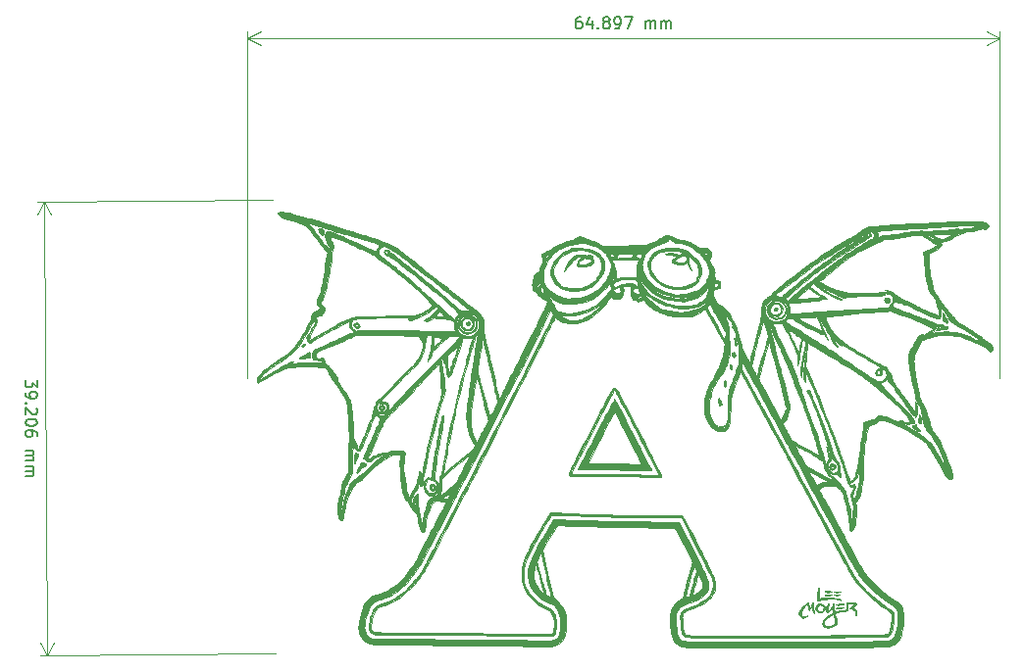
<source format=gbr>
%TF.GenerationSoftware,KiCad,Pcbnew,(5.1.8-0-10_14)*%
%TF.CreationDate,2021-10-17T14:40:20-04:00*%
%TF.ProjectId,WingedA,57696e67-6564-4412-9e6b-696361645f70,rev?*%
%TF.SameCoordinates,Original*%
%TF.FileFunction,Legend,Top*%
%TF.FilePolarity,Positive*%
%FSLAX46Y46*%
G04 Gerber Fmt 4.6, Leading zero omitted, Abs format (unit mm)*
G04 Created by KiCad (PCBNEW (5.1.8-0-10_14)) date 2021-10-17 14:40:20*
%MOMM*%
%LPD*%
G01*
G04 APERTURE LIST*
%ADD10C,0.150000*%
%ADD11C,0.120000*%
%ADD12C,0.010000*%
G04 APERTURE END LIST*
D10*
X64469022Y-60172297D02*
X64473033Y-60791332D01*
X64089929Y-60460474D01*
X64090855Y-60603328D01*
X64043854Y-60698873D01*
X63996544Y-60746799D01*
X63901616Y-60795034D01*
X63663526Y-60796577D01*
X63567982Y-60749576D01*
X63520055Y-60702266D01*
X63471820Y-60607339D01*
X63469969Y-60321630D01*
X63516970Y-60226086D01*
X63564280Y-60178159D01*
X63476139Y-61273991D02*
X63477373Y-61464463D01*
X63525608Y-61559391D01*
X63573535Y-61606701D01*
X63717006Y-61701011D01*
X63907787Y-61747395D01*
X64288731Y-61744927D01*
X64383659Y-61696692D01*
X64430968Y-61648765D01*
X64477969Y-61553221D01*
X64476735Y-61362749D01*
X64428500Y-61267821D01*
X64380573Y-61220511D01*
X64285029Y-61173510D01*
X64046939Y-61175053D01*
X63952011Y-61223288D01*
X63904702Y-61271215D01*
X63857700Y-61366759D01*
X63858935Y-61557231D01*
X63907170Y-61652159D01*
X63955096Y-61699469D01*
X64050641Y-61746470D01*
X63577237Y-62178117D02*
X63529927Y-62226044D01*
X63482001Y-62178734D01*
X63529310Y-62130808D01*
X63577237Y-62178117D01*
X63482001Y-62178734D01*
X64389520Y-62601435D02*
X64437447Y-62648744D01*
X64485682Y-62743672D01*
X64487224Y-62981762D01*
X64440223Y-63077307D01*
X64392914Y-63125233D01*
X64297986Y-63173468D01*
X64202750Y-63174086D01*
X64059587Y-63127393D01*
X63484469Y-62559678D01*
X63488479Y-63178713D01*
X64492469Y-63791269D02*
X64493086Y-63886505D01*
X64446085Y-63982050D01*
X64398775Y-64029976D01*
X64303848Y-64078211D01*
X64113684Y-64127063D01*
X63875594Y-64128606D01*
X63684813Y-64082222D01*
X63589269Y-64035221D01*
X63541342Y-63987911D01*
X63493107Y-63892984D01*
X63492490Y-63797748D01*
X63539491Y-63702203D01*
X63586801Y-63654277D01*
X63681728Y-63606042D01*
X63871892Y-63557189D01*
X64109982Y-63555647D01*
X64300763Y-63602031D01*
X64396307Y-63649032D01*
X64444234Y-63696342D01*
X64492469Y-63791269D01*
X64500182Y-64981720D02*
X64498948Y-64791248D01*
X64450713Y-64696321D01*
X64402786Y-64649011D01*
X64259315Y-64554700D01*
X64068534Y-64508316D01*
X63687590Y-64510784D01*
X63592662Y-64559019D01*
X63545353Y-64606946D01*
X63498352Y-64702491D01*
X63499586Y-64892963D01*
X63547821Y-64987890D01*
X63595747Y-65035200D01*
X63691292Y-65082201D01*
X63929382Y-65080658D01*
X64024310Y-65032423D01*
X64071619Y-64984497D01*
X64118620Y-64888952D01*
X64117386Y-64698480D01*
X64069151Y-64603552D01*
X64021225Y-64556243D01*
X63925680Y-64509242D01*
X63508532Y-66273886D02*
X64175185Y-66269567D01*
X64079949Y-66270184D02*
X64127875Y-66317494D01*
X64176111Y-66412421D01*
X64177036Y-66555275D01*
X64130035Y-66650820D01*
X64035107Y-66699055D01*
X63511309Y-66702449D01*
X64035107Y-66699055D02*
X64130652Y-66746056D01*
X64178887Y-66840984D01*
X64179813Y-66983838D01*
X64132812Y-67079382D01*
X64037884Y-67127618D01*
X63514085Y-67131011D01*
X63517171Y-67607192D02*
X64183823Y-67602873D01*
X64088587Y-67603490D02*
X64136514Y-67650799D01*
X64184749Y-67745727D01*
X64185674Y-67888581D01*
X64138673Y-67984125D01*
X64043746Y-68032360D01*
X63519947Y-68035754D01*
X64043746Y-68032360D02*
X64139290Y-68079361D01*
X64187525Y-68174289D01*
X64188451Y-68317143D01*
X64141450Y-68412688D01*
X64046522Y-68460923D01*
X63522724Y-68464316D01*
D11*
X65091537Y-44755556D02*
X65345537Y-83960456D01*
X84810600Y-44627800D02*
X64505128Y-44759355D01*
X85064600Y-83832700D02*
X64759128Y-83964255D01*
X65345537Y-83960456D02*
X64751830Y-82837775D01*
X65345537Y-83960456D02*
X65924647Y-82830177D01*
X65091537Y-44755556D02*
X64512427Y-45885835D01*
X65091537Y-44755556D02*
X65685244Y-45878237D01*
D10*
X111446133Y-28802080D02*
X111255657Y-28802080D01*
X111160419Y-28849700D01*
X111112800Y-28897319D01*
X111017561Y-29040176D01*
X110969942Y-29230652D01*
X110969942Y-29611604D01*
X111017561Y-29706842D01*
X111065180Y-29754461D01*
X111160419Y-29802080D01*
X111350895Y-29802080D01*
X111446133Y-29754461D01*
X111493752Y-29706842D01*
X111541371Y-29611604D01*
X111541371Y-29373509D01*
X111493752Y-29278271D01*
X111446133Y-29230652D01*
X111350895Y-29183033D01*
X111160419Y-29183033D01*
X111065180Y-29230652D01*
X111017561Y-29278271D01*
X110969942Y-29373509D01*
X112398514Y-29135414D02*
X112398514Y-29802080D01*
X112160419Y-28754461D02*
X111922323Y-29468747D01*
X112541371Y-29468747D01*
X112922323Y-29706842D02*
X112969942Y-29754461D01*
X112922323Y-29802080D01*
X112874704Y-29754461D01*
X112922323Y-29706842D01*
X112922323Y-29802080D01*
X113541371Y-29230652D02*
X113446133Y-29183033D01*
X113398514Y-29135414D01*
X113350895Y-29040176D01*
X113350895Y-28992557D01*
X113398514Y-28897319D01*
X113446133Y-28849700D01*
X113541371Y-28802080D01*
X113731847Y-28802080D01*
X113827085Y-28849700D01*
X113874704Y-28897319D01*
X113922323Y-28992557D01*
X113922323Y-29040176D01*
X113874704Y-29135414D01*
X113827085Y-29183033D01*
X113731847Y-29230652D01*
X113541371Y-29230652D01*
X113446133Y-29278271D01*
X113398514Y-29325890D01*
X113350895Y-29421128D01*
X113350895Y-29611604D01*
X113398514Y-29706842D01*
X113446133Y-29754461D01*
X113541371Y-29802080D01*
X113731847Y-29802080D01*
X113827085Y-29754461D01*
X113874704Y-29706842D01*
X113922323Y-29611604D01*
X113922323Y-29421128D01*
X113874704Y-29325890D01*
X113827085Y-29278271D01*
X113731847Y-29230652D01*
X114398514Y-29802080D02*
X114588990Y-29802080D01*
X114684228Y-29754461D01*
X114731847Y-29706842D01*
X114827085Y-29563985D01*
X114874704Y-29373509D01*
X114874704Y-28992557D01*
X114827085Y-28897319D01*
X114779466Y-28849700D01*
X114684228Y-28802080D01*
X114493752Y-28802080D01*
X114398514Y-28849700D01*
X114350895Y-28897319D01*
X114303276Y-28992557D01*
X114303276Y-29230652D01*
X114350895Y-29325890D01*
X114398514Y-29373509D01*
X114493752Y-29421128D01*
X114684228Y-29421128D01*
X114779466Y-29373509D01*
X114827085Y-29325890D01*
X114874704Y-29230652D01*
X115208038Y-28802080D02*
X115874704Y-28802080D01*
X115446133Y-29802080D01*
X117017561Y-29802080D02*
X117017561Y-29135414D01*
X117017561Y-29230652D02*
X117065180Y-29183033D01*
X117160419Y-29135414D01*
X117303276Y-29135414D01*
X117398514Y-29183033D01*
X117446133Y-29278271D01*
X117446133Y-29802080D01*
X117446133Y-29278271D02*
X117493752Y-29183033D01*
X117588990Y-29135414D01*
X117731847Y-29135414D01*
X117827085Y-29183033D01*
X117874704Y-29278271D01*
X117874704Y-29802080D01*
X118350895Y-29802080D02*
X118350895Y-29135414D01*
X118350895Y-29230652D02*
X118398514Y-29183033D01*
X118493752Y-29135414D01*
X118636609Y-29135414D01*
X118731847Y-29183033D01*
X118779466Y-29278271D01*
X118779466Y-29802080D01*
X118779466Y-29278271D02*
X118827085Y-29183033D01*
X118922323Y-29135414D01*
X119065180Y-29135414D01*
X119160419Y-29183033D01*
X119208038Y-29278271D01*
X119208038Y-29802080D01*
D11*
X82664300Y-30619700D02*
X147561300Y-30619700D01*
X82664300Y-60045600D02*
X82664300Y-30033279D01*
X147561300Y-60045600D02*
X147561300Y-30033279D01*
X147561300Y-30619700D02*
X146434796Y-31206121D01*
X147561300Y-30619700D02*
X146434796Y-30033279D01*
X82664300Y-30619700D02*
X83790804Y-31206121D01*
X82664300Y-30619700D02*
X83790804Y-30033279D01*
D12*
%TO.C,G1*%
G36*
X101833243Y-55159967D02*
G01*
X101859509Y-55251892D01*
X101823251Y-55370068D01*
X101813480Y-55385868D01*
X101725156Y-55467356D01*
X101631185Y-55468608D01*
X101548650Y-55390201D01*
X101540953Y-55376645D01*
X101515231Y-55310088D01*
X101633337Y-55310088D01*
X101644893Y-55349448D01*
X101670379Y-55347129D01*
X101734535Y-55293532D01*
X101744462Y-55273046D01*
X101732906Y-55233686D01*
X101707420Y-55236004D01*
X101643264Y-55289602D01*
X101633337Y-55310088D01*
X101515231Y-55310088D01*
X101507486Y-55290049D01*
X101530676Y-55223126D01*
X101561527Y-55186145D01*
X101666030Y-55112649D01*
X101762676Y-55108738D01*
X101833243Y-55159967D01*
G37*
X101833243Y-55159967D02*
X101859509Y-55251892D01*
X101823251Y-55370068D01*
X101813480Y-55385868D01*
X101725156Y-55467356D01*
X101631185Y-55468608D01*
X101548650Y-55390201D01*
X101540953Y-55376645D01*
X101515231Y-55310088D01*
X101633337Y-55310088D01*
X101644893Y-55349448D01*
X101670379Y-55347129D01*
X101734535Y-55293532D01*
X101744462Y-55273046D01*
X101732906Y-55233686D01*
X101707420Y-55236004D01*
X101643264Y-55289602D01*
X101633337Y-55310088D01*
X101515231Y-55310088D01*
X101507486Y-55290049D01*
X101530676Y-55223126D01*
X101561527Y-55186145D01*
X101666030Y-55112649D01*
X101762676Y-55108738D01*
X101833243Y-55159967D01*
G36*
X111525634Y-49321624D02*
G01*
X111658400Y-49347319D01*
X111792407Y-49375740D01*
X111883670Y-49387104D01*
X111972089Y-49382748D01*
X112097564Y-49364010D01*
X112107658Y-49362374D01*
X112256786Y-49354943D01*
X112373767Y-49395270D01*
X112395934Y-49408965D01*
X112465048Y-49469261D01*
X112467054Y-49510239D01*
X112464752Y-49511819D01*
X112441105Y-49563665D01*
X112464914Y-49670413D01*
X112466738Y-49675692D01*
X112494225Y-49843909D01*
X112470872Y-50011357D01*
X112402535Y-50144344D01*
X112381495Y-50166130D01*
X112256447Y-50238783D01*
X112066581Y-50297886D01*
X111831238Y-50339175D01*
X111569756Y-50358382D01*
X111506211Y-50359231D01*
X111326332Y-50356144D01*
X111210126Y-50343526D01*
X111136777Y-50317304D01*
X111089245Y-50277658D01*
X111040359Y-50210762D01*
X111048451Y-50152384D01*
X111082684Y-50098906D01*
X111099503Y-50065236D01*
X111217489Y-50065236D01*
X111232458Y-50123757D01*
X111311448Y-50163319D01*
X111449710Y-50181592D01*
X111624748Y-50179262D01*
X111814067Y-50157017D01*
X111995174Y-50115541D01*
X112046006Y-50098932D01*
X112214315Y-50023314D01*
X112300388Y-49942853D01*
X112306657Y-49852675D01*
X112235553Y-49747906D01*
X112225977Y-49738129D01*
X112132928Y-49666485D01*
X112036716Y-49654582D01*
X111990598Y-49662654D01*
X111874010Y-49668861D01*
X111825198Y-49635965D01*
X111786256Y-49603665D01*
X111719135Y-49618438D01*
X111671736Y-49640907D01*
X111497453Y-49744740D01*
X111356145Y-49858322D01*
X111259070Y-49969279D01*
X111217489Y-50065236D01*
X111099503Y-50065236D01*
X111134114Y-49995954D01*
X111150400Y-49918182D01*
X111178654Y-49841259D01*
X111250882Y-49736866D01*
X111307158Y-49673602D01*
X111463916Y-49513067D01*
X111317741Y-49513871D01*
X111149049Y-49550288D01*
X110964962Y-49648067D01*
X110787333Y-49792533D01*
X110638012Y-49969016D01*
X110636434Y-49971338D01*
X110538906Y-50102431D01*
X110406415Y-50263867D01*
X110263627Y-50425888D01*
X110226944Y-50465409D01*
X109959656Y-50749615D01*
X110136586Y-50395924D01*
X110326596Y-50040102D01*
X110505764Y-49761136D01*
X110682280Y-49553382D01*
X110864335Y-49411198D01*
X111060118Y-49328939D01*
X111277821Y-49300962D01*
X111525634Y-49321624D01*
G37*
X111525634Y-49321624D02*
X111658400Y-49347319D01*
X111792407Y-49375740D01*
X111883670Y-49387104D01*
X111972089Y-49382748D01*
X112097564Y-49364010D01*
X112107658Y-49362374D01*
X112256786Y-49354943D01*
X112373767Y-49395270D01*
X112395934Y-49408965D01*
X112465048Y-49469261D01*
X112467054Y-49510239D01*
X112464752Y-49511819D01*
X112441105Y-49563665D01*
X112464914Y-49670413D01*
X112466738Y-49675692D01*
X112494225Y-49843909D01*
X112470872Y-50011357D01*
X112402535Y-50144344D01*
X112381495Y-50166130D01*
X112256447Y-50238783D01*
X112066581Y-50297886D01*
X111831238Y-50339175D01*
X111569756Y-50358382D01*
X111506211Y-50359231D01*
X111326332Y-50356144D01*
X111210126Y-50343526D01*
X111136777Y-50317304D01*
X111089245Y-50277658D01*
X111040359Y-50210762D01*
X111048451Y-50152384D01*
X111082684Y-50098906D01*
X111099503Y-50065236D01*
X111217489Y-50065236D01*
X111232458Y-50123757D01*
X111311448Y-50163319D01*
X111449710Y-50181592D01*
X111624748Y-50179262D01*
X111814067Y-50157017D01*
X111995174Y-50115541D01*
X112046006Y-50098932D01*
X112214315Y-50023314D01*
X112300388Y-49942853D01*
X112306657Y-49852675D01*
X112235553Y-49747906D01*
X112225977Y-49738129D01*
X112132928Y-49666485D01*
X112036716Y-49654582D01*
X111990598Y-49662654D01*
X111874010Y-49668861D01*
X111825198Y-49635965D01*
X111786256Y-49603665D01*
X111719135Y-49618438D01*
X111671736Y-49640907D01*
X111497453Y-49744740D01*
X111356145Y-49858322D01*
X111259070Y-49969279D01*
X111217489Y-50065236D01*
X111099503Y-50065236D01*
X111134114Y-49995954D01*
X111150400Y-49918182D01*
X111178654Y-49841259D01*
X111250882Y-49736866D01*
X111307158Y-49673602D01*
X111463916Y-49513067D01*
X111317741Y-49513871D01*
X111149049Y-49550288D01*
X110964962Y-49648067D01*
X110787333Y-49792533D01*
X110638012Y-49969016D01*
X110636434Y-49971338D01*
X110538906Y-50102431D01*
X110406415Y-50263867D01*
X110263627Y-50425888D01*
X110226944Y-50465409D01*
X109959656Y-50749615D01*
X110136586Y-50395924D01*
X110326596Y-50040102D01*
X110505764Y-49761136D01*
X110682280Y-49553382D01*
X110864335Y-49411198D01*
X111060118Y-49328939D01*
X111277821Y-49300962D01*
X111525634Y-49321624D01*
G36*
X128353010Y-53897407D02*
G01*
X128405451Y-53964747D01*
X128386602Y-54071799D01*
X128378425Y-54088134D01*
X128310849Y-54148022D01*
X128216660Y-54168645D01*
X128132434Y-54147298D01*
X128099991Y-54108706D01*
X128085551Y-53988926D01*
X128143780Y-53909693D01*
X128237426Y-53881704D01*
X128353010Y-53897407D01*
G37*
X128353010Y-53897407D02*
X128405451Y-53964747D01*
X128386602Y-54071799D01*
X128378425Y-54088134D01*
X128310849Y-54148022D01*
X128216660Y-54168645D01*
X128132434Y-54147298D01*
X128099991Y-54108706D01*
X128085551Y-53988926D01*
X128143780Y-53909693D01*
X128237426Y-53881704D01*
X128353010Y-53897407D01*
G36*
X101731090Y-54690365D02*
G01*
X101919661Y-54750814D01*
X102072811Y-54865751D01*
X102159423Y-55000328D01*
X102213041Y-55218476D01*
X102196722Y-55424152D01*
X102121338Y-55606272D01*
X101997761Y-55753753D01*
X101836863Y-55855511D01*
X101649516Y-55900463D01*
X101446592Y-55877526D01*
X101339913Y-55835776D01*
X101178132Y-55713790D01*
X101073610Y-55548005D01*
X101026546Y-55357173D01*
X101030779Y-55278397D01*
X101159733Y-55278397D01*
X101168153Y-55419325D01*
X101204697Y-55518199D01*
X101286289Y-55616885D01*
X101303666Y-55634467D01*
X101412051Y-55727806D01*
X101514386Y-55769342D01*
X101631750Y-55777459D01*
X101788203Y-55757110D01*
X101904114Y-55705032D01*
X101906195Y-55703376D01*
X102029074Y-55560057D01*
X102085523Y-55376254D01*
X102091066Y-55278892D01*
X102053004Y-55089776D01*
X101943791Y-54942181D01*
X101770883Y-54846181D01*
X101770656Y-54846106D01*
X101597471Y-54816143D01*
X101440787Y-54854945D01*
X101289996Y-54956651D01*
X101209489Y-55036338D01*
X101171026Y-55120450D01*
X101159951Y-55245182D01*
X101159733Y-55278397D01*
X101030779Y-55278397D01*
X101037139Y-55160047D01*
X101105591Y-54975381D01*
X101232101Y-54821928D01*
X101328406Y-54756605D01*
X101527277Y-54690322D01*
X101731090Y-54690365D01*
G37*
X101731090Y-54690365D02*
X101919661Y-54750814D01*
X102072811Y-54865751D01*
X102159423Y-55000328D01*
X102213041Y-55218476D01*
X102196722Y-55424152D01*
X102121338Y-55606272D01*
X101997761Y-55753753D01*
X101836863Y-55855511D01*
X101649516Y-55900463D01*
X101446592Y-55877526D01*
X101339913Y-55835776D01*
X101178132Y-55713790D01*
X101073610Y-55548005D01*
X101026546Y-55357173D01*
X101030779Y-55278397D01*
X101159733Y-55278397D01*
X101168153Y-55419325D01*
X101204697Y-55518199D01*
X101286289Y-55616885D01*
X101303666Y-55634467D01*
X101412051Y-55727806D01*
X101514386Y-55769342D01*
X101631750Y-55777459D01*
X101788203Y-55757110D01*
X101904114Y-55705032D01*
X101906195Y-55703376D01*
X102029074Y-55560057D01*
X102085523Y-55376254D01*
X102091066Y-55278892D01*
X102053004Y-55089776D01*
X101943791Y-54942181D01*
X101770883Y-54846181D01*
X101770656Y-54846106D01*
X101597471Y-54816143D01*
X101440787Y-54854945D01*
X101289996Y-54956651D01*
X101209489Y-55036338D01*
X101171026Y-55120450D01*
X101159951Y-55245182D01*
X101159733Y-55278397D01*
X101030779Y-55278397D01*
X101037139Y-55160047D01*
X101105591Y-54975381D01*
X101232101Y-54821928D01*
X101328406Y-54756605D01*
X101527277Y-54690322D01*
X101731090Y-54690365D01*
G36*
X133262459Y-67453133D02*
G01*
X133322483Y-67488951D01*
X133405481Y-67578587D01*
X133420171Y-67684137D01*
X133376088Y-67788221D01*
X133282769Y-67873456D01*
X133149749Y-67922461D01*
X133081565Y-67928067D01*
X132971031Y-67920752D01*
X132902983Y-67902563D01*
X132896043Y-67896317D01*
X132874886Y-67836035D01*
X132849289Y-67733635D01*
X132848107Y-67728164D01*
X132845333Y-67692422D01*
X132994400Y-67692422D01*
X133007118Y-67769311D01*
X133062500Y-67797999D01*
X133124344Y-67801067D01*
X133214545Y-67791632D01*
X133243393Y-67751139D01*
X133240760Y-67705817D01*
X133200142Y-67626898D01*
X133110816Y-67597172D01*
X133026367Y-67598841D01*
X132996814Y-67645975D01*
X132994400Y-67692422D01*
X132845333Y-67692422D01*
X132839711Y-67620017D01*
X132881345Y-67533785D01*
X132928500Y-67482118D01*
X133027235Y-67409996D01*
X133131405Y-67400210D01*
X133262459Y-67453133D01*
G37*
X133262459Y-67453133D02*
X133322483Y-67488951D01*
X133405481Y-67578587D01*
X133420171Y-67684137D01*
X133376088Y-67788221D01*
X133282769Y-67873456D01*
X133149749Y-67922461D01*
X133081565Y-67928067D01*
X132971031Y-67920752D01*
X132902983Y-67902563D01*
X132896043Y-67896317D01*
X132874886Y-67836035D01*
X132849289Y-67733635D01*
X132848107Y-67728164D01*
X132845333Y-67692422D01*
X132994400Y-67692422D01*
X133007118Y-67769311D01*
X133062500Y-67797999D01*
X133124344Y-67801067D01*
X133214545Y-67791632D01*
X133243393Y-67751139D01*
X133240760Y-67705817D01*
X133200142Y-67626898D01*
X133110816Y-67597172D01*
X133026367Y-67598841D01*
X132996814Y-67645975D01*
X132994400Y-67692422D01*
X132845333Y-67692422D01*
X132839711Y-67620017D01*
X132881345Y-67533785D01*
X132928500Y-67482118D01*
X133027235Y-67409996D01*
X133131405Y-67400210D01*
X133262459Y-67453133D01*
G36*
X98759689Y-69230844D02*
G01*
X98850443Y-69326998D01*
X98879468Y-69448253D01*
X98840513Y-69574407D01*
X98762190Y-69660661D01*
X98634259Y-69735470D01*
X98533876Y-69733032D01*
X98455423Y-69656045D01*
X98370090Y-69479365D01*
X98360446Y-69409636D01*
X98499269Y-69409636D01*
X98513049Y-69482505D01*
X98525982Y-69512535D01*
X98584178Y-69602749D01*
X98644946Y-69611224D01*
X98702154Y-69560606D01*
X98730851Y-69485000D01*
X98705848Y-69412440D01*
X98651463Y-69338448D01*
X98588564Y-69337090D01*
X98537473Y-69365017D01*
X98499269Y-69409636D01*
X98360446Y-69409636D01*
X98350244Y-69335876D01*
X98393148Y-69233818D01*
X98496069Y-69181431D01*
X98613458Y-69179995D01*
X98759689Y-69230844D01*
G37*
X98759689Y-69230844D02*
X98850443Y-69326998D01*
X98879468Y-69448253D01*
X98840513Y-69574407D01*
X98762190Y-69660661D01*
X98634259Y-69735470D01*
X98533876Y-69733032D01*
X98455423Y-69656045D01*
X98370090Y-69479365D01*
X98360446Y-69409636D01*
X98499269Y-69409636D01*
X98513049Y-69482505D01*
X98525982Y-69512535D01*
X98584178Y-69602749D01*
X98644946Y-69611224D01*
X98702154Y-69560606D01*
X98730851Y-69485000D01*
X98705848Y-69412440D01*
X98651463Y-69338448D01*
X98588564Y-69337090D01*
X98537473Y-69365017D01*
X98499269Y-69409636D01*
X98360446Y-69409636D01*
X98350244Y-69335876D01*
X98393148Y-69233818D01*
X98496069Y-69181431D01*
X98613458Y-69179995D01*
X98759689Y-69230844D01*
G36*
X114354616Y-61864539D02*
G01*
X114413260Y-61973914D01*
X114503643Y-62144613D01*
X114622226Y-62369834D01*
X114765467Y-62642774D01*
X114929827Y-62956631D01*
X115111766Y-63304605D01*
X115307742Y-63679893D01*
X115514215Y-64075693D01*
X115727644Y-64485203D01*
X115944490Y-64901621D01*
X116161212Y-65318146D01*
X116374269Y-65727976D01*
X116580120Y-66124309D01*
X116775226Y-66500343D01*
X116956046Y-66849276D01*
X117119040Y-67164306D01*
X117260666Y-67438631D01*
X117377385Y-67665451D01*
X117465655Y-67837961D01*
X117521938Y-67949362D01*
X117542691Y-67992851D01*
X117542733Y-67993106D01*
X117510087Y-68003392D01*
X117409749Y-68006892D01*
X117238119Y-68003502D01*
X116991595Y-67993120D01*
X116666577Y-67975643D01*
X116420900Y-67961005D01*
X116254532Y-67953343D01*
X116014229Y-67945892D01*
X115710720Y-67938819D01*
X115354737Y-67932295D01*
X114957009Y-67926488D01*
X114528267Y-67921568D01*
X114079242Y-67917704D01*
X113620664Y-67915065D01*
X113470341Y-67914496D01*
X111154783Y-67906900D01*
X111435355Y-67356567D01*
X111999662Y-67356567D01*
X113997258Y-67386582D01*
X114403082Y-67393007D01*
X114784862Y-67399683D01*
X115133868Y-67406412D01*
X115441371Y-67412996D01*
X115698641Y-67419237D01*
X115896947Y-67424939D01*
X116027561Y-67429903D01*
X116080877Y-67433733D01*
X116168263Y-67443794D01*
X116306791Y-67452343D01*
X116432343Y-67456635D01*
X116697787Y-67462400D01*
X116606542Y-67282484D01*
X116533007Y-67138555D01*
X116430960Y-66940385D01*
X116304598Y-66696012D01*
X116158115Y-66413475D01*
X115995708Y-66100812D01*
X115821574Y-65766061D01*
X115639907Y-65417260D01*
X115454905Y-65062449D01*
X115270762Y-64709665D01*
X115091676Y-64366947D01*
X114921842Y-64042333D01*
X114765456Y-63743861D01*
X114626713Y-63479570D01*
X114509811Y-63257498D01*
X114418945Y-63085684D01*
X114358311Y-62972166D01*
X114332105Y-62924982D01*
X114331558Y-62924242D01*
X114307788Y-62955381D01*
X114248869Y-63055436D01*
X114158252Y-63217967D01*
X114039387Y-63436535D01*
X113895726Y-63704700D01*
X113730719Y-64016022D01*
X113547816Y-64364062D01*
X113350470Y-64742380D01*
X113151922Y-65125575D01*
X111999662Y-67356567D01*
X111435355Y-67356567D01*
X111726719Y-66785067D01*
X112021286Y-66208365D01*
X112309116Y-65646944D01*
X112587720Y-65105549D01*
X112854608Y-64588924D01*
X113107287Y-64101813D01*
X113343269Y-63648962D01*
X113560062Y-63235115D01*
X113755176Y-62865016D01*
X113926121Y-62543410D01*
X114070406Y-62275041D01*
X114185540Y-62064653D01*
X114269034Y-61916992D01*
X114318396Y-61836801D01*
X114331254Y-61823288D01*
X114354616Y-61864539D01*
G37*
X114354616Y-61864539D02*
X114413260Y-61973914D01*
X114503643Y-62144613D01*
X114622226Y-62369834D01*
X114765467Y-62642774D01*
X114929827Y-62956631D01*
X115111766Y-63304605D01*
X115307742Y-63679893D01*
X115514215Y-64075693D01*
X115727644Y-64485203D01*
X115944490Y-64901621D01*
X116161212Y-65318146D01*
X116374269Y-65727976D01*
X116580120Y-66124309D01*
X116775226Y-66500343D01*
X116956046Y-66849276D01*
X117119040Y-67164306D01*
X117260666Y-67438631D01*
X117377385Y-67665451D01*
X117465655Y-67837961D01*
X117521938Y-67949362D01*
X117542691Y-67992851D01*
X117542733Y-67993106D01*
X117510087Y-68003392D01*
X117409749Y-68006892D01*
X117238119Y-68003502D01*
X116991595Y-67993120D01*
X116666577Y-67975643D01*
X116420900Y-67961005D01*
X116254532Y-67953343D01*
X116014229Y-67945892D01*
X115710720Y-67938819D01*
X115354737Y-67932295D01*
X114957009Y-67926488D01*
X114528267Y-67921568D01*
X114079242Y-67917704D01*
X113620664Y-67915065D01*
X113470341Y-67914496D01*
X111154783Y-67906900D01*
X111435355Y-67356567D01*
X111999662Y-67356567D01*
X113997258Y-67386582D01*
X114403082Y-67393007D01*
X114784862Y-67399683D01*
X115133868Y-67406412D01*
X115441371Y-67412996D01*
X115698641Y-67419237D01*
X115896947Y-67424939D01*
X116027561Y-67429903D01*
X116080877Y-67433733D01*
X116168263Y-67443794D01*
X116306791Y-67452343D01*
X116432343Y-67456635D01*
X116697787Y-67462400D01*
X116606542Y-67282484D01*
X116533007Y-67138555D01*
X116430960Y-66940385D01*
X116304598Y-66696012D01*
X116158115Y-66413475D01*
X115995708Y-66100812D01*
X115821574Y-65766061D01*
X115639907Y-65417260D01*
X115454905Y-65062449D01*
X115270762Y-64709665D01*
X115091676Y-64366947D01*
X114921842Y-64042333D01*
X114765456Y-63743861D01*
X114626713Y-63479570D01*
X114509811Y-63257498D01*
X114418945Y-63085684D01*
X114358311Y-62972166D01*
X114332105Y-62924982D01*
X114331558Y-62924242D01*
X114307788Y-62955381D01*
X114248869Y-63055436D01*
X114158252Y-63217967D01*
X114039387Y-63436535D01*
X113895726Y-63704700D01*
X113730719Y-64016022D01*
X113547816Y-64364062D01*
X113350470Y-64742380D01*
X113151922Y-65125575D01*
X111999662Y-67356567D01*
X111435355Y-67356567D01*
X111726719Y-66785067D01*
X112021286Y-66208365D01*
X112309116Y-65646944D01*
X112587720Y-65105549D01*
X112854608Y-64588924D01*
X113107287Y-64101813D01*
X113343269Y-63648962D01*
X113560062Y-63235115D01*
X113755176Y-62865016D01*
X113926121Y-62543410D01*
X114070406Y-62275041D01*
X114185540Y-62064653D01*
X114269034Y-61916992D01*
X114318396Y-61836801D01*
X114331254Y-61823288D01*
X114354616Y-61864539D01*
G36*
X88972660Y-47041240D02*
G01*
X89102421Y-47112312D01*
X89151771Y-47153286D01*
X89213559Y-47221325D01*
X89238144Y-47294894D01*
X89233892Y-47407323D01*
X89227864Y-47456515D01*
X89201617Y-47596087D01*
X89161903Y-47662278D01*
X89096483Y-47666366D01*
X89029944Y-47638868D01*
X88965652Y-47578462D01*
X88889215Y-47467143D01*
X88836055Y-47367450D01*
X88776230Y-47228325D01*
X88756098Y-47139904D01*
X88771404Y-47080523D01*
X88777840Y-47070911D01*
X88857830Y-47025978D01*
X88972660Y-47041240D01*
G37*
X88972660Y-47041240D02*
X89102421Y-47112312D01*
X89151771Y-47153286D01*
X89213559Y-47221325D01*
X89238144Y-47294894D01*
X89233892Y-47407323D01*
X89227864Y-47456515D01*
X89201617Y-47596087D01*
X89161903Y-47662278D01*
X89096483Y-47666366D01*
X89029944Y-47638868D01*
X88965652Y-47578462D01*
X88889215Y-47467143D01*
X88836055Y-47367450D01*
X88776230Y-47228325D01*
X88756098Y-47139904D01*
X88771404Y-47080523D01*
X88777840Y-47070911D01*
X88857830Y-47025978D01*
X88972660Y-47041240D01*
G36*
X119676494Y-48761596D02*
G01*
X120042958Y-48826565D01*
X120375600Y-48942965D01*
X120693395Y-49118382D01*
X121015318Y-49360401D01*
X121187356Y-49512061D01*
X121455105Y-49783145D01*
X121646402Y-50040442D01*
X121765038Y-50297177D01*
X121814803Y-50566576D01*
X121799486Y-50861864D01*
X121722880Y-51196266D01*
X121695442Y-51284908D01*
X121602350Y-51528591D01*
X121499724Y-51704976D01*
X121439678Y-51775772D01*
X121347237Y-51863048D01*
X121274936Y-51917269D01*
X121252512Y-51926067D01*
X121190193Y-51951783D01*
X121144400Y-51986289D01*
X121053998Y-52042838D01*
X120892218Y-52112338D01*
X120654354Y-52196709D01*
X120527233Y-52238126D01*
X120360198Y-52272152D01*
X120133873Y-52291807D01*
X119872355Y-52297380D01*
X119599742Y-52289156D01*
X119340132Y-52267423D01*
X119117623Y-52232468D01*
X119066733Y-52220725D01*
X118795357Y-52144706D01*
X118575576Y-52062276D01*
X118374710Y-51958900D01*
X118160077Y-51820044D01*
X118150048Y-51813061D01*
X117812201Y-51535310D01*
X117548661Y-51223371D01*
X117353456Y-50869959D01*
X117329209Y-50811694D01*
X117228306Y-50532511D01*
X117174679Y-50304783D01*
X117169452Y-50133778D01*
X117401235Y-50133778D01*
X117404573Y-50313827D01*
X117453219Y-50524968D01*
X117547952Y-50785016D01*
X117573380Y-50846567D01*
X117726301Y-51119632D01*
X117948019Y-51386900D01*
X118223319Y-51632055D01*
X118452900Y-51789825D01*
X118773462Y-51941968D01*
X119150171Y-52046880D01*
X119567438Y-52102303D01*
X120009675Y-52105978D01*
X120379066Y-52068934D01*
X120480598Y-52040627D01*
X120632586Y-51982695D01*
X120810550Y-51904916D01*
X120917404Y-51853882D01*
X121084301Y-51770449D01*
X121202484Y-51703083D01*
X121288972Y-51634257D01*
X121360783Y-51546443D01*
X121434934Y-51422117D01*
X121528444Y-51243750D01*
X121549509Y-51202876D01*
X121577695Y-51089972D01*
X121585262Y-50920386D01*
X121574760Y-50718873D01*
X121548736Y-50510187D01*
X121509739Y-50319082D01*
X121460316Y-50170312D01*
X121439011Y-50129508D01*
X121369165Y-50039254D01*
X121253698Y-49913664D01*
X121111315Y-49772451D01*
X121018697Y-49686575D01*
X120687737Y-49388218D01*
X120732869Y-49557307D01*
X120756585Y-49717299D01*
X120728027Y-49858759D01*
X120726668Y-49862393D01*
X120704302Y-49937683D01*
X120704106Y-50010319D01*
X120731031Y-50103198D01*
X120790027Y-50239219D01*
X120823534Y-50310456D01*
X120908383Y-50501012D01*
X120956390Y-50632813D01*
X120969211Y-50701911D01*
X120948499Y-50704359D01*
X120895910Y-50636208D01*
X120813099Y-50493512D01*
X120776258Y-50423234D01*
X120693295Y-50262290D01*
X120625419Y-50132279D01*
X120581352Y-50049810D01*
X120569442Y-50029369D01*
X120529983Y-50040874D01*
X120445761Y-50085345D01*
X120415591Y-50103294D01*
X120231879Y-50171201D01*
X119998785Y-50188333D01*
X119735005Y-50154251D01*
X119611344Y-50122111D01*
X119475841Y-50081501D01*
X119369816Y-50049963D01*
X119330356Y-50038405D01*
X119270063Y-49989254D01*
X119248862Y-49951018D01*
X119252192Y-49917901D01*
X119500549Y-49917901D01*
X119501402Y-49918813D01*
X119554432Y-49942156D01*
X119662706Y-49974613D01*
X119798344Y-50009211D01*
X119933468Y-50038977D01*
X120040196Y-50056936D01*
X120061566Y-50058923D01*
X120123420Y-50044056D01*
X120228464Y-50003603D01*
X120273233Y-49983783D01*
X120400891Y-49912281D01*
X120507045Y-49831544D01*
X120525948Y-49812354D01*
X120576582Y-49749520D01*
X120586993Y-49697403D01*
X120557180Y-49622154D01*
X120525948Y-49562959D01*
X120436037Y-49442080D01*
X120344015Y-49393273D01*
X120250186Y-49404356D01*
X120120990Y-49450999D01*
X119972453Y-49523208D01*
X119820601Y-49610987D01*
X119681458Y-49704341D01*
X119571052Y-49793275D01*
X119505407Y-49867793D01*
X119500549Y-49917901D01*
X119252192Y-49917901D01*
X119255168Y-49888319D01*
X119318865Y-49798462D01*
X119440463Y-49677476D01*
X119542458Y-49575486D01*
X119606535Y-49494948D01*
X119620132Y-49451911D01*
X119618282Y-49450318D01*
X119549644Y-49426633D01*
X119421307Y-49396455D01*
X119257537Y-49364181D01*
X119082600Y-49334204D01*
X118920760Y-49310920D01*
X118796283Y-49298724D01*
X118777259Y-49297985D01*
X118693876Y-49294784D01*
X118673475Y-49286160D01*
X118722148Y-49266124D01*
X118845984Y-49228686D01*
X118848468Y-49227955D01*
X118957364Y-49198651D01*
X119050150Y-49184873D01*
X119150815Y-49187448D01*
X119283350Y-49207205D01*
X119471745Y-49244969D01*
X119497244Y-49250329D01*
X119691081Y-49289927D01*
X119823285Y-49311597D01*
X119914825Y-49316004D01*
X119986667Y-49303815D01*
X120059779Y-49275695D01*
X120075343Y-49268698D01*
X120192849Y-49214181D01*
X120245890Y-49181644D01*
X120247046Y-49157961D01*
X120208898Y-49130006D01*
X120208507Y-49129754D01*
X120049025Y-49061071D01*
X119826799Y-49011896D01*
X119561698Y-48983187D01*
X119273586Y-48975903D01*
X118982331Y-48991001D01*
X118707799Y-49029439D01*
X118603851Y-49052376D01*
X118365072Y-49123648D01*
X118137765Y-49212561D01*
X117939585Y-49310359D01*
X117788186Y-49408292D01*
X117701221Y-49497604D01*
X117699340Y-49500859D01*
X117648959Y-49588642D01*
X117575369Y-49714473D01*
X117527362Y-49795710D01*
X117442424Y-49967010D01*
X117401235Y-50133778D01*
X117169452Y-50133778D01*
X117168708Y-50109473D01*
X117210772Y-49927543D01*
X117301252Y-49739954D01*
X117352233Y-49657294D01*
X117428643Y-49536610D01*
X117516696Y-49394150D01*
X117542733Y-49351323D01*
X117612493Y-49252969D01*
X117697931Y-49177056D01*
X117822303Y-49106621D01*
X117966066Y-49042566D01*
X118226628Y-48934107D01*
X118429263Y-48855064D01*
X118593583Y-48800848D01*
X118739199Y-48766870D01*
X118885723Y-48748542D01*
X119052766Y-48741276D01*
X119257233Y-48740473D01*
X119676494Y-48761596D01*
G37*
X119676494Y-48761596D02*
X120042958Y-48826565D01*
X120375600Y-48942965D01*
X120693395Y-49118382D01*
X121015318Y-49360401D01*
X121187356Y-49512061D01*
X121455105Y-49783145D01*
X121646402Y-50040442D01*
X121765038Y-50297177D01*
X121814803Y-50566576D01*
X121799486Y-50861864D01*
X121722880Y-51196266D01*
X121695442Y-51284908D01*
X121602350Y-51528591D01*
X121499724Y-51704976D01*
X121439678Y-51775772D01*
X121347237Y-51863048D01*
X121274936Y-51917269D01*
X121252512Y-51926067D01*
X121190193Y-51951783D01*
X121144400Y-51986289D01*
X121053998Y-52042838D01*
X120892218Y-52112338D01*
X120654354Y-52196709D01*
X120527233Y-52238126D01*
X120360198Y-52272152D01*
X120133873Y-52291807D01*
X119872355Y-52297380D01*
X119599742Y-52289156D01*
X119340132Y-52267423D01*
X119117623Y-52232468D01*
X119066733Y-52220725D01*
X118795357Y-52144706D01*
X118575576Y-52062276D01*
X118374710Y-51958900D01*
X118160077Y-51820044D01*
X118150048Y-51813061D01*
X117812201Y-51535310D01*
X117548661Y-51223371D01*
X117353456Y-50869959D01*
X117329209Y-50811694D01*
X117228306Y-50532511D01*
X117174679Y-50304783D01*
X117169452Y-50133778D01*
X117401235Y-50133778D01*
X117404573Y-50313827D01*
X117453219Y-50524968D01*
X117547952Y-50785016D01*
X117573380Y-50846567D01*
X117726301Y-51119632D01*
X117948019Y-51386900D01*
X118223319Y-51632055D01*
X118452900Y-51789825D01*
X118773462Y-51941968D01*
X119150171Y-52046880D01*
X119567438Y-52102303D01*
X120009675Y-52105978D01*
X120379066Y-52068934D01*
X120480598Y-52040627D01*
X120632586Y-51982695D01*
X120810550Y-51904916D01*
X120917404Y-51853882D01*
X121084301Y-51770449D01*
X121202484Y-51703083D01*
X121288972Y-51634257D01*
X121360783Y-51546443D01*
X121434934Y-51422117D01*
X121528444Y-51243750D01*
X121549509Y-51202876D01*
X121577695Y-51089972D01*
X121585262Y-50920386D01*
X121574760Y-50718873D01*
X121548736Y-50510187D01*
X121509739Y-50319082D01*
X121460316Y-50170312D01*
X121439011Y-50129508D01*
X121369165Y-50039254D01*
X121253698Y-49913664D01*
X121111315Y-49772451D01*
X121018697Y-49686575D01*
X120687737Y-49388218D01*
X120732869Y-49557307D01*
X120756585Y-49717299D01*
X120728027Y-49858759D01*
X120726668Y-49862393D01*
X120704302Y-49937683D01*
X120704106Y-50010319D01*
X120731031Y-50103198D01*
X120790027Y-50239219D01*
X120823534Y-50310456D01*
X120908383Y-50501012D01*
X120956390Y-50632813D01*
X120969211Y-50701911D01*
X120948499Y-50704359D01*
X120895910Y-50636208D01*
X120813099Y-50493512D01*
X120776258Y-50423234D01*
X120693295Y-50262290D01*
X120625419Y-50132279D01*
X120581352Y-50049810D01*
X120569442Y-50029369D01*
X120529983Y-50040874D01*
X120445761Y-50085345D01*
X120415591Y-50103294D01*
X120231879Y-50171201D01*
X119998785Y-50188333D01*
X119735005Y-50154251D01*
X119611344Y-50122111D01*
X119475841Y-50081501D01*
X119369816Y-50049963D01*
X119330356Y-50038405D01*
X119270063Y-49989254D01*
X119248862Y-49951018D01*
X119252192Y-49917901D01*
X119500549Y-49917901D01*
X119501402Y-49918813D01*
X119554432Y-49942156D01*
X119662706Y-49974613D01*
X119798344Y-50009211D01*
X119933468Y-50038977D01*
X120040196Y-50056936D01*
X120061566Y-50058923D01*
X120123420Y-50044056D01*
X120228464Y-50003603D01*
X120273233Y-49983783D01*
X120400891Y-49912281D01*
X120507045Y-49831544D01*
X120525948Y-49812354D01*
X120576582Y-49749520D01*
X120586993Y-49697403D01*
X120557180Y-49622154D01*
X120525948Y-49562959D01*
X120436037Y-49442080D01*
X120344015Y-49393273D01*
X120250186Y-49404356D01*
X120120990Y-49450999D01*
X119972453Y-49523208D01*
X119820601Y-49610987D01*
X119681458Y-49704341D01*
X119571052Y-49793275D01*
X119505407Y-49867793D01*
X119500549Y-49917901D01*
X119252192Y-49917901D01*
X119255168Y-49888319D01*
X119318865Y-49798462D01*
X119440463Y-49677476D01*
X119542458Y-49575486D01*
X119606535Y-49494948D01*
X119620132Y-49451911D01*
X119618282Y-49450318D01*
X119549644Y-49426633D01*
X119421307Y-49396455D01*
X119257537Y-49364181D01*
X119082600Y-49334204D01*
X118920760Y-49310920D01*
X118796283Y-49298724D01*
X118777259Y-49297985D01*
X118693876Y-49294784D01*
X118673475Y-49286160D01*
X118722148Y-49266124D01*
X118845984Y-49228686D01*
X118848468Y-49227955D01*
X118957364Y-49198651D01*
X119050150Y-49184873D01*
X119150815Y-49187448D01*
X119283350Y-49207205D01*
X119471745Y-49244969D01*
X119497244Y-49250329D01*
X119691081Y-49289927D01*
X119823285Y-49311597D01*
X119914825Y-49316004D01*
X119986667Y-49303815D01*
X120059779Y-49275695D01*
X120075343Y-49268698D01*
X120192849Y-49214181D01*
X120245890Y-49181644D01*
X120247046Y-49157961D01*
X120208898Y-49130006D01*
X120208507Y-49129754D01*
X120049025Y-49061071D01*
X119826799Y-49011896D01*
X119561698Y-48983187D01*
X119273586Y-48975903D01*
X118982331Y-48991001D01*
X118707799Y-49029439D01*
X118603851Y-49052376D01*
X118365072Y-49123648D01*
X118137765Y-49212561D01*
X117939585Y-49310359D01*
X117788186Y-49408292D01*
X117701221Y-49497604D01*
X117699340Y-49500859D01*
X117648959Y-49588642D01*
X117575369Y-49714473D01*
X117527362Y-49795710D01*
X117442424Y-49967010D01*
X117401235Y-50133778D01*
X117169452Y-50133778D01*
X117168708Y-50109473D01*
X117210772Y-49927543D01*
X117301252Y-49739954D01*
X117352233Y-49657294D01*
X117428643Y-49536610D01*
X117516696Y-49394150D01*
X117542733Y-49351323D01*
X117612493Y-49252969D01*
X117697931Y-49177056D01*
X117822303Y-49106621D01*
X117966066Y-49042566D01*
X118226628Y-48934107D01*
X118429263Y-48855064D01*
X118593583Y-48800848D01*
X118739199Y-48766870D01*
X118885723Y-48748542D01*
X119052766Y-48741276D01*
X119257233Y-48740473D01*
X119676494Y-48761596D01*
G36*
X111418735Y-48738332D02*
G01*
X111845481Y-48805262D01*
X111856572Y-48807562D01*
X112130943Y-48870473D01*
X112348780Y-48935493D01*
X112537901Y-49012033D01*
X112690675Y-49089781D01*
X112983251Y-49277477D01*
X113198306Y-49481811D01*
X113342814Y-49714024D01*
X113423749Y-49985355D01*
X113448085Y-50307044D01*
X113448067Y-50310520D01*
X113441581Y-50485003D01*
X113426145Y-50622927D01*
X113404411Y-50702732D01*
X113398829Y-50710570D01*
X113355763Y-50792080D01*
X113351733Y-50822126D01*
X113328879Y-50881343D01*
X113267479Y-50992642D01*
X113178280Y-51139265D01*
X113072026Y-51304454D01*
X112959463Y-51471450D01*
X112851334Y-51623495D01*
X112769311Y-51730474D01*
X112614611Y-51885971D01*
X112426183Y-52025403D01*
X112293477Y-52097266D01*
X112188137Y-52152855D01*
X112124144Y-52197006D01*
X112019576Y-52257520D01*
X111859609Y-52319622D01*
X111672784Y-52373809D01*
X111487637Y-52410576D01*
X111479389Y-52411725D01*
X110989383Y-52453528D01*
X110539958Y-52441330D01*
X110143516Y-52375494D01*
X110130817Y-52372240D01*
X109850777Y-52287024D01*
X109628744Y-52186326D01*
X109438057Y-52054926D01*
X109252058Y-51877605D01*
X109238050Y-51862567D01*
X109014964Y-51574821D01*
X108872517Y-51277299D01*
X108806683Y-50960448D01*
X108800900Y-50825400D01*
X108802963Y-50761506D01*
X109033733Y-50761506D01*
X109075759Y-51070196D01*
X109200843Y-51380051D01*
X109407490Y-51687802D01*
X109512296Y-51809193D01*
X109647938Y-51951291D01*
X109751881Y-52042426D01*
X109845564Y-52097552D01*
X109950423Y-52131620D01*
X109986233Y-52139749D01*
X110145460Y-52174752D01*
X110297795Y-52209730D01*
X110346066Y-52221305D01*
X110530063Y-52247937D01*
X110768211Y-52256325D01*
X111032241Y-52247598D01*
X111293885Y-52222884D01*
X111524873Y-52183310D01*
X111569718Y-52172477D01*
X111843917Y-52079921D01*
X112118701Y-51949128D01*
X112367574Y-51794901D01*
X112564043Y-51632043D01*
X112594590Y-51599878D01*
X112728499Y-51433507D01*
X112867310Y-51230831D01*
X112997085Y-51015411D01*
X113103886Y-50810806D01*
X113173774Y-50640577D01*
X113184871Y-50602114D01*
X113218365Y-50329339D01*
X113191295Y-50054068D01*
X113120416Y-49839485D01*
X112986959Y-49626741D01*
X112800612Y-49418412D01*
X112589582Y-49243245D01*
X112456370Y-49162712D01*
X112203421Y-49065759D01*
X111894852Y-48995242D01*
X111556101Y-48953142D01*
X111212606Y-48941439D01*
X110889805Y-48962113D01*
X110613136Y-49017145D01*
X110607651Y-49018790D01*
X110297726Y-49143837D01*
X109999233Y-49322280D01*
X109722742Y-49542417D01*
X109478822Y-49792546D01*
X109278040Y-50060966D01*
X109130964Y-50335974D01*
X109048165Y-50605869D01*
X109033733Y-50761506D01*
X108802963Y-50761506D01*
X108807024Y-50635764D01*
X108831329Y-50490237D01*
X108882712Y-50348771D01*
X108927878Y-50253900D01*
X109134265Y-49885290D01*
X109355514Y-49584473D01*
X109606853Y-49334577D01*
X109903512Y-49118731D01*
X110011082Y-49053758D01*
X110353308Y-48882732D01*
X110690255Y-48774718D01*
X111039528Y-48727367D01*
X111418735Y-48738332D01*
G37*
X111418735Y-48738332D02*
X111845481Y-48805262D01*
X111856572Y-48807562D01*
X112130943Y-48870473D01*
X112348780Y-48935493D01*
X112537901Y-49012033D01*
X112690675Y-49089781D01*
X112983251Y-49277477D01*
X113198306Y-49481811D01*
X113342814Y-49714024D01*
X113423749Y-49985355D01*
X113448085Y-50307044D01*
X113448067Y-50310520D01*
X113441581Y-50485003D01*
X113426145Y-50622927D01*
X113404411Y-50702732D01*
X113398829Y-50710570D01*
X113355763Y-50792080D01*
X113351733Y-50822126D01*
X113328879Y-50881343D01*
X113267479Y-50992642D01*
X113178280Y-51139265D01*
X113072026Y-51304454D01*
X112959463Y-51471450D01*
X112851334Y-51623495D01*
X112769311Y-51730474D01*
X112614611Y-51885971D01*
X112426183Y-52025403D01*
X112293477Y-52097266D01*
X112188137Y-52152855D01*
X112124144Y-52197006D01*
X112019576Y-52257520D01*
X111859609Y-52319622D01*
X111672784Y-52373809D01*
X111487637Y-52410576D01*
X111479389Y-52411725D01*
X110989383Y-52453528D01*
X110539958Y-52441330D01*
X110143516Y-52375494D01*
X110130817Y-52372240D01*
X109850777Y-52287024D01*
X109628744Y-52186326D01*
X109438057Y-52054926D01*
X109252058Y-51877605D01*
X109238050Y-51862567D01*
X109014964Y-51574821D01*
X108872517Y-51277299D01*
X108806683Y-50960448D01*
X108800900Y-50825400D01*
X108802963Y-50761506D01*
X109033733Y-50761506D01*
X109075759Y-51070196D01*
X109200843Y-51380051D01*
X109407490Y-51687802D01*
X109512296Y-51809193D01*
X109647938Y-51951291D01*
X109751881Y-52042426D01*
X109845564Y-52097552D01*
X109950423Y-52131620D01*
X109986233Y-52139749D01*
X110145460Y-52174752D01*
X110297795Y-52209730D01*
X110346066Y-52221305D01*
X110530063Y-52247937D01*
X110768211Y-52256325D01*
X111032241Y-52247598D01*
X111293885Y-52222884D01*
X111524873Y-52183310D01*
X111569718Y-52172477D01*
X111843917Y-52079921D01*
X112118701Y-51949128D01*
X112367574Y-51794901D01*
X112564043Y-51632043D01*
X112594590Y-51599878D01*
X112728499Y-51433507D01*
X112867310Y-51230831D01*
X112997085Y-51015411D01*
X113103886Y-50810806D01*
X113173774Y-50640577D01*
X113184871Y-50602114D01*
X113218365Y-50329339D01*
X113191295Y-50054068D01*
X113120416Y-49839485D01*
X112986959Y-49626741D01*
X112800612Y-49418412D01*
X112589582Y-49243245D01*
X112456370Y-49162712D01*
X112203421Y-49065759D01*
X111894852Y-48995242D01*
X111556101Y-48953142D01*
X111212606Y-48941439D01*
X110889805Y-48962113D01*
X110613136Y-49017145D01*
X110607651Y-49018790D01*
X110297726Y-49143837D01*
X109999233Y-49322280D01*
X109722742Y-49542417D01*
X109478822Y-49792546D01*
X109278040Y-50060966D01*
X109130964Y-50335974D01*
X109048165Y-50605869D01*
X109033733Y-50761506D01*
X108802963Y-50761506D01*
X108807024Y-50635764D01*
X108831329Y-50490237D01*
X108882712Y-50348771D01*
X108927878Y-50253900D01*
X109134265Y-49885290D01*
X109355514Y-49584473D01*
X109606853Y-49334577D01*
X109903512Y-49118731D01*
X110011082Y-49053758D01*
X110353308Y-48882732D01*
X110690255Y-48774718D01*
X111039528Y-48727367D01*
X111418735Y-48738332D01*
G36*
X131646239Y-51830608D02*
G01*
X131692567Y-51873080D01*
X131835215Y-51992670D01*
X132038157Y-52138044D01*
X132284842Y-52299452D01*
X132558716Y-52467141D01*
X132843226Y-52631360D01*
X133121819Y-52782356D01*
X133377943Y-52910379D01*
X133595045Y-53005675D01*
X133650566Y-53026595D01*
X133739387Y-53066841D01*
X133833217Y-53121394D01*
X133912296Y-53176480D01*
X133956861Y-53218326D01*
X133947150Y-53233157D01*
X133946900Y-53233137D01*
X133880389Y-53220457D01*
X133772991Y-53193827D01*
X133756400Y-53189353D01*
X133554399Y-53131019D01*
X133389571Y-53073301D01*
X133231068Y-53003252D01*
X133048038Y-52907928D01*
X132930900Y-52842933D01*
X132644043Y-52672096D01*
X132330464Y-52465758D01*
X131977840Y-52215546D01*
X131668479Y-51985080D01*
X131550443Y-51886430D01*
X131501867Y-51820083D01*
X131509646Y-51785220D01*
X131562082Y-51775790D01*
X131646239Y-51830608D01*
G37*
X131646239Y-51830608D02*
X131692567Y-51873080D01*
X131835215Y-51992670D01*
X132038157Y-52138044D01*
X132284842Y-52299452D01*
X132558716Y-52467141D01*
X132843226Y-52631360D01*
X133121819Y-52782356D01*
X133377943Y-52910379D01*
X133595045Y-53005675D01*
X133650566Y-53026595D01*
X133739387Y-53066841D01*
X133833217Y-53121394D01*
X133912296Y-53176480D01*
X133956861Y-53218326D01*
X133947150Y-53233157D01*
X133946900Y-53233137D01*
X133880389Y-53220457D01*
X133772991Y-53193827D01*
X133756400Y-53189353D01*
X133554399Y-53131019D01*
X133389571Y-53073301D01*
X133231068Y-53003252D01*
X133048038Y-52907928D01*
X132930900Y-52842933D01*
X132644043Y-52672096D01*
X132330464Y-52465758D01*
X131977840Y-52215546D01*
X131668479Y-51985080D01*
X131550443Y-51886430D01*
X131501867Y-51820083D01*
X131509646Y-51785220D01*
X131562082Y-51775790D01*
X131646239Y-51830608D01*
G36*
X137987288Y-53068222D02*
G01*
X137995724Y-53072273D01*
X138057122Y-53147008D01*
X138077163Y-53258856D01*
X138056159Y-53371227D01*
X137994423Y-53447532D01*
X137992516Y-53448577D01*
X137860112Y-53489564D01*
X137745699Y-53452183D01*
X137693400Y-53407734D01*
X137635301Y-53316376D01*
X137629583Y-53293000D01*
X137791920Y-53293000D01*
X137822796Y-53352009D01*
X137862733Y-53365400D01*
X137917027Y-53334563D01*
X137928513Y-53319378D01*
X137933458Y-53254817D01*
X137888668Y-53211502D01*
X137827234Y-53216732D01*
X137815621Y-53226245D01*
X137791920Y-53293000D01*
X137629583Y-53293000D01*
X137609203Y-53209692D01*
X137620577Y-53121933D01*
X137643449Y-53094941D01*
X137748994Y-53059415D01*
X137879972Y-53049456D01*
X137987288Y-53068222D01*
G37*
X137987288Y-53068222D02*
X137995724Y-53072273D01*
X138057122Y-53147008D01*
X138077163Y-53258856D01*
X138056159Y-53371227D01*
X137994423Y-53447532D01*
X137992516Y-53448577D01*
X137860112Y-53489564D01*
X137745699Y-53452183D01*
X137693400Y-53407734D01*
X137635301Y-53316376D01*
X137629583Y-53293000D01*
X137791920Y-53293000D01*
X137822796Y-53352009D01*
X137862733Y-53365400D01*
X137917027Y-53334563D01*
X137928513Y-53319378D01*
X137933458Y-53254817D01*
X137888668Y-53211502D01*
X137827234Y-53216732D01*
X137815621Y-53226245D01*
X137791920Y-53293000D01*
X137629583Y-53293000D01*
X137609203Y-53209692D01*
X137620577Y-53121933D01*
X137643449Y-53094941D01*
X137748994Y-53059415D01*
X137879972Y-53049456D01*
X137987288Y-53068222D01*
G36*
X128673251Y-53270450D02*
G01*
X128872431Y-53405523D01*
X128883099Y-53415758D01*
X129055743Y-53635693D01*
X129153877Y-53876717D01*
X129176966Y-54125780D01*
X129124477Y-54369831D01*
X128995876Y-54595821D01*
X128934264Y-54666698D01*
X128749538Y-54802810D01*
X128521971Y-54885313D01*
X128280053Y-54906208D01*
X128147233Y-54887622D01*
X127890067Y-54796175D01*
X127697145Y-54654241D01*
X127559800Y-54454380D01*
X127513877Y-54343728D01*
X127493790Y-54279890D01*
X127618224Y-54279890D01*
X127647424Y-54364559D01*
X127722496Y-54478297D01*
X127824020Y-54596274D01*
X127932576Y-54693659D01*
X127953417Y-54708476D01*
X128113849Y-54776350D01*
X128313111Y-54805420D01*
X128513822Y-54793762D01*
X128667918Y-54745256D01*
X128867193Y-54599963D01*
X129001946Y-54415177D01*
X129072079Y-54206181D01*
X129077494Y-53988259D01*
X129018094Y-53776696D01*
X128893781Y-53586775D01*
X128704457Y-53433781D01*
X128676400Y-53418112D01*
X128450338Y-53341451D01*
X128217613Y-53341538D01*
X127998804Y-53417542D01*
X127949980Y-53447436D01*
X127882437Y-53497213D01*
X127874448Y-53513485D01*
X127893233Y-53507295D01*
X127979596Y-53488440D01*
X128117537Y-53475477D01*
X128245783Y-53471593D01*
X128395872Y-53474691D01*
X128492420Y-53492408D01*
X128566508Y-53536624D01*
X128649220Y-53619220D01*
X128658533Y-53629362D01*
X128773049Y-53809880D01*
X128817782Y-54010190D01*
X128795844Y-54211071D01*
X128710346Y-54393307D01*
X128564400Y-54537679D01*
X128505831Y-54572539D01*
X128306994Y-54633235D01*
X128098970Y-54626389D01*
X127905044Y-54557896D01*
X127748504Y-54433654D01*
X127701019Y-54368762D01*
X127648991Y-54293952D01*
X127620222Y-54273009D01*
X127618224Y-54279890D01*
X127493790Y-54279890D01*
X127468470Y-54199424D01*
X127453277Y-54085256D01*
X127459121Y-54039770D01*
X127745224Y-54039770D01*
X127780993Y-54233758D01*
X127876703Y-54384780D01*
X128015631Y-54485795D01*
X128181051Y-54529765D01*
X128356240Y-54509650D01*
X128524473Y-54418412D01*
X128563122Y-54384018D01*
X128675346Y-54225004D01*
X128715603Y-54051880D01*
X128690949Y-53880927D01*
X128608442Y-53728426D01*
X128475139Y-53610655D01*
X128298098Y-53543896D01*
X128194967Y-53534734D01*
X128056851Y-53572738D01*
X127924050Y-53671928D01*
X127816364Y-53810073D01*
X127753590Y-53964940D01*
X127745224Y-54039770D01*
X127459121Y-54039770D01*
X127468633Y-53965737D01*
X127514871Y-53805381D01*
X127519067Y-53792347D01*
X127630526Y-53567746D01*
X127794624Y-53392594D01*
X127996153Y-53271090D01*
X128219905Y-53207432D01*
X128450674Y-53205819D01*
X128673251Y-53270450D01*
G37*
X128673251Y-53270450D02*
X128872431Y-53405523D01*
X128883099Y-53415758D01*
X129055743Y-53635693D01*
X129153877Y-53876717D01*
X129176966Y-54125780D01*
X129124477Y-54369831D01*
X128995876Y-54595821D01*
X128934264Y-54666698D01*
X128749538Y-54802810D01*
X128521971Y-54885313D01*
X128280053Y-54906208D01*
X128147233Y-54887622D01*
X127890067Y-54796175D01*
X127697145Y-54654241D01*
X127559800Y-54454380D01*
X127513877Y-54343728D01*
X127493790Y-54279890D01*
X127618224Y-54279890D01*
X127647424Y-54364559D01*
X127722496Y-54478297D01*
X127824020Y-54596274D01*
X127932576Y-54693659D01*
X127953417Y-54708476D01*
X128113849Y-54776350D01*
X128313111Y-54805420D01*
X128513822Y-54793762D01*
X128667918Y-54745256D01*
X128867193Y-54599963D01*
X129001946Y-54415177D01*
X129072079Y-54206181D01*
X129077494Y-53988259D01*
X129018094Y-53776696D01*
X128893781Y-53586775D01*
X128704457Y-53433781D01*
X128676400Y-53418112D01*
X128450338Y-53341451D01*
X128217613Y-53341538D01*
X127998804Y-53417542D01*
X127949980Y-53447436D01*
X127882437Y-53497213D01*
X127874448Y-53513485D01*
X127893233Y-53507295D01*
X127979596Y-53488440D01*
X128117537Y-53475477D01*
X128245783Y-53471593D01*
X128395872Y-53474691D01*
X128492420Y-53492408D01*
X128566508Y-53536624D01*
X128649220Y-53619220D01*
X128658533Y-53629362D01*
X128773049Y-53809880D01*
X128817782Y-54010190D01*
X128795844Y-54211071D01*
X128710346Y-54393307D01*
X128564400Y-54537679D01*
X128505831Y-54572539D01*
X128306994Y-54633235D01*
X128098970Y-54626389D01*
X127905044Y-54557896D01*
X127748504Y-54433654D01*
X127701019Y-54368762D01*
X127648991Y-54293952D01*
X127620222Y-54273009D01*
X127618224Y-54279890D01*
X127493790Y-54279890D01*
X127468470Y-54199424D01*
X127453277Y-54085256D01*
X127459121Y-54039770D01*
X127745224Y-54039770D01*
X127780993Y-54233758D01*
X127876703Y-54384780D01*
X128015631Y-54485795D01*
X128181051Y-54529765D01*
X128356240Y-54509650D01*
X128524473Y-54418412D01*
X128563122Y-54384018D01*
X128675346Y-54225004D01*
X128715603Y-54051880D01*
X128690949Y-53880927D01*
X128608442Y-53728426D01*
X128475139Y-53610655D01*
X128298098Y-53543896D01*
X128194967Y-53534734D01*
X128056851Y-53572738D01*
X127924050Y-53671928D01*
X127816364Y-53810073D01*
X127753590Y-53964940D01*
X127745224Y-54039770D01*
X127459121Y-54039770D01*
X127468633Y-53965737D01*
X127514871Y-53805381D01*
X127519067Y-53792347D01*
X127630526Y-53567746D01*
X127794624Y-53392594D01*
X127996153Y-53271090D01*
X128219905Y-53207432D01*
X128450674Y-53205819D01*
X128673251Y-53270450D01*
G36*
X92114755Y-55160379D02*
G01*
X92207319Y-55245392D01*
X92217628Y-55259817D01*
X92299937Y-55395151D01*
X92326415Y-55493878D01*
X92301545Y-55578810D01*
X92285305Y-55604207D01*
X92187913Y-55676529D01*
X92056459Y-55689464D01*
X91918857Y-55641309D01*
X91898152Y-55627833D01*
X91820409Y-55528342D01*
X91810990Y-55421412D01*
X91942407Y-55421412D01*
X91973686Y-55503579D01*
X91973847Y-55503773D01*
X92050759Y-55557376D01*
X92129878Y-55561819D01*
X92180061Y-55519052D01*
X92185066Y-55490534D01*
X92152384Y-55389130D01*
X92074030Y-55322564D01*
X92027104Y-55312734D01*
X91963539Y-55345868D01*
X91942407Y-55421412D01*
X91810990Y-55421412D01*
X91809349Y-55402792D01*
X91864717Y-55276964D01*
X91902045Y-55235446D01*
X92016498Y-55157334D01*
X92114755Y-55160379D01*
G37*
X92114755Y-55160379D02*
X92207319Y-55245392D01*
X92217628Y-55259817D01*
X92299937Y-55395151D01*
X92326415Y-55493878D01*
X92301545Y-55578810D01*
X92285305Y-55604207D01*
X92187913Y-55676529D01*
X92056459Y-55689464D01*
X91918857Y-55641309D01*
X91898152Y-55627833D01*
X91820409Y-55528342D01*
X91810990Y-55421412D01*
X91942407Y-55421412D01*
X91973686Y-55503579D01*
X91973847Y-55503773D01*
X92050759Y-55557376D01*
X92129878Y-55561819D01*
X92180061Y-55519052D01*
X92185066Y-55490534D01*
X92152384Y-55389130D01*
X92074030Y-55322564D01*
X92027104Y-55312734D01*
X91963539Y-55345868D01*
X91942407Y-55421412D01*
X91810990Y-55421412D01*
X91809349Y-55402792D01*
X91864717Y-55276964D01*
X91902045Y-55235446D01*
X92016498Y-55157334D01*
X92114755Y-55160379D01*
G36*
X101747223Y-54465563D02*
G01*
X101827488Y-54488311D01*
X102046181Y-54583481D01*
X102236996Y-54722898D01*
X102376555Y-54887729D01*
X102414872Y-54961462D01*
X102466460Y-55175415D01*
X102465609Y-55416593D01*
X102414292Y-55647355D01*
X102374099Y-55739992D01*
X102235963Y-55917590D01*
X102042376Y-56051923D01*
X101814298Y-56136188D01*
X101572691Y-56163579D01*
X101338515Y-56127295D01*
X101265566Y-56099801D01*
X101049372Y-55963988D01*
X100894791Y-55784935D01*
X100800793Y-55576359D01*
X100766344Y-55351974D01*
X100771652Y-55302023D01*
X100907327Y-55302023D01*
X100933920Y-55529880D01*
X101027666Y-55734799D01*
X101064416Y-55783178D01*
X101252217Y-55947594D01*
X101468942Y-56040186D01*
X101698778Y-56059179D01*
X101925909Y-56002800D01*
X102098836Y-55899246D01*
X102272468Y-55714590D01*
X102367570Y-55502043D01*
X102382485Y-55269198D01*
X102315556Y-55023649D01*
X102298206Y-54985883D01*
X102162869Y-54785831D01*
X101983421Y-54657264D01*
X101756182Y-54597929D01*
X101655804Y-54593067D01*
X101428942Y-54613012D01*
X101254334Y-54680299D01*
X101107681Y-54806102D01*
X101056399Y-54868719D01*
X100948086Y-55074034D01*
X100907327Y-55302023D01*
X100771652Y-55302023D01*
X100790413Y-55125498D01*
X100871968Y-54910646D01*
X101009977Y-54721133D01*
X101203407Y-54570676D01*
X101386624Y-54490957D01*
X101524990Y-54452627D01*
X101630313Y-54444251D01*
X101747223Y-54465563D01*
G37*
X101747223Y-54465563D02*
X101827488Y-54488311D01*
X102046181Y-54583481D01*
X102236996Y-54722898D01*
X102376555Y-54887729D01*
X102414872Y-54961462D01*
X102466460Y-55175415D01*
X102465609Y-55416593D01*
X102414292Y-55647355D01*
X102374099Y-55739992D01*
X102235963Y-55917590D01*
X102042376Y-56051923D01*
X101814298Y-56136188D01*
X101572691Y-56163579D01*
X101338515Y-56127295D01*
X101265566Y-56099801D01*
X101049372Y-55963988D01*
X100894791Y-55784935D01*
X100800793Y-55576359D01*
X100766344Y-55351974D01*
X100771652Y-55302023D01*
X100907327Y-55302023D01*
X100933920Y-55529880D01*
X101027666Y-55734799D01*
X101064416Y-55783178D01*
X101252217Y-55947594D01*
X101468942Y-56040186D01*
X101698778Y-56059179D01*
X101925909Y-56002800D01*
X102098836Y-55899246D01*
X102272468Y-55714590D01*
X102367570Y-55502043D01*
X102382485Y-55269198D01*
X102315556Y-55023649D01*
X102298206Y-54985883D01*
X102162869Y-54785831D01*
X101983421Y-54657264D01*
X101756182Y-54597929D01*
X101655804Y-54593067D01*
X101428942Y-54613012D01*
X101254334Y-54680299D01*
X101107681Y-54806102D01*
X101056399Y-54868719D01*
X100948086Y-55074034D01*
X100907327Y-55302023D01*
X100771652Y-55302023D01*
X100790413Y-55125498D01*
X100871968Y-54910646D01*
X101009977Y-54721133D01*
X101203407Y-54570676D01*
X101386624Y-54490957D01*
X101524990Y-54452627D01*
X101630313Y-54444251D01*
X101747223Y-54465563D01*
G36*
X142678337Y-54377807D02*
G01*
X142727814Y-54453391D01*
X142802666Y-54594802D01*
X142823141Y-54635400D01*
X142880072Y-54740651D01*
X142954680Y-54868954D01*
X142972983Y-54899142D01*
X143037163Y-55027545D01*
X143067356Y-55138124D01*
X143060069Y-55210691D01*
X143029898Y-55228067D01*
X142972400Y-55197357D01*
X142964600Y-55186866D01*
X142912413Y-55143293D01*
X142815289Y-55087331D01*
X142789089Y-55074464D01*
X142690458Y-55016922D01*
X142655193Y-54957533D01*
X142658646Y-54900702D01*
X142659711Y-54866768D01*
X142787736Y-54866768D01*
X142815960Y-54937447D01*
X142860754Y-54974001D01*
X142862595Y-54974067D01*
X142899371Y-54947382D01*
X142899751Y-54942317D01*
X142878883Y-54878754D01*
X142836194Y-54823026D01*
X142798106Y-54808666D01*
X142795871Y-54810484D01*
X142787736Y-54866768D01*
X142659711Y-54866768D01*
X142662030Y-54792915D01*
X142645639Y-54655719D01*
X142639352Y-54625011D01*
X142620426Y-54500358D01*
X142621265Y-54403450D01*
X142625580Y-54386397D01*
X142646754Y-54358620D01*
X142678337Y-54377807D01*
G37*
X142678337Y-54377807D02*
X142727814Y-54453391D01*
X142802666Y-54594802D01*
X142823141Y-54635400D01*
X142880072Y-54740651D01*
X142954680Y-54868954D01*
X142972983Y-54899142D01*
X143037163Y-55027545D01*
X143067356Y-55138124D01*
X143060069Y-55210691D01*
X143029898Y-55228067D01*
X142972400Y-55197357D01*
X142964600Y-55186866D01*
X142912413Y-55143293D01*
X142815289Y-55087331D01*
X142789089Y-55074464D01*
X142690458Y-55016922D01*
X142655193Y-54957533D01*
X142658646Y-54900702D01*
X142659711Y-54866768D01*
X142787736Y-54866768D01*
X142815960Y-54937447D01*
X142860754Y-54974001D01*
X142862595Y-54974067D01*
X142899371Y-54947382D01*
X142899751Y-54942317D01*
X142878883Y-54878754D01*
X142836194Y-54823026D01*
X142798106Y-54808666D01*
X142795871Y-54810484D01*
X142787736Y-54866768D01*
X142659711Y-54866768D01*
X142662030Y-54792915D01*
X142645639Y-54655719D01*
X142639352Y-54625011D01*
X142620426Y-54500358D01*
X142621265Y-54403450D01*
X142625580Y-54386397D01*
X142646754Y-54358620D01*
X142678337Y-54377807D01*
G36*
X142553541Y-55392058D02*
G01*
X142725903Y-55440163D01*
X142821051Y-55479807D01*
X142940718Y-55531939D01*
X143034661Y-55562966D01*
X143059462Y-55566734D01*
X143102323Y-55601407D01*
X143104427Y-55661984D01*
X143076442Y-55729833D01*
X143001917Y-55760114D01*
X142942733Y-55766009D01*
X142673251Y-55785762D01*
X142447276Y-55809883D01*
X142278077Y-55836630D01*
X142178924Y-55864261D01*
X142173300Y-55867045D01*
X142111938Y-55885744D01*
X142096066Y-55845888D01*
X142117783Y-55775485D01*
X142132839Y-55760670D01*
X142162469Y-55707727D01*
X142172298Y-55671309D01*
X142294549Y-55671309D01*
X142350986Y-55692225D01*
X142385779Y-55693085D01*
X142491450Y-55680236D01*
X142552351Y-55658094D01*
X142570766Y-55622971D01*
X142512705Y-55581261D01*
X142497442Y-55574076D01*
X142388958Y-55532169D01*
X142330540Y-55537601D01*
X142299567Y-55594289D01*
X142295467Y-55609067D01*
X142294549Y-55671309D01*
X142172298Y-55671309D01*
X142190341Y-55604464D01*
X142196100Y-55572292D01*
X142225586Y-55461687D01*
X142265896Y-55392913D01*
X142276783Y-55385845D01*
X142393341Y-55372140D01*
X142553541Y-55392058D01*
G37*
X142553541Y-55392058D02*
X142725903Y-55440163D01*
X142821051Y-55479807D01*
X142940718Y-55531939D01*
X143034661Y-55562966D01*
X143059462Y-55566734D01*
X143102323Y-55601407D01*
X143104427Y-55661984D01*
X143076442Y-55729833D01*
X143001917Y-55760114D01*
X142942733Y-55766009D01*
X142673251Y-55785762D01*
X142447276Y-55809883D01*
X142278077Y-55836630D01*
X142178924Y-55864261D01*
X142173300Y-55867045D01*
X142111938Y-55885744D01*
X142096066Y-55845888D01*
X142117783Y-55775485D01*
X142132839Y-55760670D01*
X142162469Y-55707727D01*
X142172298Y-55671309D01*
X142294549Y-55671309D01*
X142350986Y-55692225D01*
X142385779Y-55693085D01*
X142491450Y-55680236D01*
X142552351Y-55658094D01*
X142570766Y-55622971D01*
X142512705Y-55581261D01*
X142497442Y-55574076D01*
X142388958Y-55532169D01*
X142330540Y-55537601D01*
X142299567Y-55594289D01*
X142295467Y-55609067D01*
X142294549Y-55671309D01*
X142172298Y-55671309D01*
X142190341Y-55604464D01*
X142196100Y-55572292D01*
X142225586Y-55461687D01*
X142265896Y-55392913D01*
X142276783Y-55385845D01*
X142393341Y-55372140D01*
X142553541Y-55392058D01*
G36*
X87623127Y-57018222D02*
G01*
X87655230Y-57082307D01*
X87655400Y-57089646D01*
X87619433Y-57165106D01*
X87534320Y-57233767D01*
X87434241Y-57273830D01*
X87369650Y-57271897D01*
X87320026Y-57223388D01*
X87339047Y-57151233D01*
X87421077Y-57074436D01*
X87541960Y-57015395D01*
X87623127Y-57018222D01*
G37*
X87623127Y-57018222D02*
X87655230Y-57082307D01*
X87655400Y-57089646D01*
X87619433Y-57165106D01*
X87534320Y-57233767D01*
X87434241Y-57273830D01*
X87369650Y-57271897D01*
X87320026Y-57223388D01*
X87339047Y-57151233D01*
X87421077Y-57074436D01*
X87541960Y-57015395D01*
X87623127Y-57018222D01*
G36*
X87979813Y-57760889D02*
G01*
X88016183Y-57784693D01*
X88068870Y-57837842D01*
X88066846Y-57902784D01*
X88043999Y-57958794D01*
X88013617Y-58069048D01*
X88016777Y-58153931D01*
X88021734Y-58205641D01*
X87979711Y-58228634D01*
X87876647Y-58233734D01*
X87733016Y-58246799D01*
X87565870Y-58279700D01*
X87503378Y-58296775D01*
X87359189Y-58337767D01*
X87267505Y-58353689D01*
X87200904Y-58347391D01*
X87157983Y-58332697D01*
X87105836Y-58286788D01*
X87134576Y-58223273D01*
X87244725Y-58141602D01*
X87433150Y-58042949D01*
X87595787Y-57961497D01*
X87737354Y-57882405D01*
X87833172Y-57819697D01*
X87848525Y-57806908D01*
X87920560Y-57753663D01*
X87979813Y-57760889D01*
G37*
X87979813Y-57760889D02*
X88016183Y-57784693D01*
X88068870Y-57837842D01*
X88066846Y-57902784D01*
X88043999Y-57958794D01*
X88013617Y-58069048D01*
X88016777Y-58153931D01*
X88021734Y-58205641D01*
X87979711Y-58228634D01*
X87876647Y-58233734D01*
X87733016Y-58246799D01*
X87565870Y-58279700D01*
X87503378Y-58296775D01*
X87359189Y-58337767D01*
X87267505Y-58353689D01*
X87200904Y-58347391D01*
X87157983Y-58332697D01*
X87105836Y-58286788D01*
X87134576Y-58223273D01*
X87244725Y-58141602D01*
X87433150Y-58042949D01*
X87595787Y-57961497D01*
X87737354Y-57882405D01*
X87833172Y-57819697D01*
X87848525Y-57806908D01*
X87920560Y-57753663D01*
X87979813Y-57760889D01*
G36*
X137324723Y-59188698D02*
G01*
X137383683Y-59251392D01*
X137417831Y-59364777D01*
X137423519Y-59497567D01*
X137397100Y-59618475D01*
X137378880Y-59653293D01*
X137304705Y-59728824D01*
X137196572Y-59755532D01*
X137152674Y-59756446D01*
X137026938Y-59744249D01*
X136928628Y-59716145D01*
X136920816Y-59712009D01*
X136865167Y-59636087D01*
X136852163Y-59547013D01*
X137006108Y-59547013D01*
X137066475Y-59634865D01*
X137075330Y-59641264D01*
X137164480Y-59668100D01*
X137229112Y-59617989D01*
X137261679Y-59496935D01*
X137262038Y-59492798D01*
X137264934Y-59388916D01*
X137240475Y-59344271D01*
X137174193Y-59334419D01*
X137168278Y-59334400D01*
X137065814Y-59367713D01*
X137008822Y-59448273D01*
X137006108Y-59547013D01*
X136852163Y-59547013D01*
X136847759Y-59516851D01*
X136869530Y-59386991D01*
X136909197Y-59306392D01*
X137000224Y-59234741D01*
X137133768Y-59187594D01*
X137268658Y-59176611D01*
X137324723Y-59188698D01*
G37*
X137324723Y-59188698D02*
X137383683Y-59251392D01*
X137417831Y-59364777D01*
X137423519Y-59497567D01*
X137397100Y-59618475D01*
X137378880Y-59653293D01*
X137304705Y-59728824D01*
X137196572Y-59755532D01*
X137152674Y-59756446D01*
X137026938Y-59744249D01*
X136928628Y-59716145D01*
X136920816Y-59712009D01*
X136865167Y-59636087D01*
X136852163Y-59547013D01*
X137006108Y-59547013D01*
X137066475Y-59634865D01*
X137075330Y-59641264D01*
X137164480Y-59668100D01*
X137229112Y-59617989D01*
X137261679Y-59496935D01*
X137262038Y-59492798D01*
X137264934Y-59388916D01*
X137240475Y-59344271D01*
X137174193Y-59334419D01*
X137168278Y-59334400D01*
X137065814Y-59367713D01*
X137008822Y-59448273D01*
X137006108Y-59547013D01*
X136852163Y-59547013D01*
X136847759Y-59516851D01*
X136869530Y-59386991D01*
X136909197Y-59306392D01*
X137000224Y-59234741D01*
X137133768Y-59187594D01*
X137268658Y-59176611D01*
X137324723Y-59188698D01*
G36*
X94269035Y-62284384D02*
G01*
X94318972Y-62312153D01*
X94407195Y-62393724D01*
X94470005Y-62479949D01*
X94506689Y-62559878D01*
X94495070Y-62620400D01*
X94430876Y-62697619D01*
X94302357Y-62787873D01*
X94167958Y-62794236D01*
X94049185Y-62730755D01*
X93984920Y-62632151D01*
X93991852Y-62512469D01*
X93995188Y-62507013D01*
X94137572Y-62507013D01*
X94150251Y-62580119D01*
X94206483Y-62633009D01*
X94296205Y-62673301D01*
X94337067Y-62653726D01*
X94344066Y-62602534D01*
X94316347Y-62506293D01*
X94249911Y-62452278D01*
X94190741Y-62453737D01*
X94137572Y-62507013D01*
X93995188Y-62507013D01*
X94066466Y-62390465D01*
X94122646Y-62338653D01*
X94205916Y-62284092D01*
X94269035Y-62284384D01*
G37*
X94269035Y-62284384D02*
X94318972Y-62312153D01*
X94407195Y-62393724D01*
X94470005Y-62479949D01*
X94506689Y-62559878D01*
X94495070Y-62620400D01*
X94430876Y-62697619D01*
X94302357Y-62787873D01*
X94167958Y-62794236D01*
X94049185Y-62730755D01*
X93984920Y-62632151D01*
X93991852Y-62512469D01*
X93995188Y-62507013D01*
X94137572Y-62507013D01*
X94150251Y-62580119D01*
X94206483Y-62633009D01*
X94296205Y-62673301D01*
X94337067Y-62653726D01*
X94344066Y-62602534D01*
X94316347Y-62506293D01*
X94249911Y-62452278D01*
X94190741Y-62453737D01*
X94137572Y-62507013D01*
X93995188Y-62507013D01*
X94066466Y-62390465D01*
X94122646Y-62338653D01*
X94205916Y-62284092D01*
X94269035Y-62284384D01*
G36*
X124721272Y-56535797D02*
G01*
X124755910Y-56632536D01*
X124791775Y-56763609D01*
X124823056Y-56904338D01*
X124843941Y-57030046D01*
X124848620Y-57116059D01*
X124843777Y-57135423D01*
X124783279Y-57175673D01*
X124716249Y-57149724D01*
X124673106Y-57073510D01*
X124670992Y-56958202D01*
X124693473Y-56885782D01*
X124716465Y-56763988D01*
X124697072Y-56688583D01*
X124659665Y-56567596D01*
X124665563Y-56508459D01*
X124693673Y-56498067D01*
X124721272Y-56535797D01*
G37*
X124721272Y-56535797D02*
X124755910Y-56632536D01*
X124791775Y-56763609D01*
X124823056Y-56904338D01*
X124843941Y-57030046D01*
X124848620Y-57116059D01*
X124843777Y-57135423D01*
X124783279Y-57175673D01*
X124716249Y-57149724D01*
X124673106Y-57073510D01*
X124670992Y-56958202D01*
X124693473Y-56885782D01*
X124716465Y-56763988D01*
X124697072Y-56688583D01*
X124659665Y-56567596D01*
X124665563Y-56508459D01*
X124693673Y-56498067D01*
X124721272Y-56535797D01*
G36*
X124652053Y-57744207D02*
G01*
X124694830Y-57813445D01*
X124722636Y-57877908D01*
X124760662Y-57985009D01*
X124759132Y-58057248D01*
X124719500Y-58131908D01*
X124647718Y-58216549D01*
X124585835Y-58224034D01*
X124536705Y-58180817D01*
X124500039Y-58105556D01*
X124467511Y-57990483D01*
X124463994Y-57972795D01*
X124462512Y-57958848D01*
X124529140Y-57958848D01*
X124548532Y-58026667D01*
X124556661Y-58036884D01*
X124602452Y-58046050D01*
X124634034Y-58000124D01*
X124632293Y-57928535D01*
X124630425Y-57923312D01*
X124589100Y-57863039D01*
X124565537Y-57852734D01*
X124535503Y-57886465D01*
X124529140Y-57958848D01*
X124462512Y-57958848D01*
X124452343Y-57863157D01*
X124477286Y-57802130D01*
X124520922Y-57771712D01*
X124602203Y-57734571D01*
X124652053Y-57744207D01*
G37*
X124652053Y-57744207D02*
X124694830Y-57813445D01*
X124722636Y-57877908D01*
X124760662Y-57985009D01*
X124759132Y-58057248D01*
X124719500Y-58131908D01*
X124647718Y-58216549D01*
X124585835Y-58224034D01*
X124536705Y-58180817D01*
X124500039Y-58105556D01*
X124467511Y-57990483D01*
X124463994Y-57972795D01*
X124462512Y-57958848D01*
X124529140Y-57958848D01*
X124548532Y-58026667D01*
X124556661Y-58036884D01*
X124602452Y-58046050D01*
X124634034Y-58000124D01*
X124632293Y-57928535D01*
X124630425Y-57923312D01*
X124589100Y-57863039D01*
X124565537Y-57852734D01*
X124535503Y-57886465D01*
X124529140Y-57958848D01*
X124462512Y-57958848D01*
X124452343Y-57863157D01*
X124477286Y-57802130D01*
X124520922Y-57771712D01*
X124602203Y-57734571D01*
X124652053Y-57744207D01*
G36*
X124385650Y-58820631D02*
G01*
X124433829Y-58928017D01*
X124449112Y-59034216D01*
X124446702Y-59170386D01*
X124414036Y-59235261D01*
X124354366Y-59224507D01*
X124325062Y-59199463D01*
X124297266Y-59136944D01*
X124279665Y-59034239D01*
X124273677Y-58921360D01*
X124280718Y-58828321D01*
X124302206Y-58785134D01*
X124305483Y-58784715D01*
X124385650Y-58820631D01*
G37*
X124385650Y-58820631D02*
X124433829Y-58928017D01*
X124449112Y-59034216D01*
X124446702Y-59170386D01*
X124414036Y-59235261D01*
X124354366Y-59224507D01*
X124325062Y-59199463D01*
X124297266Y-59136944D01*
X124279665Y-59034239D01*
X124273677Y-58921360D01*
X124280718Y-58828321D01*
X124302206Y-58785134D01*
X124305483Y-58784715D01*
X124385650Y-58820631D01*
G36*
X123888646Y-60224782D02*
G01*
X123912105Y-60301917D01*
X123925552Y-60447876D01*
X123926503Y-60466817D01*
X123929916Y-60614756D01*
X123919955Y-60696080D01*
X123893055Y-60728268D01*
X123872538Y-60731400D01*
X123807594Y-60696162D01*
X123769667Y-60635915D01*
X123750139Y-60528525D01*
X123755945Y-60403896D01*
X123781769Y-60290323D01*
X123822298Y-60216105D01*
X123851118Y-60202234D01*
X123888646Y-60224782D01*
G37*
X123888646Y-60224782D02*
X123912105Y-60301917D01*
X123925552Y-60447876D01*
X123926503Y-60466817D01*
X123929916Y-60614756D01*
X123919955Y-60696080D01*
X123893055Y-60728268D01*
X123872538Y-60731400D01*
X123807594Y-60696162D01*
X123769667Y-60635915D01*
X123750139Y-60528525D01*
X123755945Y-60403896D01*
X123781769Y-60290323D01*
X123822298Y-60216105D01*
X123851118Y-60202234D01*
X123888646Y-60224782D01*
G36*
X123384412Y-61760048D02*
G01*
X123384733Y-61779367D01*
X123413684Y-61875212D01*
X123446067Y-61914936D01*
X123499823Y-61987823D01*
X123551360Y-62099922D01*
X123557510Y-62117669D01*
X123585448Y-62222850D01*
X123575023Y-62283360D01*
X123530418Y-62325950D01*
X123441658Y-62376241D01*
X123384207Y-62360720D01*
X123348763Y-62308317D01*
X123320434Y-62224018D01*
X123302510Y-62140535D01*
X123391557Y-62140535D01*
X123401857Y-62164193D01*
X123444482Y-62209639D01*
X123468987Y-62200317D01*
X123469400Y-62194399D01*
X123439331Y-62158592D01*
X123420525Y-62145524D01*
X123391557Y-62140535D01*
X123302510Y-62140535D01*
X123292380Y-62093358D01*
X123280848Y-62019595D01*
X123268817Y-61879144D01*
X123282829Y-61795413D01*
X123318307Y-61749828D01*
X123369717Y-61719124D01*
X123384412Y-61760048D01*
G37*
X123384412Y-61760048D02*
X123384733Y-61779367D01*
X123413684Y-61875212D01*
X123446067Y-61914936D01*
X123499823Y-61987823D01*
X123551360Y-62099922D01*
X123557510Y-62117669D01*
X123585448Y-62222850D01*
X123575023Y-62283360D01*
X123530418Y-62325950D01*
X123441658Y-62376241D01*
X123384207Y-62360720D01*
X123348763Y-62308317D01*
X123320434Y-62224018D01*
X123302510Y-62140535D01*
X123391557Y-62140535D01*
X123401857Y-62164193D01*
X123444482Y-62209639D01*
X123468987Y-62200317D01*
X123469400Y-62194399D01*
X123439331Y-62158592D01*
X123420525Y-62145524D01*
X123391557Y-62140535D01*
X123302510Y-62140535D01*
X123292380Y-62093358D01*
X123280848Y-62019595D01*
X123268817Y-61879144D01*
X123282829Y-61795413D01*
X123318307Y-61749828D01*
X123369717Y-61719124D01*
X123384412Y-61760048D01*
G36*
X127787400Y-55545567D02*
G01*
X127766233Y-55566734D01*
X127745066Y-55545567D01*
X127766233Y-55524400D01*
X127787400Y-55545567D01*
G37*
X127787400Y-55545567D02*
X127766233Y-55566734D01*
X127745066Y-55545567D01*
X127766233Y-55524400D01*
X127787400Y-55545567D01*
G36*
X127829733Y-55630234D02*
G01*
X127808566Y-55651400D01*
X127787400Y-55630234D01*
X127808566Y-55609067D01*
X127829733Y-55630234D01*
G37*
X127829733Y-55630234D02*
X127808566Y-55651400D01*
X127787400Y-55630234D01*
X127808566Y-55609067D01*
X127829733Y-55630234D01*
G36*
X140702067Y-63205884D02*
G01*
X140741992Y-63318845D01*
X140773767Y-63492463D01*
X140794558Y-63714751D01*
X140796834Y-63757308D01*
X140783510Y-63886565D01*
X140733478Y-63941322D01*
X140655417Y-63918279D01*
X140577787Y-63840558D01*
X140518865Y-63738364D01*
X140527087Y-63657388D01*
X140528214Y-63655239D01*
X140553949Y-63570908D01*
X140574455Y-63440814D01*
X140580295Y-63374013D01*
X140597280Y-63238713D01*
X140629245Y-63174845D01*
X140656829Y-63165567D01*
X140702067Y-63205884D01*
G37*
X140702067Y-63205884D02*
X140741992Y-63318845D01*
X140773767Y-63492463D01*
X140794558Y-63714751D01*
X140796834Y-63757308D01*
X140783510Y-63886565D01*
X140733478Y-63941322D01*
X140655417Y-63918279D01*
X140577787Y-63840558D01*
X140518865Y-63738364D01*
X140527087Y-63657388D01*
X140528214Y-63655239D01*
X140553949Y-63570908D01*
X140574455Y-63440814D01*
X140580295Y-63374013D01*
X140597280Y-63238713D01*
X140629245Y-63174845D01*
X140656829Y-63165567D01*
X140702067Y-63205884D01*
G36*
X140325957Y-64025528D02*
G01*
X140346626Y-64065150D01*
X140386678Y-64136791D01*
X140463487Y-64245473D01*
X140535797Y-64337328D01*
X140622673Y-64449731D01*
X140681892Y-64539734D01*
X140699066Y-64580745D01*
X140669515Y-64622048D01*
X140590344Y-64611952D01*
X140475772Y-64554669D01*
X140378252Y-64485712D01*
X140256403Y-64392140D01*
X140145153Y-64310613D01*
X140106252Y-64283746D01*
X140035283Y-64211229D01*
X140036588Y-64140415D01*
X140062250Y-64091718D01*
X140098562Y-64097832D01*
X140163149Y-64154059D01*
X140234875Y-64211296D01*
X140292490Y-64242442D01*
X140317581Y-64241380D01*
X140291734Y-64201994D01*
X140284200Y-64194267D01*
X140243766Y-64122547D01*
X140235821Y-64043990D01*
X140261632Y-63994737D01*
X140277061Y-63991067D01*
X140325957Y-64025528D01*
G37*
X140325957Y-64025528D02*
X140346626Y-64065150D01*
X140386678Y-64136791D01*
X140463487Y-64245473D01*
X140535797Y-64337328D01*
X140622673Y-64449731D01*
X140681892Y-64539734D01*
X140699066Y-64580745D01*
X140669515Y-64622048D01*
X140590344Y-64611952D01*
X140475772Y-64554669D01*
X140378252Y-64485712D01*
X140256403Y-64392140D01*
X140145153Y-64310613D01*
X140106252Y-64283746D01*
X140035283Y-64211229D01*
X140036588Y-64140415D01*
X140062250Y-64091718D01*
X140098562Y-64097832D01*
X140163149Y-64154059D01*
X140234875Y-64211296D01*
X140292490Y-64242442D01*
X140317581Y-64241380D01*
X140291734Y-64201994D01*
X140284200Y-64194267D01*
X140243766Y-64122547D01*
X140235821Y-64043990D01*
X140261632Y-63994737D01*
X140277061Y-63991067D01*
X140325957Y-64025528D01*
G36*
X92039780Y-66423332D02*
G01*
X92060519Y-66497627D01*
X92061408Y-66517379D01*
X92069740Y-66585412D01*
X92085309Y-66585863D01*
X92086103Y-66583984D01*
X92141816Y-66536361D01*
X92172017Y-66531067D01*
X92207242Y-66545891D01*
X92215383Y-66597186D01*
X92194293Y-66695185D01*
X92141827Y-66850124D01*
X92061509Y-67058016D01*
X91979053Y-67243051D01*
X91911198Y-67348274D01*
X91858877Y-67372607D01*
X91827124Y-67328337D01*
X91823778Y-67264252D01*
X91830361Y-67137241D01*
X91845484Y-66968284D01*
X91858852Y-66849078D01*
X91885422Y-66650066D01*
X91910207Y-66521131D01*
X91937323Y-66447890D01*
X91970891Y-66415960D01*
X91983983Y-66412057D01*
X92039780Y-66423332D01*
G37*
X92039780Y-66423332D02*
X92060519Y-66497627D01*
X92061408Y-66517379D01*
X92069740Y-66585412D01*
X92085309Y-66585863D01*
X92086103Y-66583984D01*
X92141816Y-66536361D01*
X92172017Y-66531067D01*
X92207242Y-66545891D01*
X92215383Y-66597186D01*
X92194293Y-66695185D01*
X92141827Y-66850124D01*
X92061509Y-67058016D01*
X91979053Y-67243051D01*
X91911198Y-67348274D01*
X91858877Y-67372607D01*
X91827124Y-67328337D01*
X91823778Y-67264252D01*
X91830361Y-67137241D01*
X91845484Y-66968284D01*
X91858852Y-66849078D01*
X91885422Y-66650066D01*
X91910207Y-66521131D01*
X91937323Y-66447890D01*
X91970891Y-66415960D01*
X91983983Y-66412057D01*
X92039780Y-66423332D01*
G36*
X92634673Y-67265093D02*
G01*
X92677920Y-67324872D01*
X92679985Y-67332284D01*
X92718107Y-67407506D01*
X92763642Y-67409814D01*
X92790080Y-67367150D01*
X92821273Y-67336518D01*
X92861313Y-67362889D01*
X92899180Y-67443312D01*
X92866255Y-67528594D01*
X92773424Y-67601293D01*
X92693604Y-67631589D01*
X92514770Y-67721682D01*
X92363501Y-67881518D01*
X92272062Y-68049443D01*
X92213557Y-68137974D01*
X92143429Y-68181337D01*
X92084127Y-68173633D01*
X92058099Y-68108960D01*
X92058066Y-68105688D01*
X92079944Y-68029729D01*
X92136408Y-67913630D01*
X92191866Y-67819938D01*
X92277450Y-67669713D01*
X92349198Y-67515775D01*
X92376186Y-67441234D01*
X92421393Y-67326955D01*
X92480547Y-67272970D01*
X92541868Y-67258201D01*
X92634673Y-67265093D01*
G37*
X92634673Y-67265093D02*
X92677920Y-67324872D01*
X92679985Y-67332284D01*
X92718107Y-67407506D01*
X92763642Y-67409814D01*
X92790080Y-67367150D01*
X92821273Y-67336518D01*
X92861313Y-67362889D01*
X92899180Y-67443312D01*
X92866255Y-67528594D01*
X92773424Y-67601293D01*
X92693604Y-67631589D01*
X92514770Y-67721682D01*
X92363501Y-67881518D01*
X92272062Y-68049443D01*
X92213557Y-68137974D01*
X92143429Y-68181337D01*
X92084127Y-68173633D01*
X92058099Y-68108960D01*
X92058066Y-68105688D01*
X92079944Y-68029729D01*
X92136408Y-67913630D01*
X92191866Y-67819938D01*
X92277450Y-67669713D01*
X92349198Y-67515775D01*
X92376186Y-67441234D01*
X92421393Y-67326955D01*
X92480547Y-67272970D01*
X92541868Y-67258201D01*
X92634673Y-67265093D01*
G36*
X131180825Y-61054673D02*
G01*
X131193610Y-61121728D01*
X131191176Y-61128873D01*
X131201251Y-61184209D01*
X131242711Y-61300331D01*
X131309509Y-61462082D01*
X131395597Y-61654306D01*
X131430611Y-61729028D01*
X131766519Y-62472711D01*
X132097057Y-63276445D01*
X132424483Y-64146249D01*
X132751055Y-65088140D01*
X133079031Y-66108137D01*
X133103993Y-66188745D01*
X133188641Y-66458569D01*
X133255609Y-66659557D01*
X133310263Y-66804343D01*
X133357969Y-66905559D01*
X133404093Y-66975840D01*
X133453999Y-67027820D01*
X133463988Y-67036366D01*
X133590425Y-67188563D01*
X133687172Y-67397797D01*
X133744629Y-67638856D01*
X133756365Y-67804109D01*
X133769737Y-67983487D01*
X133803560Y-68167204D01*
X133824137Y-68238784D01*
X133863520Y-68394038D01*
X133864668Y-68505752D01*
X133828176Y-68559656D01*
X133810645Y-68562437D01*
X133761925Y-68536805D01*
X133673539Y-68471937D01*
X133611004Y-68420896D01*
X133505411Y-68338409D01*
X133431121Y-68305766D01*
X133359370Y-68313143D01*
X133327585Y-68324094D01*
X133219296Y-68343309D01*
X133107395Y-68311907D01*
X132976207Y-68222811D01*
X132850344Y-68108651D01*
X132698637Y-67902393D01*
X132630067Y-67728355D01*
X132600229Y-67614355D01*
X132727457Y-67614355D01*
X132772098Y-67815768D01*
X132882620Y-67998502D01*
X133053182Y-68143765D01*
X133182875Y-68207682D01*
X133287873Y-68212337D01*
X133395714Y-68153715D01*
X133478219Y-68081818D01*
X133576300Y-67974559D01*
X133620584Y-67875332D01*
X133629400Y-67773288D01*
X133595163Y-67573327D01*
X133504242Y-67371431D01*
X133374319Y-67201106D01*
X133290849Y-67131823D01*
X133192712Y-67053091D01*
X133156145Y-66977719D01*
X133156906Y-66919815D01*
X133159306Y-66845404D01*
X133134493Y-66843004D01*
X133120138Y-66855586D01*
X133057318Y-66932766D01*
X133021247Y-66988836D01*
X132965214Y-67073810D01*
X132882389Y-67186121D01*
X132851300Y-67225877D01*
X132752568Y-67411859D01*
X132727457Y-67614355D01*
X132600229Y-67614355D01*
X132593296Y-67587871D01*
X132584359Y-67489431D01*
X132603423Y-67395062D01*
X132631896Y-67315333D01*
X132692509Y-67186781D01*
X132760807Y-67083446D01*
X132781866Y-67061018D01*
X132836866Y-66980354D01*
X132825349Y-66918251D01*
X132801983Y-66847146D01*
X132770779Y-66715395D01*
X132736944Y-66546007D01*
X132721536Y-66459486D01*
X132689601Y-66279368D01*
X132660157Y-66124920D01*
X132637766Y-66019595D01*
X132631002Y-65993819D01*
X132618437Y-65943534D01*
X132641144Y-65969790D01*
X132650768Y-65984397D01*
X132682029Y-66055470D01*
X132725797Y-66183901D01*
X132773805Y-66344971D01*
X132785262Y-66386564D01*
X132835936Y-66557807D01*
X132881753Y-66685384D01*
X132918216Y-66761637D01*
X132940828Y-66778907D01*
X132945091Y-66729533D01*
X132932266Y-66636900D01*
X132894202Y-66463094D01*
X132830526Y-66220586D01*
X132744645Y-65920213D01*
X132639967Y-65572812D01*
X132519900Y-65189220D01*
X132387850Y-64780272D01*
X132312860Y-64554453D01*
X132446206Y-64554453D01*
X132457231Y-64604450D01*
X132489114Y-64721323D01*
X132537836Y-64891020D01*
X132599381Y-65099487D01*
X132651930Y-65274120D01*
X132732195Y-65539314D01*
X132814310Y-65811507D01*
X132890633Y-66065309D01*
X132953522Y-66275332D01*
X132976103Y-66351150D01*
X133028714Y-66518576D01*
X133075584Y-66650276D01*
X133110140Y-66728641D01*
X133122245Y-66742734D01*
X133124316Y-66704768D01*
X133106760Y-66602019D01*
X133072875Y-66451206D01*
X133036660Y-66308817D01*
X132979091Y-66101719D01*
X132910670Y-65870409D01*
X132835342Y-65626611D01*
X132757054Y-65382051D01*
X132679752Y-65148455D01*
X132607383Y-64937548D01*
X132543894Y-64761056D01*
X132493229Y-64630703D01*
X132459336Y-64558216D01*
X132446206Y-64554453D01*
X132312860Y-64554453D01*
X132287438Y-64477900D01*
X132401733Y-64477900D01*
X132422900Y-64499067D01*
X132444066Y-64477900D01*
X132422900Y-64456734D01*
X132401733Y-64477900D01*
X132287438Y-64477900D01*
X132259322Y-64393234D01*
X132359400Y-64393234D01*
X132380566Y-64414400D01*
X132401733Y-64393234D01*
X132380566Y-64372067D01*
X132359400Y-64393234D01*
X132259322Y-64393234D01*
X132247225Y-64356807D01*
X132101432Y-63929660D01*
X131953879Y-63509668D01*
X131913998Y-63398400D01*
X131777528Y-63028884D01*
X131634723Y-62659313D01*
X131491508Y-62303866D01*
X131353803Y-61976726D01*
X131227532Y-61692071D01*
X131118617Y-61464083D01*
X131059235Y-61351750D01*
X130988930Y-61224181D01*
X130938897Y-61128536D01*
X130920066Y-61085803D01*
X130954384Y-61058634D01*
X131015316Y-61031245D01*
X131112881Y-61019786D01*
X131180825Y-61054673D01*
G37*
X131180825Y-61054673D02*
X131193610Y-61121728D01*
X131191176Y-61128873D01*
X131201251Y-61184209D01*
X131242711Y-61300331D01*
X131309509Y-61462082D01*
X131395597Y-61654306D01*
X131430611Y-61729028D01*
X131766519Y-62472711D01*
X132097057Y-63276445D01*
X132424483Y-64146249D01*
X132751055Y-65088140D01*
X133079031Y-66108137D01*
X133103993Y-66188745D01*
X133188641Y-66458569D01*
X133255609Y-66659557D01*
X133310263Y-66804343D01*
X133357969Y-66905559D01*
X133404093Y-66975840D01*
X133453999Y-67027820D01*
X133463988Y-67036366D01*
X133590425Y-67188563D01*
X133687172Y-67397797D01*
X133744629Y-67638856D01*
X133756365Y-67804109D01*
X133769737Y-67983487D01*
X133803560Y-68167204D01*
X133824137Y-68238784D01*
X133863520Y-68394038D01*
X133864668Y-68505752D01*
X133828176Y-68559656D01*
X133810645Y-68562437D01*
X133761925Y-68536805D01*
X133673539Y-68471937D01*
X133611004Y-68420896D01*
X133505411Y-68338409D01*
X133431121Y-68305766D01*
X133359370Y-68313143D01*
X133327585Y-68324094D01*
X133219296Y-68343309D01*
X133107395Y-68311907D01*
X132976207Y-68222811D01*
X132850344Y-68108651D01*
X132698637Y-67902393D01*
X132630067Y-67728355D01*
X132600229Y-67614355D01*
X132727457Y-67614355D01*
X132772098Y-67815768D01*
X132882620Y-67998502D01*
X133053182Y-68143765D01*
X133182875Y-68207682D01*
X133287873Y-68212337D01*
X133395714Y-68153715D01*
X133478219Y-68081818D01*
X133576300Y-67974559D01*
X133620584Y-67875332D01*
X133629400Y-67773288D01*
X133595163Y-67573327D01*
X133504242Y-67371431D01*
X133374319Y-67201106D01*
X133290849Y-67131823D01*
X133192712Y-67053091D01*
X133156145Y-66977719D01*
X133156906Y-66919815D01*
X133159306Y-66845404D01*
X133134493Y-66843004D01*
X133120138Y-66855586D01*
X133057318Y-66932766D01*
X133021247Y-66988836D01*
X132965214Y-67073810D01*
X132882389Y-67186121D01*
X132851300Y-67225877D01*
X132752568Y-67411859D01*
X132727457Y-67614355D01*
X132600229Y-67614355D01*
X132593296Y-67587871D01*
X132584359Y-67489431D01*
X132603423Y-67395062D01*
X132631896Y-67315333D01*
X132692509Y-67186781D01*
X132760807Y-67083446D01*
X132781866Y-67061018D01*
X132836866Y-66980354D01*
X132825349Y-66918251D01*
X132801983Y-66847146D01*
X132770779Y-66715395D01*
X132736944Y-66546007D01*
X132721536Y-66459486D01*
X132689601Y-66279368D01*
X132660157Y-66124920D01*
X132637766Y-66019595D01*
X132631002Y-65993819D01*
X132618437Y-65943534D01*
X132641144Y-65969790D01*
X132650768Y-65984397D01*
X132682029Y-66055470D01*
X132725797Y-66183901D01*
X132773805Y-66344971D01*
X132785262Y-66386564D01*
X132835936Y-66557807D01*
X132881753Y-66685384D01*
X132918216Y-66761637D01*
X132940828Y-66778907D01*
X132945091Y-66729533D01*
X132932266Y-66636900D01*
X132894202Y-66463094D01*
X132830526Y-66220586D01*
X132744645Y-65920213D01*
X132639967Y-65572812D01*
X132519900Y-65189220D01*
X132387850Y-64780272D01*
X132312860Y-64554453D01*
X132446206Y-64554453D01*
X132457231Y-64604450D01*
X132489114Y-64721323D01*
X132537836Y-64891020D01*
X132599381Y-65099487D01*
X132651930Y-65274120D01*
X132732195Y-65539314D01*
X132814310Y-65811507D01*
X132890633Y-66065309D01*
X132953522Y-66275332D01*
X132976103Y-66351150D01*
X133028714Y-66518576D01*
X133075584Y-66650276D01*
X133110140Y-66728641D01*
X133122245Y-66742734D01*
X133124316Y-66704768D01*
X133106760Y-66602019D01*
X133072875Y-66451206D01*
X133036660Y-66308817D01*
X132979091Y-66101719D01*
X132910670Y-65870409D01*
X132835342Y-65626611D01*
X132757054Y-65382051D01*
X132679752Y-65148455D01*
X132607383Y-64937548D01*
X132543894Y-64761056D01*
X132493229Y-64630703D01*
X132459336Y-64558216D01*
X132446206Y-64554453D01*
X132312860Y-64554453D01*
X132287438Y-64477900D01*
X132401733Y-64477900D01*
X132422900Y-64499067D01*
X132444066Y-64477900D01*
X132422900Y-64456734D01*
X132401733Y-64477900D01*
X132287438Y-64477900D01*
X132259322Y-64393234D01*
X132359400Y-64393234D01*
X132380566Y-64414400D01*
X132401733Y-64393234D01*
X132380566Y-64372067D01*
X132359400Y-64393234D01*
X132259322Y-64393234D01*
X132247225Y-64356807D01*
X132101432Y-63929660D01*
X131953879Y-63509668D01*
X131913998Y-63398400D01*
X131777528Y-63028884D01*
X131634723Y-62659313D01*
X131491508Y-62303866D01*
X131353803Y-61976726D01*
X131227532Y-61692071D01*
X131118617Y-61464083D01*
X131059235Y-61351750D01*
X130988930Y-61224181D01*
X130938897Y-61128536D01*
X130920066Y-61085803D01*
X130954384Y-61058634D01*
X131015316Y-61031245D01*
X131112881Y-61019786D01*
X131180825Y-61054673D01*
G36*
X99564590Y-63225532D02*
G01*
X99581329Y-63332964D01*
X99578156Y-63495587D01*
X99555506Y-63699957D01*
X99513812Y-63932632D01*
X99501646Y-63988421D01*
X99432535Y-64311284D01*
X99358489Y-64686054D01*
X99281616Y-65099580D01*
X99204025Y-65538710D01*
X99127822Y-65990293D01*
X99055116Y-66441179D01*
X98988014Y-66878215D01*
X98928625Y-67288252D01*
X98879056Y-67658137D01*
X98841416Y-67974720D01*
X98817811Y-68224849D01*
X98814250Y-68277107D01*
X98801498Y-68438840D01*
X98785882Y-68568586D01*
X98770414Y-68642302D01*
X98767773Y-68647938D01*
X98780178Y-68699198D01*
X98843406Y-68775171D01*
X98872498Y-68801358D01*
X99017343Y-68956619D01*
X99098926Y-69135445D01*
X99127402Y-69361422D01*
X99127733Y-69394266D01*
X99097390Y-69655713D01*
X99011624Y-69870836D01*
X98878330Y-70031654D01*
X98705400Y-70130184D01*
X98500730Y-70158446D01*
X98386900Y-70143282D01*
X98225119Y-70096250D01*
X98111029Y-70026601D01*
X98019728Y-69913485D01*
X97943682Y-69772200D01*
X97841046Y-69483861D01*
X97829642Y-69350375D01*
X97989719Y-69350375D01*
X98056957Y-69592082D01*
X98090074Y-69662762D01*
X98162635Y-69787726D01*
X98234415Y-69882660D01*
X98269990Y-69914067D01*
X98415383Y-69955302D01*
X98587631Y-69939742D01*
X98708374Y-69894512D01*
X98862411Y-69769312D01*
X98962764Y-69588640D01*
X99000492Y-69368903D01*
X99000575Y-69358290D01*
X98961986Y-69151736D01*
X98849288Y-68981046D01*
X98667611Y-68852264D01*
X98523398Y-68796357D01*
X98370918Y-68753407D01*
X98274451Y-68741252D01*
X98208822Y-68766661D01*
X98148856Y-68836403D01*
X98100025Y-68910207D01*
X98004052Y-69124862D01*
X97989719Y-69350375D01*
X97829642Y-69350375D01*
X97817470Y-69207912D01*
X97872423Y-68951397D01*
X98005374Y-68721363D01*
X98024588Y-68698153D01*
X98120422Y-68619049D01*
X98236622Y-68598975D01*
X98369822Y-68623623D01*
X98425066Y-68635292D01*
X98460944Y-68622903D01*
X98485749Y-68570838D01*
X98507774Y-68463482D01*
X98529673Y-68322609D01*
X98560653Y-68119296D01*
X98593408Y-67907594D01*
X98620175Y-67737567D01*
X98639375Y-67615709D01*
X98668599Y-67428115D01*
X98705068Y-67192743D01*
X98745998Y-66927550D01*
X98788608Y-66650492D01*
X98790695Y-66636900D01*
X98825960Y-66417548D01*
X98871224Y-66152093D01*
X98924442Y-65851174D01*
X98983569Y-65525427D01*
X99046559Y-65185491D01*
X99111367Y-64842003D01*
X99175948Y-64505600D01*
X99238257Y-64186920D01*
X99296249Y-63896601D01*
X99347878Y-63645279D01*
X99391100Y-63443593D01*
X99423868Y-63302181D01*
X99444139Y-63231679D01*
X99446185Y-63227526D01*
X99506774Y-63189209D01*
X99527506Y-63186734D01*
X99564590Y-63225532D01*
G37*
X99564590Y-63225532D02*
X99581329Y-63332964D01*
X99578156Y-63495587D01*
X99555506Y-63699957D01*
X99513812Y-63932632D01*
X99501646Y-63988421D01*
X99432535Y-64311284D01*
X99358489Y-64686054D01*
X99281616Y-65099580D01*
X99204025Y-65538710D01*
X99127822Y-65990293D01*
X99055116Y-66441179D01*
X98988014Y-66878215D01*
X98928625Y-67288252D01*
X98879056Y-67658137D01*
X98841416Y-67974720D01*
X98817811Y-68224849D01*
X98814250Y-68277107D01*
X98801498Y-68438840D01*
X98785882Y-68568586D01*
X98770414Y-68642302D01*
X98767773Y-68647938D01*
X98780178Y-68699198D01*
X98843406Y-68775171D01*
X98872498Y-68801358D01*
X99017343Y-68956619D01*
X99098926Y-69135445D01*
X99127402Y-69361422D01*
X99127733Y-69394266D01*
X99097390Y-69655713D01*
X99011624Y-69870836D01*
X98878330Y-70031654D01*
X98705400Y-70130184D01*
X98500730Y-70158446D01*
X98386900Y-70143282D01*
X98225119Y-70096250D01*
X98111029Y-70026601D01*
X98019728Y-69913485D01*
X97943682Y-69772200D01*
X97841046Y-69483861D01*
X97829642Y-69350375D01*
X97989719Y-69350375D01*
X98056957Y-69592082D01*
X98090074Y-69662762D01*
X98162635Y-69787726D01*
X98234415Y-69882660D01*
X98269990Y-69914067D01*
X98415383Y-69955302D01*
X98587631Y-69939742D01*
X98708374Y-69894512D01*
X98862411Y-69769312D01*
X98962764Y-69588640D01*
X99000492Y-69368903D01*
X99000575Y-69358290D01*
X98961986Y-69151736D01*
X98849288Y-68981046D01*
X98667611Y-68852264D01*
X98523398Y-68796357D01*
X98370918Y-68753407D01*
X98274451Y-68741252D01*
X98208822Y-68766661D01*
X98148856Y-68836403D01*
X98100025Y-68910207D01*
X98004052Y-69124862D01*
X97989719Y-69350375D01*
X97829642Y-69350375D01*
X97817470Y-69207912D01*
X97872423Y-68951397D01*
X98005374Y-68721363D01*
X98024588Y-68698153D01*
X98120422Y-68619049D01*
X98236622Y-68598975D01*
X98369822Y-68623623D01*
X98425066Y-68635292D01*
X98460944Y-68622903D01*
X98485749Y-68570838D01*
X98507774Y-68463482D01*
X98529673Y-68322609D01*
X98560653Y-68119296D01*
X98593408Y-67907594D01*
X98620175Y-67737567D01*
X98639375Y-67615709D01*
X98668599Y-67428115D01*
X98705068Y-67192743D01*
X98745998Y-66927550D01*
X98788608Y-66650492D01*
X98790695Y-66636900D01*
X98825960Y-66417548D01*
X98871224Y-66152093D01*
X98924442Y-65851174D01*
X98983569Y-65525427D01*
X99046559Y-65185491D01*
X99111367Y-64842003D01*
X99175948Y-64505600D01*
X99238257Y-64186920D01*
X99296249Y-63896601D01*
X99347878Y-63645279D01*
X99391100Y-63443593D01*
X99423868Y-63302181D01*
X99444139Y-63231679D01*
X99446185Y-63227526D01*
X99506774Y-63189209D01*
X99527506Y-63186734D01*
X99564590Y-63225532D01*
G36*
X114452863Y-60923150D02*
G01*
X114486355Y-60955316D01*
X114522098Y-61009954D01*
X114592613Y-61132913D01*
X114694644Y-61317908D01*
X114824930Y-61558654D01*
X114980214Y-61848867D01*
X115157237Y-62182262D01*
X115352739Y-62552554D01*
X115563464Y-62953458D01*
X115786152Y-63378689D01*
X116017543Y-63821963D01*
X116254381Y-64276996D01*
X116493406Y-64737501D01*
X116731360Y-65197195D01*
X116964983Y-65649792D01*
X117191018Y-66089008D01*
X117406206Y-66508559D01*
X117607288Y-66902158D01*
X117791005Y-67263523D01*
X117954099Y-67586367D01*
X118093312Y-67864406D01*
X118205384Y-68091355D01*
X118287058Y-68260929D01*
X118335074Y-68366845D01*
X118347066Y-68401345D01*
X118340678Y-68472876D01*
X118315342Y-68527074D01*
X118261803Y-68565246D01*
X118170804Y-68588702D01*
X118033089Y-68598751D01*
X117839402Y-68596701D01*
X117580486Y-68583862D01*
X117247086Y-68561543D01*
X117225233Y-68559983D01*
X116745694Y-68530183D01*
X116203678Y-68504359D01*
X115614589Y-68482727D01*
X114993830Y-68465499D01*
X114356806Y-68452892D01*
X113718920Y-68445120D01*
X113095577Y-68442397D01*
X112502182Y-68444939D01*
X111954137Y-68452960D01*
X111466847Y-68466674D01*
X111235066Y-68476490D01*
X110912382Y-68489419D01*
X110673277Y-68492774D01*
X110517208Y-68486551D01*
X110443628Y-68470744D01*
X110441316Y-68469088D01*
X110409647Y-68432347D01*
X110394186Y-68381209D01*
X110397160Y-68318804D01*
X110559244Y-68318804D01*
X110606291Y-68321847D01*
X110722398Y-68320912D01*
X110892071Y-68316350D01*
X111099812Y-68308513D01*
X111192733Y-68304420D01*
X111621933Y-68289222D01*
X112120670Y-68279214D01*
X112673990Y-68274185D01*
X113266936Y-68273924D01*
X113884551Y-68278220D01*
X114511879Y-68286862D01*
X115133965Y-68299640D01*
X115735853Y-68316342D01*
X116302585Y-68336758D01*
X116819206Y-68360677D01*
X117270759Y-68387888D01*
X117309900Y-68390649D01*
X117624764Y-68411899D01*
X117862029Y-68424802D01*
X118028334Y-68429500D01*
X118130318Y-68426132D01*
X118174623Y-68414838D01*
X118177733Y-68408957D01*
X118158663Y-68367638D01*
X118103635Y-68257580D01*
X118015920Y-68085073D01*
X117898789Y-67856408D01*
X117755513Y-67577876D01*
X117589363Y-67255767D01*
X117403610Y-66896372D01*
X117201526Y-66505981D01*
X116986381Y-66090886D01*
X116761447Y-65657376D01*
X116529994Y-65211743D01*
X116295295Y-64760277D01*
X116060619Y-64309269D01*
X115829239Y-63865009D01*
X115604424Y-63433788D01*
X115389447Y-63021896D01*
X115187579Y-62635625D01*
X115002090Y-62281265D01*
X114836252Y-61965107D01*
X114693336Y-61693440D01*
X114576612Y-61472557D01*
X114489353Y-61308747D01*
X114434829Y-61208301D01*
X114419532Y-61181619D01*
X114341578Y-61077469D01*
X114286552Y-61053174D01*
X114276186Y-61060014D01*
X114244262Y-61109828D01*
X114178085Y-61227633D01*
X114080869Y-61407155D01*
X113955827Y-61642116D01*
X113806173Y-61926240D01*
X113635121Y-62253250D01*
X113445886Y-62616871D01*
X113241680Y-63010826D01*
X113025718Y-63428839D01*
X112801213Y-63864633D01*
X112571380Y-64311931D01*
X112339433Y-64764459D01*
X112108584Y-65215938D01*
X111882049Y-65660094D01*
X111663041Y-66090649D01*
X111454773Y-66501327D01*
X111260460Y-66885852D01*
X111083316Y-67237947D01*
X110926554Y-67551337D01*
X110793389Y-67819744D01*
X110687034Y-68036893D01*
X110610703Y-68196507D01*
X110567610Y-68292310D01*
X110559244Y-68318804D01*
X110397160Y-68318804D01*
X110397643Y-68308692D01*
X110422731Y-68207813D01*
X110472158Y-68071590D01*
X110548637Y-67893040D01*
X110654877Y-67665180D01*
X110793590Y-67381027D01*
X110967487Y-67033599D01*
X111100896Y-66770088D01*
X111358294Y-66264073D01*
X111620534Y-65750232D01*
X111884591Y-65234389D01*
X112147439Y-64722367D01*
X112406053Y-64219988D01*
X112657407Y-63733075D01*
X112898474Y-63267451D01*
X113126229Y-62828939D01*
X113337646Y-62423361D01*
X113529700Y-62056540D01*
X113699364Y-61734300D01*
X113843613Y-61462463D01*
X113959421Y-61246852D01*
X114043762Y-61093289D01*
X114093610Y-61007598D01*
X114101395Y-60995984D01*
X114215181Y-60887763D01*
X114333424Y-60863370D01*
X114452863Y-60923150D01*
G37*
X114452863Y-60923150D02*
X114486355Y-60955316D01*
X114522098Y-61009954D01*
X114592613Y-61132913D01*
X114694644Y-61317908D01*
X114824930Y-61558654D01*
X114980214Y-61848867D01*
X115157237Y-62182262D01*
X115352739Y-62552554D01*
X115563464Y-62953458D01*
X115786152Y-63378689D01*
X116017543Y-63821963D01*
X116254381Y-64276996D01*
X116493406Y-64737501D01*
X116731360Y-65197195D01*
X116964983Y-65649792D01*
X117191018Y-66089008D01*
X117406206Y-66508559D01*
X117607288Y-66902158D01*
X117791005Y-67263523D01*
X117954099Y-67586367D01*
X118093312Y-67864406D01*
X118205384Y-68091355D01*
X118287058Y-68260929D01*
X118335074Y-68366845D01*
X118347066Y-68401345D01*
X118340678Y-68472876D01*
X118315342Y-68527074D01*
X118261803Y-68565246D01*
X118170804Y-68588702D01*
X118033089Y-68598751D01*
X117839402Y-68596701D01*
X117580486Y-68583862D01*
X117247086Y-68561543D01*
X117225233Y-68559983D01*
X116745694Y-68530183D01*
X116203678Y-68504359D01*
X115614589Y-68482727D01*
X114993830Y-68465499D01*
X114356806Y-68452892D01*
X113718920Y-68445120D01*
X113095577Y-68442397D01*
X112502182Y-68444939D01*
X111954137Y-68452960D01*
X111466847Y-68466674D01*
X111235066Y-68476490D01*
X110912382Y-68489419D01*
X110673277Y-68492774D01*
X110517208Y-68486551D01*
X110443628Y-68470744D01*
X110441316Y-68469088D01*
X110409647Y-68432347D01*
X110394186Y-68381209D01*
X110397160Y-68318804D01*
X110559244Y-68318804D01*
X110606291Y-68321847D01*
X110722398Y-68320912D01*
X110892071Y-68316350D01*
X111099812Y-68308513D01*
X111192733Y-68304420D01*
X111621933Y-68289222D01*
X112120670Y-68279214D01*
X112673990Y-68274185D01*
X113266936Y-68273924D01*
X113884551Y-68278220D01*
X114511879Y-68286862D01*
X115133965Y-68299640D01*
X115735853Y-68316342D01*
X116302585Y-68336758D01*
X116819206Y-68360677D01*
X117270759Y-68387888D01*
X117309900Y-68390649D01*
X117624764Y-68411899D01*
X117862029Y-68424802D01*
X118028334Y-68429500D01*
X118130318Y-68426132D01*
X118174623Y-68414838D01*
X118177733Y-68408957D01*
X118158663Y-68367638D01*
X118103635Y-68257580D01*
X118015920Y-68085073D01*
X117898789Y-67856408D01*
X117755513Y-67577876D01*
X117589363Y-67255767D01*
X117403610Y-66896372D01*
X117201526Y-66505981D01*
X116986381Y-66090886D01*
X116761447Y-65657376D01*
X116529994Y-65211743D01*
X116295295Y-64760277D01*
X116060619Y-64309269D01*
X115829239Y-63865009D01*
X115604424Y-63433788D01*
X115389447Y-63021896D01*
X115187579Y-62635625D01*
X115002090Y-62281265D01*
X114836252Y-61965107D01*
X114693336Y-61693440D01*
X114576612Y-61472557D01*
X114489353Y-61308747D01*
X114434829Y-61208301D01*
X114419532Y-61181619D01*
X114341578Y-61077469D01*
X114286552Y-61053174D01*
X114276186Y-61060014D01*
X114244262Y-61109828D01*
X114178085Y-61227633D01*
X114080869Y-61407155D01*
X113955827Y-61642116D01*
X113806173Y-61926240D01*
X113635121Y-62253250D01*
X113445886Y-62616871D01*
X113241680Y-63010826D01*
X113025718Y-63428839D01*
X112801213Y-63864633D01*
X112571380Y-64311931D01*
X112339433Y-64764459D01*
X112108584Y-65215938D01*
X111882049Y-65660094D01*
X111663041Y-66090649D01*
X111454773Y-66501327D01*
X111260460Y-66885852D01*
X111083316Y-67237947D01*
X110926554Y-67551337D01*
X110793389Y-67819744D01*
X110687034Y-68036893D01*
X110610703Y-68196507D01*
X110567610Y-68292310D01*
X110559244Y-68318804D01*
X110397160Y-68318804D01*
X110397643Y-68308692D01*
X110422731Y-68207813D01*
X110472158Y-68071590D01*
X110548637Y-67893040D01*
X110654877Y-67665180D01*
X110793590Y-67381027D01*
X110967487Y-67033599D01*
X111100896Y-66770088D01*
X111358294Y-66264073D01*
X111620534Y-65750232D01*
X111884591Y-65234389D01*
X112147439Y-64722367D01*
X112406053Y-64219988D01*
X112657407Y-63733075D01*
X112898474Y-63267451D01*
X113126229Y-62828939D01*
X113337646Y-62423361D01*
X113529700Y-62056540D01*
X113699364Y-61734300D01*
X113843613Y-61462463D01*
X113959421Y-61246852D01*
X114043762Y-61093289D01*
X114093610Y-61007598D01*
X114101395Y-60995984D01*
X114215181Y-60887763D01*
X114333424Y-60863370D01*
X114452863Y-60923150D01*
G36*
X133710178Y-78432166D02*
G01*
X133802705Y-78447703D01*
X133819900Y-78469067D01*
X133767008Y-78490916D01*
X133654757Y-78506205D01*
X133521068Y-78511400D01*
X133378265Y-78505369D01*
X133280604Y-78489418D01*
X133248400Y-78469067D01*
X133287585Y-78447397D01*
X133392740Y-78432408D01*
X133545267Y-78426734D01*
X133547231Y-78426734D01*
X133710178Y-78432166D01*
G37*
X133710178Y-78432166D02*
X133802705Y-78447703D01*
X133819900Y-78469067D01*
X133767008Y-78490916D01*
X133654757Y-78506205D01*
X133521068Y-78511400D01*
X133378265Y-78505369D01*
X133280604Y-78489418D01*
X133248400Y-78469067D01*
X133287585Y-78447397D01*
X133392740Y-78432408D01*
X133545267Y-78426734D01*
X133547231Y-78426734D01*
X133710178Y-78432166D01*
G36*
X132913917Y-78400041D02*
G01*
X132940796Y-78404630D01*
X133039002Y-78432405D01*
X133060238Y-78460885D01*
X133012075Y-78486154D01*
X132902084Y-78504297D01*
X132737834Y-78511398D01*
X132734373Y-78511400D01*
X132570393Y-78507014D01*
X132480126Y-78492526D01*
X132453007Y-78465938D01*
X132454394Y-78458484D01*
X132506762Y-78420020D01*
X132617703Y-78395587D01*
X132761870Y-78387992D01*
X132913917Y-78400041D01*
G37*
X132913917Y-78400041D02*
X132940796Y-78404630D01*
X133039002Y-78432405D01*
X133060238Y-78460885D01*
X133012075Y-78486154D01*
X132902084Y-78504297D01*
X132737834Y-78511398D01*
X132734373Y-78511400D01*
X132570393Y-78507014D01*
X132480126Y-78492526D01*
X132453007Y-78465938D01*
X132454394Y-78458484D01*
X132506762Y-78420020D01*
X132617703Y-78395587D01*
X132761870Y-78387992D01*
X132913917Y-78400041D01*
G36*
X133667357Y-78686715D02*
G01*
X133765804Y-78702560D01*
X133798733Y-78723067D01*
X133759854Y-78745189D01*
X133656863Y-78760334D01*
X133523566Y-78765400D01*
X133379775Y-78759419D01*
X133281328Y-78743574D01*
X133248400Y-78723067D01*
X133287278Y-78700945D01*
X133390269Y-78685799D01*
X133523566Y-78680734D01*
X133667357Y-78686715D01*
G37*
X133667357Y-78686715D02*
X133765804Y-78702560D01*
X133798733Y-78723067D01*
X133759854Y-78745189D01*
X133656863Y-78760334D01*
X133523566Y-78765400D01*
X133379775Y-78759419D01*
X133281328Y-78743574D01*
X133248400Y-78723067D01*
X133287278Y-78700945D01*
X133390269Y-78685799D01*
X133523566Y-78680734D01*
X133667357Y-78686715D01*
G36*
X132950820Y-78686818D02*
G01*
X133047633Y-78702885D01*
X133079066Y-78723067D01*
X133040884Y-78746818D01*
X132942808Y-78762439D01*
X132856816Y-78765978D01*
X132706351Y-78771652D01*
X132575006Y-78785415D01*
X132528733Y-78794486D01*
X132457111Y-78808647D01*
X132454566Y-78786260D01*
X132481000Y-78751575D01*
X132543354Y-78708688D01*
X132653494Y-78686455D01*
X132809083Y-78680734D01*
X132950820Y-78686818D01*
G37*
X132950820Y-78686818D02*
X133047633Y-78702885D01*
X133079066Y-78723067D01*
X133040884Y-78746818D01*
X132942808Y-78762439D01*
X132856816Y-78765978D01*
X132706351Y-78771652D01*
X132575006Y-78785415D01*
X132528733Y-78794486D01*
X132457111Y-78808647D01*
X132454566Y-78786260D01*
X132481000Y-78751575D01*
X132543354Y-78708688D01*
X132653494Y-78686455D01*
X132809083Y-78680734D01*
X132950820Y-78686818D01*
G36*
X131963725Y-78121160D02*
G01*
X131980921Y-78165962D01*
X131989054Y-78257177D01*
X131989520Y-78408340D01*
X131985201Y-78585181D01*
X131970837Y-79061129D01*
X132112201Y-79029681D01*
X132240141Y-79012735D01*
X132426663Y-79002562D01*
X132652023Y-78998722D01*
X132896478Y-79000773D01*
X133140285Y-79008272D01*
X133363699Y-79020779D01*
X133546977Y-79037851D01*
X133670374Y-79059047D01*
X133689660Y-79064977D01*
X133821984Y-79123271D01*
X133873143Y-79166921D01*
X133845343Y-79188064D01*
X133740788Y-79178835D01*
X133662748Y-79160985D01*
X133281671Y-79092696D01*
X132869171Y-79072837D01*
X132464075Y-79102574D01*
X132348631Y-79121559D01*
X132175547Y-79155474D01*
X132030802Y-79186100D01*
X131937258Y-79208510D01*
X131919181Y-79214115D01*
X131858873Y-79210283D01*
X131845282Y-79192460D01*
X131841127Y-79135087D01*
X131840844Y-79011180D01*
X131844236Y-78838777D01*
X131851108Y-78635912D01*
X131851400Y-78628728D01*
X131862254Y-78405382D01*
X131874690Y-78254248D01*
X131890736Y-78162874D01*
X131912423Y-78118805D01*
X131936066Y-78109234D01*
X131963725Y-78121160D01*
G37*
X131963725Y-78121160D02*
X131980921Y-78165962D01*
X131989054Y-78257177D01*
X131989520Y-78408340D01*
X131985201Y-78585181D01*
X131970837Y-79061129D01*
X132112201Y-79029681D01*
X132240141Y-79012735D01*
X132426663Y-79002562D01*
X132652023Y-78998722D01*
X132896478Y-79000773D01*
X133140285Y-79008272D01*
X133363699Y-79020779D01*
X133546977Y-79037851D01*
X133670374Y-79059047D01*
X133689660Y-79064977D01*
X133821984Y-79123271D01*
X133873143Y-79166921D01*
X133845343Y-79188064D01*
X133740788Y-79178835D01*
X133662748Y-79160985D01*
X133281671Y-79092696D01*
X132869171Y-79072837D01*
X132464075Y-79102574D01*
X132348631Y-79121559D01*
X132175547Y-79155474D01*
X132030802Y-79186100D01*
X131937258Y-79208510D01*
X131919181Y-79214115D01*
X131858873Y-79210283D01*
X131845282Y-79192460D01*
X131841127Y-79135087D01*
X131840844Y-79011180D01*
X131844236Y-78838777D01*
X131851108Y-78635912D01*
X131851400Y-78628728D01*
X131862254Y-78405382D01*
X131874690Y-78254248D01*
X131890736Y-78162874D01*
X131912423Y-78118805D01*
X131936066Y-78109234D01*
X131963725Y-78121160D01*
G36*
X134064384Y-79518112D02*
G01*
X134073900Y-79522025D01*
X134066413Y-79542607D01*
X133995057Y-79565630D01*
X133880383Y-79587137D01*
X133742945Y-79603173D01*
X133618816Y-79609627D01*
X133516780Y-79602390D01*
X133462682Y-79581385D01*
X133460066Y-79574665D01*
X133498141Y-79554168D01*
X133595334Y-79535179D01*
X133726100Y-79519888D01*
X133864894Y-79510486D01*
X133986170Y-79509164D01*
X134064384Y-79518112D01*
G37*
X134064384Y-79518112D02*
X134073900Y-79522025D01*
X134066413Y-79542607D01*
X133995057Y-79565630D01*
X133880383Y-79587137D01*
X133742945Y-79603173D01*
X133618816Y-79609627D01*
X133516780Y-79602390D01*
X133462682Y-79581385D01*
X133460066Y-79574665D01*
X133498141Y-79554168D01*
X133595334Y-79535179D01*
X133726100Y-79519888D01*
X133864894Y-79510486D01*
X133986170Y-79509164D01*
X134064384Y-79518112D01*
G36*
X134012326Y-79789734D02*
G01*
X134083229Y-79810263D01*
X134072715Y-79836281D01*
X133981341Y-79861079D01*
X133851650Y-79875446D01*
X133704395Y-79890482D01*
X133583888Y-79911236D01*
X133534150Y-79926068D01*
X133471936Y-79935999D01*
X133460066Y-79914419D01*
X133499817Y-79850823D01*
X133611319Y-79805816D01*
X133782943Y-79783273D01*
X133859450Y-79781400D01*
X134012326Y-79789734D01*
G37*
X134012326Y-79789734D02*
X134083229Y-79810263D01*
X134072715Y-79836281D01*
X133981341Y-79861079D01*
X133851650Y-79875446D01*
X133704395Y-79890482D01*
X133583888Y-79911236D01*
X133534150Y-79926068D01*
X133471936Y-79935999D01*
X133460066Y-79914419D01*
X133499817Y-79850823D01*
X133611319Y-79805816D01*
X133782943Y-79783273D01*
X133859450Y-79781400D01*
X134012326Y-79789734D01*
G36*
X132252596Y-79526897D02*
G01*
X132381288Y-79619466D01*
X132459421Y-79758041D01*
X132464667Y-79778826D01*
X132459524Y-79936178D01*
X132388024Y-80088538D01*
X132265063Y-80207110D01*
X132233785Y-80225184D01*
X132108036Y-80276982D01*
X132003467Y-80278362D01*
X131914900Y-80249380D01*
X131775174Y-80153680D01*
X131688255Y-80016305D01*
X131658749Y-79860016D01*
X131778753Y-79860016D01*
X131783685Y-79980504D01*
X131851400Y-80077734D01*
X131976946Y-80148551D01*
X132127985Y-80155959D01*
X132229377Y-80121685D01*
X132298929Y-80054955D01*
X132358626Y-79952601D01*
X132389342Y-79848442D01*
X132370374Y-79765503D01*
X132342289Y-79718150D01*
X132241147Y-79632455D01*
X132107240Y-79604858D01*
X131969086Y-79635038D01*
X131855208Y-79722678D01*
X131854472Y-79723609D01*
X131778753Y-79860016D01*
X131658749Y-79860016D01*
X131658692Y-79859718D01*
X131691033Y-79706385D01*
X131780639Y-79586407D01*
X131930524Y-79504251D01*
X132095092Y-79486453D01*
X132252596Y-79526897D01*
G37*
X132252596Y-79526897D02*
X132381288Y-79619466D01*
X132459421Y-79758041D01*
X132464667Y-79778826D01*
X132459524Y-79936178D01*
X132388024Y-80088538D01*
X132265063Y-80207110D01*
X132233785Y-80225184D01*
X132108036Y-80276982D01*
X132003467Y-80278362D01*
X131914900Y-80249380D01*
X131775174Y-80153680D01*
X131688255Y-80016305D01*
X131658749Y-79860016D01*
X131778753Y-79860016D01*
X131783685Y-79980504D01*
X131851400Y-80077734D01*
X131976946Y-80148551D01*
X132127985Y-80155959D01*
X132229377Y-80121685D01*
X132298929Y-80054955D01*
X132358626Y-79952601D01*
X132389342Y-79848442D01*
X132370374Y-79765503D01*
X132342289Y-79718150D01*
X132241147Y-79632455D01*
X132107240Y-79604858D01*
X131969086Y-79635038D01*
X131855208Y-79722678D01*
X131854472Y-79723609D01*
X131778753Y-79860016D01*
X131658749Y-79860016D01*
X131658692Y-79859718D01*
X131691033Y-79706385D01*
X131780639Y-79586407D01*
X131930524Y-79504251D01*
X132095092Y-79486453D01*
X132252596Y-79526897D01*
G36*
X131450161Y-79396965D02*
G01*
X131465298Y-79500090D01*
X131470400Y-79634593D01*
X131480425Y-79807258D01*
X131506385Y-79969770D01*
X131533900Y-80063096D01*
X131582552Y-80191094D01*
X131592476Y-80260234D01*
X131563788Y-80286889D01*
X131535531Y-80289400D01*
X131485144Y-80249944D01*
X131437190Y-80142926D01*
X131397747Y-79985374D01*
X131377715Y-79847242D01*
X131364566Y-79722584D01*
X131243679Y-79906007D01*
X131167383Y-80008509D01*
X131112615Y-80042675D01*
X131073204Y-80004147D01*
X131042979Y-79888567D01*
X131022791Y-79750015D01*
X130999747Y-79625857D01*
X130970298Y-79545046D01*
X130950967Y-79527400D01*
X130893001Y-79558471D01*
X130803564Y-79638617D01*
X130700708Y-79748241D01*
X130602484Y-79867747D01*
X130526943Y-79977536D01*
X130512604Y-80003308D01*
X130458706Y-80156582D01*
X130440995Y-80318369D01*
X130460737Y-80456808D01*
X130492193Y-80516764D01*
X130580273Y-80566709D01*
X130713016Y-80584483D01*
X130856027Y-80568208D01*
X130933433Y-80540846D01*
X130981078Y-80522418D01*
X130968042Y-80546166D01*
X130907122Y-80604346D01*
X130755219Y-80693736D01*
X130586648Y-80715374D01*
X130427094Y-80669054D01*
X130346642Y-80608824D01*
X130273598Y-80508279D01*
X130244855Y-80380476D01*
X130242733Y-80314077D01*
X130251402Y-80196308D01*
X130286175Y-80095504D01*
X130360203Y-79981748D01*
X130424748Y-79899956D01*
X130558148Y-79750903D01*
X130703020Y-79612425D01*
X130842362Y-79498573D01*
X130959170Y-79423401D01*
X131029190Y-79400400D01*
X131071681Y-79432817D01*
X131090769Y-79536066D01*
X131092375Y-79580317D01*
X131102339Y-79715051D01*
X131123379Y-79825574D01*
X131130006Y-79844900D01*
X131153730Y-79881583D01*
X131183264Y-79867200D01*
X131228433Y-79791695D01*
X131274784Y-79696734D01*
X131333658Y-79564157D01*
X131373780Y-79458331D01*
X131385319Y-79410984D01*
X131412475Y-79361792D01*
X131428066Y-79358067D01*
X131450161Y-79396965D01*
G37*
X131450161Y-79396965D02*
X131465298Y-79500090D01*
X131470400Y-79634593D01*
X131480425Y-79807258D01*
X131506385Y-79969770D01*
X131533900Y-80063096D01*
X131582552Y-80191094D01*
X131592476Y-80260234D01*
X131563788Y-80286889D01*
X131535531Y-80289400D01*
X131485144Y-80249944D01*
X131437190Y-80142926D01*
X131397747Y-79985374D01*
X131377715Y-79847242D01*
X131364566Y-79722584D01*
X131243679Y-79906007D01*
X131167383Y-80008509D01*
X131112615Y-80042675D01*
X131073204Y-80004147D01*
X131042979Y-79888567D01*
X131022791Y-79750015D01*
X130999747Y-79625857D01*
X130970298Y-79545046D01*
X130950967Y-79527400D01*
X130893001Y-79558471D01*
X130803564Y-79638617D01*
X130700708Y-79748241D01*
X130602484Y-79867747D01*
X130526943Y-79977536D01*
X130512604Y-80003308D01*
X130458706Y-80156582D01*
X130440995Y-80318369D01*
X130460737Y-80456808D01*
X130492193Y-80516764D01*
X130580273Y-80566709D01*
X130713016Y-80584483D01*
X130856027Y-80568208D01*
X130933433Y-80540846D01*
X130981078Y-80522418D01*
X130968042Y-80546166D01*
X130907122Y-80604346D01*
X130755219Y-80693736D01*
X130586648Y-80715374D01*
X130427094Y-80669054D01*
X130346642Y-80608824D01*
X130273598Y-80508279D01*
X130244855Y-80380476D01*
X130242733Y-80314077D01*
X130251402Y-80196308D01*
X130286175Y-80095504D01*
X130360203Y-79981748D01*
X130424748Y-79899956D01*
X130558148Y-79750903D01*
X130703020Y-79612425D01*
X130842362Y-79498573D01*
X130959170Y-79423401D01*
X131029190Y-79400400D01*
X131071681Y-79432817D01*
X131090769Y-79536066D01*
X131092375Y-79580317D01*
X131102339Y-79715051D01*
X131123379Y-79825574D01*
X131130006Y-79844900D01*
X131153730Y-79881583D01*
X131183264Y-79867200D01*
X131228433Y-79791695D01*
X131274784Y-79696734D01*
X131333658Y-79564157D01*
X131373780Y-79458331D01*
X131385319Y-79410984D01*
X131412475Y-79361792D01*
X131428066Y-79358067D01*
X131450161Y-79396965D01*
G36*
X135061846Y-79409291D02*
G01*
X135134329Y-79422776D01*
X135171148Y-79448302D01*
X135182764Y-79469997D01*
X135177160Y-79536049D01*
X135110071Y-79624037D01*
X135028280Y-79699748D01*
X134928353Y-79789142D01*
X134886728Y-79840498D01*
X134895666Y-79868760D01*
X134932662Y-79884355D01*
X135106177Y-79973179D01*
X135208143Y-80105823D01*
X135237418Y-80260723D01*
X135227557Y-80387911D01*
X135203839Y-80485067D01*
X135195733Y-80501067D01*
X135169701Y-80518932D01*
X135156700Y-80464573D01*
X135154048Y-80380468D01*
X135140054Y-80242222D01*
X135086272Y-80140544D01*
X135023367Y-80074901D01*
X134899259Y-79987664D01*
X134761503Y-79929617D01*
X134739116Y-79924501D01*
X134584898Y-79895569D01*
X134689232Y-79827901D01*
X134811020Y-79736990D01*
X134912838Y-79640167D01*
X134974531Y-79557983D01*
X134984066Y-79527304D01*
X134943429Y-79500910D01*
X134825274Y-79491175D01*
X134719483Y-79493630D01*
X134454900Y-79506234D01*
X134449987Y-79765683D01*
X134442842Y-79911095D01*
X134429306Y-80024219D01*
X134415739Y-80072600D01*
X134357701Y-80103621D01*
X134251976Y-80119518D01*
X134227541Y-80120067D01*
X134115710Y-80130348D01*
X133960874Y-80157398D01*
X133786349Y-80195525D01*
X133615454Y-80239039D01*
X133471506Y-80282248D01*
X133377823Y-80319462D01*
X133358948Y-80332058D01*
X133353853Y-80388720D01*
X133378738Y-80504452D01*
X133429559Y-80660798D01*
X133433031Y-80670223D01*
X133502532Y-80872929D01*
X133535957Y-81019132D01*
X133534715Y-81128244D01*
X133500214Y-81219682D01*
X133475660Y-81258177D01*
X133351083Y-81375947D01*
X133173853Y-81467959D01*
X132967411Y-81529620D01*
X132755198Y-81556336D01*
X132560654Y-81543514D01*
X132407219Y-81486560D01*
X132386275Y-81471661D01*
X132298295Y-81355420D01*
X132279729Y-81208855D01*
X132289456Y-81173157D01*
X132411483Y-81173157D01*
X132444713Y-81308274D01*
X132540395Y-81407931D01*
X132691240Y-81462858D01*
X132889958Y-81463788D01*
X133033208Y-81433411D01*
X133194998Y-81359727D01*
X133314458Y-81252231D01*
X133372996Y-81129174D01*
X133375942Y-81096938D01*
X133367253Y-81001468D01*
X133344076Y-80866366D01*
X133311761Y-80714242D01*
X133275659Y-80567708D01*
X133241119Y-80449375D01*
X133213492Y-80381853D01*
X133204889Y-80374067D01*
X133142128Y-80398787D01*
X133034776Y-80463242D01*
X132903211Y-80552877D01*
X132767812Y-80653135D01*
X132648955Y-80749460D01*
X132567018Y-80827296D01*
X132561537Y-80833624D01*
X132447995Y-81011851D01*
X132411483Y-81173157D01*
X132289456Y-81173157D01*
X132325319Y-81041547D01*
X132429807Y-80863076D01*
X132587935Y-80683022D01*
X132794444Y-80510966D01*
X132978541Y-80392576D01*
X133093171Y-80326711D01*
X133173177Y-80280399D01*
X133196887Y-80266351D01*
X133198238Y-80223925D01*
X133187394Y-80126830D01*
X133180513Y-80081012D01*
X133152153Y-79903654D01*
X133041526Y-80006380D01*
X132865098Y-80152447D01*
X132729789Y-80224902D01*
X132635766Y-80223733D01*
X132583194Y-80148927D01*
X132571066Y-80042374D01*
X132584632Y-79928183D01*
X132619598Y-79788619D01*
X132667366Y-79647408D01*
X132719338Y-79528275D01*
X132766915Y-79454947D01*
X132788377Y-79442734D01*
X132815250Y-79451010D01*
X132820806Y-79487456D01*
X132803291Y-79569493D01*
X132761108Y-79714045D01*
X132714897Y-79897415D01*
X132700118Y-80032715D01*
X132717347Y-80108242D01*
X132741112Y-80120067D01*
X132804372Y-80087909D01*
X132895462Y-80005370D01*
X132996528Y-79893352D01*
X133089714Y-79772761D01*
X133157168Y-79664497D01*
X133179629Y-79606669D01*
X133207716Y-79514280D01*
X133236327Y-79498230D01*
X133261970Y-79550288D01*
X133281153Y-79662221D01*
X133290384Y-79825798D01*
X133290733Y-79868565D01*
X133294413Y-80025118D01*
X133304186Y-80142674D01*
X133318156Y-80201167D01*
X133322483Y-80204231D01*
X133378172Y-80193817D01*
X133487660Y-80167559D01*
X133579432Y-80143785D01*
X133751165Y-80105491D01*
X133952860Y-80070883D01*
X134079520Y-80054403D01*
X134354408Y-80024965D01*
X134344537Y-79723266D01*
X134334665Y-79421567D01*
X134744769Y-79409442D01*
X134937419Y-79405596D01*
X135061846Y-79409291D01*
G37*
X135061846Y-79409291D02*
X135134329Y-79422776D01*
X135171148Y-79448302D01*
X135182764Y-79469997D01*
X135177160Y-79536049D01*
X135110071Y-79624037D01*
X135028280Y-79699748D01*
X134928353Y-79789142D01*
X134886728Y-79840498D01*
X134895666Y-79868760D01*
X134932662Y-79884355D01*
X135106177Y-79973179D01*
X135208143Y-80105823D01*
X135237418Y-80260723D01*
X135227557Y-80387911D01*
X135203839Y-80485067D01*
X135195733Y-80501067D01*
X135169701Y-80518932D01*
X135156700Y-80464573D01*
X135154048Y-80380468D01*
X135140054Y-80242222D01*
X135086272Y-80140544D01*
X135023367Y-80074901D01*
X134899259Y-79987664D01*
X134761503Y-79929617D01*
X134739116Y-79924501D01*
X134584898Y-79895569D01*
X134689232Y-79827901D01*
X134811020Y-79736990D01*
X134912838Y-79640167D01*
X134974531Y-79557983D01*
X134984066Y-79527304D01*
X134943429Y-79500910D01*
X134825274Y-79491175D01*
X134719483Y-79493630D01*
X134454900Y-79506234D01*
X134449987Y-79765683D01*
X134442842Y-79911095D01*
X134429306Y-80024219D01*
X134415739Y-80072600D01*
X134357701Y-80103621D01*
X134251976Y-80119518D01*
X134227541Y-80120067D01*
X134115710Y-80130348D01*
X133960874Y-80157398D01*
X133786349Y-80195525D01*
X133615454Y-80239039D01*
X133471506Y-80282248D01*
X133377823Y-80319462D01*
X133358948Y-80332058D01*
X133353853Y-80388720D01*
X133378738Y-80504452D01*
X133429559Y-80660798D01*
X133433031Y-80670223D01*
X133502532Y-80872929D01*
X133535957Y-81019132D01*
X133534715Y-81128244D01*
X133500214Y-81219682D01*
X133475660Y-81258177D01*
X133351083Y-81375947D01*
X133173853Y-81467959D01*
X132967411Y-81529620D01*
X132755198Y-81556336D01*
X132560654Y-81543514D01*
X132407219Y-81486560D01*
X132386275Y-81471661D01*
X132298295Y-81355420D01*
X132279729Y-81208855D01*
X132289456Y-81173157D01*
X132411483Y-81173157D01*
X132444713Y-81308274D01*
X132540395Y-81407931D01*
X132691240Y-81462858D01*
X132889958Y-81463788D01*
X133033208Y-81433411D01*
X133194998Y-81359727D01*
X133314458Y-81252231D01*
X133372996Y-81129174D01*
X133375942Y-81096938D01*
X133367253Y-81001468D01*
X133344076Y-80866366D01*
X133311761Y-80714242D01*
X133275659Y-80567708D01*
X133241119Y-80449375D01*
X133213492Y-80381853D01*
X133204889Y-80374067D01*
X133142128Y-80398787D01*
X133034776Y-80463242D01*
X132903211Y-80552877D01*
X132767812Y-80653135D01*
X132648955Y-80749460D01*
X132567018Y-80827296D01*
X132561537Y-80833624D01*
X132447995Y-81011851D01*
X132411483Y-81173157D01*
X132289456Y-81173157D01*
X132325319Y-81041547D01*
X132429807Y-80863076D01*
X132587935Y-80683022D01*
X132794444Y-80510966D01*
X132978541Y-80392576D01*
X133093171Y-80326711D01*
X133173177Y-80280399D01*
X133196887Y-80266351D01*
X133198238Y-80223925D01*
X133187394Y-80126830D01*
X133180513Y-80081012D01*
X133152153Y-79903654D01*
X133041526Y-80006380D01*
X132865098Y-80152447D01*
X132729789Y-80224902D01*
X132635766Y-80223733D01*
X132583194Y-80148927D01*
X132571066Y-80042374D01*
X132584632Y-79928183D01*
X132619598Y-79788619D01*
X132667366Y-79647408D01*
X132719338Y-79528275D01*
X132766915Y-79454947D01*
X132788377Y-79442734D01*
X132815250Y-79451010D01*
X132820806Y-79487456D01*
X132803291Y-79569493D01*
X132761108Y-79714045D01*
X132714897Y-79897415D01*
X132700118Y-80032715D01*
X132717347Y-80108242D01*
X132741112Y-80120067D01*
X132804372Y-80087909D01*
X132895462Y-80005370D01*
X132996528Y-79893352D01*
X133089714Y-79772761D01*
X133157168Y-79664497D01*
X133179629Y-79606669D01*
X133207716Y-79514280D01*
X133236327Y-79498230D01*
X133261970Y-79550288D01*
X133281153Y-79662221D01*
X133290384Y-79825798D01*
X133290733Y-79868565D01*
X133294413Y-80025118D01*
X133304186Y-80142674D01*
X133318156Y-80201167D01*
X133322483Y-80204231D01*
X133378172Y-80193817D01*
X133487660Y-80167559D01*
X133579432Y-80143785D01*
X133751165Y-80105491D01*
X133952860Y-80070883D01*
X134079520Y-80054403D01*
X134354408Y-80024965D01*
X134344537Y-79723266D01*
X134334665Y-79421567D01*
X134744769Y-79409442D01*
X134937419Y-79405596D01*
X135061846Y-79409291D01*
G36*
X85921138Y-45662458D02*
G01*
X86197623Y-45713455D01*
X86494009Y-45786404D01*
X86639400Y-45828810D01*
X86958100Y-45925429D01*
X87275028Y-46019001D01*
X87578682Y-46106357D01*
X87857560Y-46184327D01*
X88100162Y-46249743D01*
X88294985Y-46299436D01*
X88430530Y-46330237D01*
X88491741Y-46339196D01*
X88555700Y-46351958D01*
X88688546Y-46388550D01*
X88879021Y-46445515D01*
X89115862Y-46519396D01*
X89387809Y-46606737D01*
X89683601Y-46704082D01*
X89719408Y-46716020D01*
X90247028Y-46891122D01*
X90750033Y-47056030D01*
X91219650Y-47207958D01*
X91647107Y-47344119D01*
X92023633Y-47461726D01*
X92340454Y-47557992D01*
X92588798Y-47630131D01*
X92650733Y-47647220D01*
X92780152Y-47685467D01*
X92974460Y-47746957D01*
X93218739Y-47826665D01*
X93498071Y-47919562D01*
X93797537Y-48020623D01*
X94102218Y-48124820D01*
X94397197Y-48227127D01*
X94667555Y-48322516D01*
X94850673Y-48388493D01*
X95084720Y-48493368D01*
X95357547Y-48648017D01*
X95650085Y-48840391D01*
X95943270Y-49058439D01*
X96058566Y-49151905D01*
X96285149Y-49339137D01*
X96553251Y-49558486D01*
X96849521Y-49799218D01*
X97160605Y-50050596D01*
X97473150Y-50301885D01*
X97773804Y-50542348D01*
X98049212Y-50761250D01*
X98286023Y-50947856D01*
X98470883Y-51091428D01*
X98471566Y-51091952D01*
X98649390Y-51228652D01*
X98817156Y-51358145D01*
X98955541Y-51465484D01*
X99042780Y-51533790D01*
X99117256Y-51592535D01*
X99247122Y-51694722D01*
X99421156Y-51831531D01*
X99628138Y-51994143D01*
X99856843Y-52173738D01*
X100016446Y-52299022D01*
X100307554Y-52528152D01*
X100634358Y-52786467D01*
X100972120Y-53054343D01*
X101296105Y-53312157D01*
X101581574Y-53540285D01*
X101617413Y-53569022D01*
X101846147Y-53751261D01*
X102061262Y-53920302D01*
X102251224Y-54067267D01*
X102404500Y-54183274D01*
X102509556Y-54259444D01*
X102541313Y-54280368D01*
X102683325Y-54403138D01*
X102815263Y-54583244D01*
X102927236Y-54797822D01*
X103009353Y-55024005D01*
X103051722Y-55238930D01*
X103044451Y-55419731D01*
X103040695Y-55434757D01*
X103017786Y-55557498D01*
X103004546Y-55706045D01*
X103001767Y-55851360D01*
X103010242Y-55964404D01*
X103024971Y-56011234D01*
X103048704Y-56072463D01*
X103078918Y-56190785D01*
X103106825Y-56328734D01*
X103136756Y-56480980D01*
X103180784Y-56687412D01*
X103232791Y-56919996D01*
X103282443Y-57133067D01*
X103333998Y-57351075D01*
X103381534Y-57555088D01*
X103419816Y-57722449D01*
X103443609Y-57830496D01*
X103443832Y-57831567D01*
X103465154Y-57928992D01*
X103502155Y-58092686D01*
X103552498Y-58312655D01*
X103613850Y-58578904D01*
X103683875Y-58881440D01*
X103760237Y-59210268D01*
X103840601Y-59555394D01*
X103922632Y-59906825D01*
X104003995Y-60254565D01*
X104082354Y-60588622D01*
X104155375Y-60899001D01*
X104220721Y-61175707D01*
X104276059Y-61408747D01*
X104319051Y-61588127D01*
X104347363Y-61703852D01*
X104358300Y-61745152D01*
X104389157Y-61758742D01*
X104446185Y-61696493D01*
X104483448Y-61639318D01*
X104545397Y-61529613D01*
X104582675Y-61446546D01*
X104587412Y-61426212D01*
X104606332Y-61381771D01*
X104660618Y-61267978D01*
X104747225Y-61090934D01*
X104863107Y-60856737D01*
X105005218Y-60571490D01*
X105170513Y-60241290D01*
X105355947Y-59872240D01*
X105558473Y-59470438D01*
X105775046Y-59041984D01*
X105961234Y-58674546D01*
X106355621Y-57896082D01*
X106712203Y-57190060D01*
X107032269Y-56553817D01*
X107317104Y-55984691D01*
X107567995Y-55480021D01*
X107786230Y-55037146D01*
X107973094Y-54653404D01*
X108129876Y-54326133D01*
X108257860Y-54052671D01*
X108358335Y-53830357D01*
X108432586Y-53656530D01*
X108481901Y-53528528D01*
X108507566Y-53443689D01*
X108511102Y-53400191D01*
X108488220Y-53346342D01*
X108440597Y-53292951D01*
X108355600Y-53230906D01*
X108220598Y-53151096D01*
X108022959Y-53044408D01*
X108003920Y-53034364D01*
X107831166Y-52914122D01*
X107797301Y-52880640D01*
X108652733Y-52880640D01*
X108672258Y-52928084D01*
X108725497Y-53033825D01*
X108804448Y-53182483D01*
X108901108Y-53358679D01*
X108906733Y-53368780D01*
X109004135Y-53546076D01*
X109084262Y-53696717D01*
X109139109Y-53805308D01*
X109160672Y-53856457D01*
X109160733Y-53857288D01*
X109182957Y-53909192D01*
X109238961Y-54001632D01*
X109268655Y-54045748D01*
X109362157Y-54154955D01*
X109467360Y-54208865D01*
X109547107Y-54224352D01*
X109674948Y-54254473D01*
X109774661Y-54299920D01*
X109788435Y-54310511D01*
X109876546Y-54352448D01*
X110000613Y-54372948D01*
X110020805Y-54373365D01*
X110131468Y-54379094D01*
X110200971Y-54393813D01*
X110207448Y-54398004D01*
X110261428Y-54408070D01*
X110373493Y-54406967D01*
X110518150Y-54397062D01*
X110669907Y-54380725D01*
X110803269Y-54360323D01*
X110892746Y-54338225D01*
X110904200Y-54333273D01*
X111005759Y-54302912D01*
X111070528Y-54296734D01*
X111181010Y-54284547D01*
X111295561Y-54258301D01*
X111408036Y-54225127D01*
X111562344Y-54179707D01*
X111679566Y-54145246D01*
X111900944Y-54067726D01*
X112153859Y-53959575D01*
X112410924Y-53834235D01*
X112644748Y-53705148D01*
X112827944Y-53585758D01*
X112843733Y-53573868D01*
X113108499Y-53348279D01*
X113385666Y-53072465D01*
X113554777Y-52880326D01*
X114379422Y-52880326D01*
X114432609Y-52886969D01*
X114494733Y-52888203D01*
X114586293Y-52884901D01*
X114611428Y-52876458D01*
X114589983Y-52869857D01*
X114466624Y-52862854D01*
X114399483Y-52869857D01*
X114379422Y-52880326D01*
X113554777Y-52880326D01*
X113650055Y-52772074D01*
X113666445Y-52751567D01*
X114113733Y-52751567D01*
X114134900Y-52772734D01*
X114156066Y-52751567D01*
X114134900Y-52730400D01*
X114113733Y-52751567D01*
X113666445Y-52751567D01*
X113734117Y-52666900D01*
X113844269Y-52526603D01*
X113939521Y-52407807D01*
X113944931Y-52401295D01*
X114247004Y-52401295D01*
X114265469Y-52500808D01*
X114266798Y-52505790D01*
X114318204Y-52581067D01*
X114424970Y-52611624D01*
X114562522Y-52624986D01*
X114671867Y-52635611D01*
X114761833Y-52633195D01*
X114803597Y-52614444D01*
X114850958Y-52464179D01*
X114831864Y-52321344D01*
X114796855Y-52261369D01*
X114718542Y-52164657D01*
X114479637Y-52239802D01*
X114339402Y-52289147D01*
X114266753Y-52336860D01*
X114247004Y-52401295D01*
X113944931Y-52401295D01*
X114004438Y-52329671D01*
X114017940Y-52314626D01*
X114068366Y-52216538D01*
X114035410Y-52122459D01*
X114007900Y-52095400D01*
X113961755Y-52017567D01*
X113942168Y-51910953D01*
X114185000Y-51910953D01*
X114228179Y-51994341D01*
X114252640Y-52024044D01*
X114323572Y-52101298D01*
X114378408Y-52128368D01*
X114450295Y-52110185D01*
X114541145Y-52066966D01*
X114640259Y-52013814D01*
X114701355Y-51972763D01*
X114706400Y-51967427D01*
X114757950Y-51946131D01*
X114872966Y-51919378D01*
X115030678Y-51890280D01*
X115210319Y-51861950D01*
X115391122Y-51837498D01*
X115552320Y-51820038D01*
X115673144Y-51812681D01*
X115722400Y-51815176D01*
X115851740Y-51832271D01*
X115942468Y-51838254D01*
X116051064Y-51868923D01*
X116162121Y-51939379D01*
X116170900Y-51947234D01*
X116270388Y-52028936D01*
X116327329Y-52040457D01*
X116352623Y-51977281D01*
X116357400Y-51869946D01*
X116329527Y-51704183D01*
X116613751Y-51704183D01*
X116636499Y-51793379D01*
X116696980Y-51912474D01*
X116738400Y-51975118D01*
X116811576Y-52086012D01*
X116857474Y-52174566D01*
X116865400Y-52204134D01*
X116894865Y-52251954D01*
X116975303Y-52343688D01*
X117094780Y-52466586D01*
X117241360Y-52607895D01*
X117256983Y-52622486D01*
X117462738Y-52806578D01*
X117640902Y-52945722D01*
X117819018Y-53059227D01*
X118024628Y-53166400D01*
X118050733Y-53178931D01*
X118328940Y-53311124D01*
X118541738Y-53410740D01*
X118699844Y-53482263D01*
X118813974Y-53530174D01*
X118894844Y-53558954D01*
X118953173Y-53573087D01*
X118999676Y-53577054D01*
X119002691Y-53577067D01*
X119103990Y-53590751D01*
X119242022Y-53625409D01*
X119308670Y-53646590D01*
X119640037Y-53729581D01*
X120021967Y-53773395D01*
X120429354Y-53776838D01*
X120837094Y-53738713D01*
X120929400Y-53723743D01*
X121144328Y-53684779D01*
X121293749Y-53653364D01*
X121395738Y-53623543D01*
X121468370Y-53589364D01*
X121529720Y-53544871D01*
X121564400Y-53514571D01*
X121684798Y-53430670D01*
X121806602Y-53373786D01*
X121920529Y-53315247D01*
X122046430Y-53221549D01*
X122090884Y-53180405D01*
X122138469Y-53131753D01*
X122177164Y-53084951D01*
X122210941Y-53028662D01*
X122243771Y-52951554D01*
X122279626Y-52842293D01*
X122322478Y-52689544D01*
X122376298Y-52481973D01*
X122445057Y-52208247D01*
X122478496Y-52074234D01*
X122476462Y-52039224D01*
X122434114Y-52068180D01*
X122370675Y-52136134D01*
X122292700Y-52238237D01*
X122246849Y-52324318D01*
X122241733Y-52348432D01*
X122223614Y-52405037D01*
X122164219Y-52484800D01*
X122055992Y-52595889D01*
X121891378Y-52746475D01*
X121797233Y-52829004D01*
X121591774Y-52976828D01*
X121362451Y-53073143D01*
X121310400Y-53088243D01*
X121137892Y-53137793D01*
X120924474Y-53202362D01*
X120709483Y-53269985D01*
X120656686Y-53287079D01*
X120485678Y-53338846D01*
X120341798Y-53375020D01*
X120246012Y-53390676D01*
X120222241Y-53389102D01*
X120159387Y-53376545D01*
X120031746Y-53358913D01*
X119858858Y-53338699D01*
X119690622Y-53321317D01*
X119112491Y-53239152D01*
X118597721Y-53109412D01*
X118137111Y-52928146D01*
X117721459Y-52691403D01*
X117341562Y-52395234D01*
X117182900Y-52244608D01*
X117028167Y-52086678D01*
X116887440Y-51938269D01*
X116776105Y-51815911D01*
X116709549Y-51736138D01*
X116709001Y-51735393D01*
X116648405Y-51656803D01*
X116621679Y-51642835D01*
X116614210Y-51688699D01*
X116613751Y-51704183D01*
X116329527Y-51704183D01*
X116328872Y-51700291D01*
X116238374Y-51577185D01*
X116078536Y-51492776D01*
X115976400Y-51464016D01*
X115756552Y-51432001D01*
X115502238Y-51424499D01*
X115233838Y-51439010D01*
X114971733Y-51473033D01*
X114736302Y-51524066D01*
X114547925Y-51589610D01*
X114443185Y-51652157D01*
X114353677Y-51719892D01*
X114289358Y-51755257D01*
X114281308Y-51756734D01*
X114233348Y-51789551D01*
X114201213Y-51836143D01*
X114185000Y-51910953D01*
X113942168Y-51910953D01*
X113942048Y-51910300D01*
X113939696Y-51777900D01*
X113846798Y-51904469D01*
X113736868Y-52035024D01*
X113575787Y-52201775D01*
X113379921Y-52389835D01*
X113165635Y-52584312D01*
X112949296Y-52770319D01*
X112747271Y-52932966D01*
X112589733Y-53048075D01*
X112224777Y-53250629D01*
X111800462Y-53406489D01*
X111330700Y-53511380D01*
X110938733Y-53555257D01*
X110740784Y-53569093D01*
X110516588Y-53586050D01*
X110367233Y-53598106D01*
X109972050Y-53595322D01*
X109607952Y-53516064D01*
X109574381Y-53500443D01*
X110024306Y-53500443D01*
X110032916Y-53523064D01*
X110049733Y-53534734D01*
X110137244Y-53564090D01*
X110240233Y-53573443D01*
X110320170Y-53568670D01*
X110322893Y-53554273D01*
X110282566Y-53534734D01*
X110170931Y-53504452D01*
X110092066Y-53496024D01*
X110024306Y-53500443D01*
X109574381Y-53500443D01*
X109267994Y-53357880D01*
X109133409Y-53257987D01*
X109330066Y-53257987D01*
X109364728Y-53291647D01*
X109449494Y-53341636D01*
X109555533Y-53393658D01*
X109654016Y-53433418D01*
X109711066Y-53446909D01*
X109745715Y-53438855D01*
X109705219Y-53407133D01*
X109700084Y-53404119D01*
X109603368Y-53354122D01*
X109493217Y-53305689D01*
X109464305Y-53294845D01*
X111164511Y-53294845D01*
X111170322Y-53320012D01*
X111192733Y-53323067D01*
X111227578Y-53307578D01*
X111220955Y-53294845D01*
X111170715Y-53289778D01*
X111164511Y-53294845D01*
X109464305Y-53294845D01*
X109395713Y-53269119D01*
X109336938Y-53254715D01*
X109330066Y-53257987D01*
X109133409Y-53257987D01*
X109078502Y-53217234D01*
X109245400Y-53217234D01*
X109266566Y-53238400D01*
X109287733Y-53217234D01*
X109266566Y-53196067D01*
X109245400Y-53217234D01*
X109078502Y-53217234D01*
X109011960Y-53167845D01*
X111672511Y-53167845D01*
X111678322Y-53193012D01*
X111700733Y-53196067D01*
X111735578Y-53180578D01*
X111728955Y-53167845D01*
X111678715Y-53162778D01*
X111672511Y-53167845D01*
X109011960Y-53167845D01*
X108967194Y-53134618D01*
X111861515Y-53134618D01*
X111917731Y-53130888D01*
X111933566Y-53127683D01*
X112038155Y-53095228D01*
X112102900Y-53058843D01*
X112107221Y-53035582D01*
X112039400Y-53048263D01*
X111933687Y-53084797D01*
X111870613Y-53116418D01*
X111861515Y-53134618D01*
X108967194Y-53134618D01*
X108945228Y-53118315D01*
X108904718Y-53081574D01*
X108789156Y-52978211D01*
X108701498Y-52906712D01*
X108656038Y-52878476D01*
X108652733Y-52880640D01*
X107797301Y-52880640D01*
X107657244Y-52742172D01*
X107606092Y-52680381D01*
X107505198Y-52560675D01*
X107418320Y-52473085D01*
X107362510Y-52434583D01*
X107358604Y-52434067D01*
X107301704Y-52394599D01*
X107298112Y-52385893D01*
X107916368Y-52385893D01*
X107923153Y-52447507D01*
X107972010Y-52512606D01*
X108071045Y-52604477D01*
X108169616Y-52684526D01*
X108240418Y-52727372D01*
X108264397Y-52727134D01*
X108260300Y-52669396D01*
X108235570Y-52557739D01*
X108204158Y-52445490D01*
X108165881Y-52306207D01*
X108142730Y-52196035D01*
X108139266Y-52148317D01*
X108127123Y-52099943D01*
X108114839Y-52096048D01*
X108028515Y-52137021D01*
X107956522Y-52258252D01*
X107940396Y-52301666D01*
X107916368Y-52385893D01*
X107298112Y-52385893D01*
X107257185Y-52286713D01*
X107228482Y-52126183D01*
X107226311Y-52080819D01*
X107635781Y-52080819D01*
X107658190Y-52215393D01*
X107683648Y-52243210D01*
X107721316Y-52207081D01*
X107771673Y-52116567D01*
X107842899Y-51996422D01*
X107916570Y-51902256D01*
X107936450Y-51883734D01*
X107988639Y-51811545D01*
X107981839Y-51766449D01*
X107941838Y-51742424D01*
X107869241Y-51768758D01*
X107803031Y-51810150D01*
X107682905Y-51932602D01*
X107635781Y-52080819D01*
X107226311Y-52080819D01*
X107219032Y-51928782D01*
X107223158Y-51812186D01*
X107239199Y-51652800D01*
X107251752Y-51584475D01*
X107653651Y-51584475D01*
X107679488Y-51629020D01*
X107734222Y-51599079D01*
X107753887Y-51576817D01*
X107784992Y-51499058D01*
X107795096Y-51394446D01*
X107792742Y-51376320D01*
X108169824Y-51376320D01*
X108175450Y-51531117D01*
X108190265Y-51644505D01*
X108217509Y-51738092D01*
X108260426Y-51833484D01*
X108276021Y-51864095D01*
X108447951Y-52124513D01*
X108677082Y-52367853D01*
X108936480Y-52567561D01*
X109062399Y-52639406D01*
X109197591Y-52711431D01*
X109301089Y-52774141D01*
X109350578Y-52814008D01*
X109350647Y-52814119D01*
X109410032Y-52848707D01*
X109472265Y-52857400D01*
X109570358Y-52878235D01*
X109616573Y-52906840D01*
X109720569Y-52974368D01*
X109879831Y-53038340D01*
X110065078Y-53090652D01*
X110247030Y-53123199D01*
X110396410Y-53127876D01*
X110409566Y-53126345D01*
X110515234Y-53115008D01*
X110672201Y-53101767D01*
X110847227Y-53089416D01*
X110854066Y-53088984D01*
X111115768Y-53066600D01*
X111343749Y-53031096D01*
X111571757Y-52975320D01*
X111833539Y-52892123D01*
X111912400Y-52864730D01*
X112217054Y-52749862D01*
X112461757Y-52636734D01*
X112669729Y-52511263D01*
X112864194Y-52359365D01*
X113068374Y-52166957D01*
X113076566Y-52158728D01*
X113294211Y-51932141D01*
X113461109Y-51736896D01*
X113590801Y-51553037D01*
X114093704Y-51553037D01*
X114117473Y-51562296D01*
X114178900Y-51536604D01*
X114255748Y-51491460D01*
X114283066Y-51458134D01*
X114256071Y-51409726D01*
X114196432Y-51411018D01*
X114136174Y-51457057D01*
X114120669Y-51483250D01*
X114093704Y-51553037D01*
X113590801Y-51553037D01*
X113592253Y-51550979D01*
X113702636Y-51352378D01*
X113721329Y-51310690D01*
X114219738Y-51310690D01*
X114245869Y-51302833D01*
X114247864Y-51300869D01*
X114277706Y-51227687D01*
X114274081Y-51200613D01*
X114252270Y-51190785D01*
X114229354Y-51245340D01*
X114219738Y-51310690D01*
X113721329Y-51310690D01*
X113807253Y-51119079D01*
X113840539Y-51037067D01*
X113950525Y-50716207D01*
X114002937Y-50438930D01*
X113998577Y-50187499D01*
X113938248Y-49944175D01*
X113894885Y-49836692D01*
X113861271Y-49767067D01*
X114020295Y-49767067D01*
X114154962Y-49920444D01*
X114245907Y-50046112D01*
X114269983Y-50144549D01*
X114266381Y-50166451D01*
X114273493Y-50267473D01*
X114326231Y-50411045D01*
X114354825Y-50468157D01*
X114412135Y-50588509D01*
X114446543Y-50704415D01*
X114463877Y-50845202D01*
X114469965Y-51040196D01*
X114470042Y-51047929D01*
X114475063Y-51234554D01*
X114486924Y-51347118D01*
X114507301Y-51396069D01*
X114526298Y-51398579D01*
X114589726Y-51382107D01*
X114714049Y-51355253D01*
X114876858Y-51322763D01*
X114949631Y-51308897D01*
X115278749Y-51264896D01*
X115639964Y-51253424D01*
X115796483Y-51257305D01*
X116272733Y-51275349D01*
X116278519Y-51124458D01*
X116279233Y-51073082D01*
X116626511Y-51073082D01*
X116630596Y-51113131D01*
X116633077Y-51121734D01*
X116703987Y-51292434D01*
X116823665Y-51483066D01*
X116998388Y-51702033D01*
X117234434Y-51957739D01*
X117330094Y-52054862D01*
X117532700Y-52252836D01*
X117698690Y-52401428D01*
X117846774Y-52515349D01*
X117995658Y-52609311D01*
X118119864Y-52675922D01*
X118361977Y-52792265D01*
X118588118Y-52884292D01*
X118820628Y-52958686D01*
X119081852Y-53022131D01*
X119394131Y-53081309D01*
X119574733Y-53111121D01*
X119844814Y-53149638D01*
X120058936Y-53166919D01*
X120243268Y-53162310D01*
X120423977Y-53135158D01*
X120627033Y-53084865D01*
X120747426Y-53047929D01*
X120822882Y-53018087D01*
X120837237Y-53005127D01*
X120790393Y-53000854D01*
X120679820Y-53003805D01*
X120526080Y-53013258D01*
X120462270Y-53018268D01*
X120120260Y-53031522D01*
X119778136Y-53017356D01*
X119456240Y-52978307D01*
X119174916Y-52916914D01*
X118954508Y-52835717D01*
X118939733Y-52828242D01*
X118834308Y-52786633D01*
X118760189Y-52772994D01*
X118676474Y-52753909D01*
X118537681Y-52702721D01*
X118362987Y-52628006D01*
X118171569Y-52538337D01*
X117982604Y-52442289D01*
X117829271Y-52356763D01*
X117695895Y-52265796D01*
X117537501Y-52139275D01*
X117368942Y-51991360D01*
X117205071Y-51836211D01*
X117060740Y-51687987D01*
X116950804Y-51560848D01*
X116890114Y-51468953D01*
X116885506Y-51457059D01*
X116842365Y-51365746D01*
X116768260Y-51245249D01*
X116728222Y-51188155D01*
X116657257Y-51096836D01*
X116626511Y-51073082D01*
X116279233Y-51073082D01*
X116279993Y-51018418D01*
X116279326Y-50853636D01*
X116276710Y-50656007D01*
X116274013Y-50520306D01*
X116270973Y-50314256D01*
X116274467Y-50185765D01*
X116694442Y-50185765D01*
X116711781Y-50389274D01*
X116742370Y-50550234D01*
X116782663Y-50694879D01*
X116841395Y-50857535D01*
X116908446Y-51014921D01*
X116973699Y-51143753D01*
X117027036Y-51220747D01*
X117037444Y-51229242D01*
X117071564Y-51287785D01*
X117077066Y-51329677D01*
X117106247Y-51386500D01*
X117185951Y-51487064D01*
X117304422Y-51617755D01*
X117449903Y-51764959D01*
X117468650Y-51783118D01*
X117740673Y-52023929D01*
X118019657Y-52223472D01*
X118322137Y-52389997D01*
X118664647Y-52531755D01*
X119063724Y-52656997D01*
X119384233Y-52738935D01*
X119596408Y-52774788D01*
X119824237Y-52781125D01*
X120092408Y-52757724D01*
X120273233Y-52730920D01*
X120509725Y-52686312D01*
X120759349Y-52629440D01*
X121006305Y-52564986D01*
X121234793Y-52497635D01*
X121429013Y-52432069D01*
X121573163Y-52372973D01*
X121651445Y-52325030D01*
X121654719Y-52321423D01*
X121726260Y-52255507D01*
X121833486Y-52176695D01*
X121863488Y-52157161D01*
X121942425Y-52094897D01*
X122019076Y-52003508D01*
X122037405Y-51974144D01*
X122961400Y-51974144D01*
X122965521Y-52079632D01*
X122989349Y-52120782D01*
X123050080Y-52117885D01*
X123077816Y-52111520D01*
X123174020Y-52085190D01*
X123225983Y-52065882D01*
X123254510Y-52009051D01*
X123255451Y-51915310D01*
X123232911Y-51826263D01*
X123198316Y-51785325D01*
X123110112Y-51776673D01*
X123050149Y-51785733D01*
X122989990Y-51819751D01*
X122964757Y-51896066D01*
X122961400Y-51974144D01*
X122037405Y-51974144D01*
X122103674Y-51867984D01*
X122206453Y-51673312D01*
X122240422Y-51605039D01*
X122668408Y-51605039D01*
X122676192Y-51659946D01*
X122690643Y-51660602D01*
X122700748Y-51603943D01*
X122693985Y-51579463D01*
X122675187Y-51563428D01*
X122668408Y-51605039D01*
X122240422Y-51605039D01*
X122241934Y-51602002D01*
X122338024Y-51404220D01*
X122402286Y-51258647D01*
X122441229Y-51142005D01*
X122461361Y-51031012D01*
X122469191Y-50902388D01*
X122470885Y-50783067D01*
X122468587Y-50591833D01*
X122453900Y-50452340D01*
X122420209Y-50331859D01*
X122360901Y-50197661D01*
X122346851Y-50169234D01*
X122233259Y-49965185D01*
X122092547Y-49747049D01*
X121942680Y-49540266D01*
X121801626Y-49370276D01*
X121734006Y-49301400D01*
X121709879Y-49279689D01*
X122046914Y-49279689D01*
X122050632Y-49334741D01*
X122070917Y-49363114D01*
X122130648Y-49405410D01*
X122183850Y-49381405D01*
X122254127Y-49356014D01*
X122298545Y-49380516D01*
X122360273Y-49407371D01*
X122383211Y-49399811D01*
X122410110Y-49323549D01*
X122361656Y-49237570D01*
X122302491Y-49189877D01*
X122221547Y-49144676D01*
X122166133Y-49153205D01*
X122104892Y-49207760D01*
X122046914Y-49279689D01*
X121709879Y-49279689D01*
X121634748Y-49212083D01*
X121499259Y-49093365D01*
X121495047Y-49089734D01*
X121860733Y-49089734D01*
X121876222Y-49124579D01*
X121888955Y-49117956D01*
X121894022Y-49067716D01*
X121888955Y-49061511D01*
X121863788Y-49067322D01*
X121860733Y-49089734D01*
X121495047Y-49089734D01*
X121356281Y-48970135D01*
X121234551Y-48867283D01*
X121197990Y-48837214D01*
X121037876Y-48729841D01*
X120823521Y-48616790D01*
X120579781Y-48508241D01*
X120331508Y-48414380D01*
X120103556Y-48345390D01*
X119920779Y-48311454D01*
X119913400Y-48310869D01*
X119659234Y-48283220D01*
X119470876Y-48238924D01*
X119330153Y-48172095D01*
X119231225Y-48089906D01*
X119106891Y-47982755D01*
X119014021Y-47947463D01*
X118956938Y-47984198D01*
X118939733Y-48078671D01*
X118930932Y-48168902D01*
X118894827Y-48195062D01*
X118857800Y-48189182D01*
X118779496Y-48196599D01*
X118753295Y-48226578D01*
X118698451Y-48271042D01*
X118621875Y-48285400D01*
X118515224Y-48304653D01*
X118383639Y-48352604D01*
X118347066Y-48370067D01*
X118228931Y-48422676D01*
X118133234Y-48452324D01*
X118112215Y-48454734D01*
X118018935Y-48478503D01*
X117882658Y-48542610D01*
X117719108Y-48636252D01*
X117544010Y-48748624D01*
X117373088Y-48868923D01*
X117222067Y-48986348D01*
X117106671Y-49090093D01*
X117042624Y-49169357D01*
X117034733Y-49195000D01*
X117010316Y-49262939D01*
X116951447Y-49353522D01*
X116950066Y-49355285D01*
X116889014Y-49462825D01*
X116864470Y-49562077D01*
X116846168Y-49659103D01*
X116800939Y-49790373D01*
X116774265Y-49851734D01*
X116714866Y-50015420D01*
X116694442Y-50185765D01*
X116274467Y-50185765D01*
X116274800Y-50173554D01*
X116288219Y-50078980D01*
X116313954Y-50011318D01*
X116354636Y-49951464D01*
X116412170Y-49871809D01*
X116417745Y-49828604D01*
X116374018Y-49793604D01*
X116369726Y-49791055D01*
X116320039Y-49775384D01*
X116226189Y-49763375D01*
X116081982Y-49754908D01*
X115881227Y-49749865D01*
X115617729Y-49748127D01*
X115285297Y-49749577D01*
X114877738Y-49754094D01*
X114627931Y-49757711D01*
X114020295Y-49767067D01*
X113861271Y-49767067D01*
X113820681Y-49682997D01*
X113801809Y-49648734D01*
X114444768Y-49648734D01*
X114903667Y-49621950D01*
X115130584Y-49607962D01*
X115361947Y-49592462D01*
X115562905Y-49577834D01*
X115648316Y-49570986D01*
X115934066Y-49546807D01*
X115934066Y-49400478D01*
X116149632Y-49400478D01*
X116167748Y-49481275D01*
X116267662Y-49541013D01*
X116310135Y-49554072D01*
X116431160Y-49599784D01*
X116521106Y-49656423D01*
X116532385Y-49668063D01*
X116567916Y-49699753D01*
X116591192Y-49679040D01*
X116610508Y-49592875D01*
X116619972Y-49530282D01*
X116631659Y-49405326D01*
X116628326Y-49317939D01*
X116619972Y-49296436D01*
X116561675Y-49273231D01*
X116456572Y-49250110D01*
X116435104Y-49246663D01*
X116307456Y-49243144D01*
X116224301Y-49285621D01*
X116212854Y-49297399D01*
X116149632Y-49400478D01*
X115934066Y-49400478D01*
X115934066Y-49246208D01*
X115330816Y-49273504D01*
X115105290Y-49283421D01*
X114903230Y-49291773D01*
X114743115Y-49297835D01*
X114643422Y-49300882D01*
X114627787Y-49301101D01*
X114556457Y-49315654D01*
X114553206Y-49366938D01*
X114554664Y-49370865D01*
X114552467Y-49454440D01*
X114513044Y-49544532D01*
X114444768Y-49648734D01*
X113801809Y-49648734D01*
X113743474Y-49542825D01*
X113695064Y-49467989D01*
X113635471Y-49379855D01*
X113606316Y-49321959D01*
X113605733Y-49317821D01*
X113605691Y-49317743D01*
X113918320Y-49317743D01*
X113918680Y-49364611D01*
X113964835Y-49442510D01*
X114044802Y-49533733D01*
X114126759Y-49547208D01*
X114220906Y-49496155D01*
X114274054Y-49444810D01*
X114271582Y-49386110D01*
X114243010Y-49326822D01*
X114161479Y-49235371D01*
X114058992Y-49225915D01*
X113968058Y-49273177D01*
X113918320Y-49317743D01*
X113605691Y-49317743D01*
X113573493Y-49258404D01*
X113487505Y-49164702D01*
X113363866Y-49050285D01*
X113218676Y-48928721D01*
X113068033Y-48813579D01*
X112928033Y-48718428D01*
X112829221Y-48663307D01*
X112585361Y-48565542D01*
X112295272Y-48474000D01*
X111996814Y-48399145D01*
X111727849Y-48351440D01*
X111681699Y-48346156D01*
X111558229Y-48331185D01*
X111475486Y-48316503D01*
X111457210Y-48309989D01*
X111411710Y-48312344D01*
X111312730Y-48335120D01*
X111247266Y-48353717D01*
X111092353Y-48390493D01*
X110940758Y-48411489D01*
X110900255Y-48413293D01*
X110783615Y-48428625D01*
X110623282Y-48467988D01*
X110453735Y-48522900D01*
X110451900Y-48523576D01*
X110223874Y-48608192D01*
X109999219Y-48692330D01*
X109798154Y-48768356D01*
X109640902Y-48828632D01*
X109562900Y-48859305D01*
X109483027Y-48902474D01*
X109368696Y-48976805D01*
X109241392Y-49066660D01*
X109122600Y-49156403D01*
X109033806Y-49230396D01*
X108997088Y-49271097D01*
X108961317Y-49324987D01*
X108890866Y-49412614D01*
X108864611Y-49443086D01*
X108760635Y-49581950D01*
X108633056Y-49785090D01*
X108490164Y-50038352D01*
X108340248Y-50327583D01*
X108306232Y-50396507D01*
X108248809Y-50519589D01*
X108210770Y-50624261D01*
X108187935Y-50733929D01*
X108176124Y-50872000D01*
X108171157Y-51061878D01*
X108170142Y-51158507D01*
X108169824Y-51376320D01*
X107792742Y-51376320D01*
X107783227Y-51303057D01*
X107761366Y-51268438D01*
X107725496Y-51264438D01*
X107697084Y-51313460D01*
X107669292Y-51429383D01*
X107661541Y-51470984D01*
X107653651Y-51584475D01*
X107251752Y-51584475D01*
X107262745Y-51524644D01*
X107289003Y-51453023D01*
X107291853Y-51449680D01*
X107327756Y-51373903D01*
X107340400Y-51279817D01*
X107379790Y-51095421D01*
X107486879Y-50939043D01*
X107645039Y-50831083D01*
X107728377Y-50803748D01*
X107799302Y-50774767D01*
X107845766Y-50712899D01*
X107883087Y-50595142D01*
X107891871Y-50558245D01*
X107944704Y-50385973D01*
X108017842Y-50211703D01*
X108047644Y-50154867D01*
X108113092Y-50020817D01*
X108132438Y-49911499D01*
X108120745Y-49816200D01*
X108096694Y-49688631D01*
X108080715Y-49584236D01*
X108079854Y-49576567D01*
X108056036Y-49464507D01*
X108054527Y-49460168D01*
X108381835Y-49460168D01*
X108386376Y-49516068D01*
X108403817Y-49540360D01*
X108448360Y-49576953D01*
X108493337Y-49553169D01*
X108532708Y-49505777D01*
X108587607Y-49425778D01*
X108609458Y-49377982D01*
X108583845Y-49328654D01*
X108518317Y-49333082D01*
X108439778Y-49387355D01*
X108381835Y-49460168D01*
X108054527Y-49460168D01*
X108039607Y-49417278D01*
X108037523Y-49322180D01*
X108059396Y-49281041D01*
X108128370Y-49222471D01*
X108240008Y-49149547D01*
X108366020Y-49078316D01*
X108478114Y-49024829D01*
X108545880Y-49005067D01*
X108608025Y-48981747D01*
X108708800Y-48922301D01*
X108771485Y-48879175D01*
X108921840Y-48781875D01*
X109091794Y-48687911D01*
X109148253Y-48660655D01*
X109283177Y-48592650D01*
X109397234Y-48524251D01*
X109435900Y-48495610D01*
X109544906Y-48429148D01*
X109626400Y-48400546D01*
X109717862Y-48374310D01*
X109858502Y-48326691D01*
X110018861Y-48267694D01*
X110028566Y-48263972D01*
X110222726Y-48193841D01*
X110254889Y-48183288D01*
X111327516Y-48183288D01*
X111347964Y-48197998D01*
X111363578Y-48197758D01*
X111453370Y-48179613D01*
X111510233Y-48159969D01*
X111568852Y-48130561D01*
X111550502Y-48107828D01*
X111517534Y-48093655D01*
X111420705Y-48095900D01*
X111370879Y-48131445D01*
X111327516Y-48183288D01*
X110254889Y-48183288D01*
X110431208Y-48125437D01*
X110585381Y-48080140D01*
X110736038Y-48032022D01*
X110861824Y-47978321D01*
X110924048Y-47939448D01*
X111026296Y-47874521D01*
X111118650Y-47839609D01*
X111202734Y-47807247D01*
X111235066Y-47773869D01*
X111270747Y-47754078D01*
X111364359Y-47762855D01*
X111495756Y-47796021D01*
X111644793Y-47849397D01*
X111687827Y-47867788D01*
X111807501Y-47915716D01*
X111900401Y-47943735D01*
X111922777Y-47946734D01*
X112004686Y-47971189D01*
X112020349Y-47982490D01*
X112078519Y-48013980D01*
X112192222Y-48062063D01*
X112335733Y-48115925D01*
X112511303Y-48183805D01*
X112720488Y-48272723D01*
X112921662Y-48364896D01*
X112945698Y-48376503D01*
X113280496Y-48539400D01*
X114879950Y-48539400D01*
X115328441Y-48538280D01*
X115709663Y-48534975D01*
X116020378Y-48529570D01*
X116257344Y-48522150D01*
X116417324Y-48512798D01*
X116497077Y-48501599D01*
X116505566Y-48497067D01*
X116564067Y-48463998D01*
X116632566Y-48454734D01*
X116721212Y-48470713D01*
X116759566Y-48497067D01*
X116829793Y-48535765D01*
X116952184Y-48531287D01*
X117107962Y-48486664D01*
X117257624Y-48416665D01*
X117397351Y-48344324D01*
X117523263Y-48287591D01*
X117585066Y-48265606D01*
X117773521Y-48206164D01*
X117941396Y-48136966D01*
X118069909Y-48067174D01*
X118140280Y-48005946D01*
X118147018Y-47991544D01*
X118204877Y-47926871D01*
X118320297Y-47887078D01*
X118459801Y-47837126D01*
X118583554Y-47756530D01*
X118585942Y-47754341D01*
X118723565Y-47670391D01*
X118829498Y-47650422D01*
X118973752Y-47671761D01*
X119167312Y-47730593D01*
X119387906Y-47819189D01*
X119572461Y-47908170D01*
X119702523Y-47967348D01*
X119818670Y-48006210D01*
X119852055Y-48012564D01*
X119955546Y-48029417D01*
X120104767Y-48060331D01*
X120278149Y-48100019D01*
X120454124Y-48143197D01*
X120611122Y-48184579D01*
X120727576Y-48218880D01*
X120781233Y-48240260D01*
X120832822Y-48271073D01*
X120944122Y-48332695D01*
X121099782Y-48416769D01*
X121284451Y-48514937D01*
X121324232Y-48535903D01*
X121527752Y-48642194D01*
X121674788Y-48714518D01*
X121783643Y-48758598D01*
X121872621Y-48780157D01*
X121960025Y-48784916D01*
X122064160Y-48778596D01*
X122092722Y-48776150D01*
X122360546Y-48752910D01*
X122512806Y-48921444D01*
X122601214Y-49028333D01*
X122646745Y-49120775D01*
X122663283Y-49236563D01*
X122665066Y-49335873D01*
X122656265Y-49500190D01*
X122625246Y-49608552D01*
X122579425Y-49673694D01*
X122493783Y-49765619D01*
X122627783Y-50030926D01*
X122733471Y-50249159D01*
X122825551Y-50456217D01*
X122898865Y-50638608D01*
X122948255Y-50782837D01*
X122968565Y-50875412D01*
X122961118Y-50903011D01*
X122924893Y-50957791D01*
X122927144Y-51078946D01*
X122967306Y-51257723D01*
X122988576Y-51327236D01*
X123034474Y-51454181D01*
X123082024Y-51523425D01*
X123154737Y-51559063D01*
X123231993Y-51576680D01*
X123346893Y-51608032D01*
X123407103Y-51659600D01*
X123442397Y-51757478D01*
X123443557Y-51762105D01*
X123461888Y-51912658D01*
X123453176Y-52062769D01*
X123453106Y-52063148D01*
X123404696Y-52182924D01*
X123304924Y-52261115D01*
X123141419Y-52305414D01*
X123046360Y-52316129D01*
X122956066Y-52329141D01*
X122908152Y-52364671D01*
X122882809Y-52446460D01*
X122870257Y-52527188D01*
X122848172Y-52654328D01*
X122824788Y-52746999D01*
X122815588Y-52768923D01*
X122818292Y-52828786D01*
X122856600Y-52937497D01*
X122920841Y-53077670D01*
X123001347Y-53231921D01*
X123088447Y-53382866D01*
X123172471Y-53513119D01*
X123243748Y-53605296D01*
X123292609Y-53642013D01*
X123300339Y-53640398D01*
X123378058Y-53640905D01*
X123500524Y-53706474D01*
X123662797Y-53833613D01*
X123859936Y-54018828D01*
X123915446Y-54075193D01*
X124051255Y-54220428D01*
X124161368Y-54354344D01*
X124259635Y-54497696D01*
X124359904Y-54671239D01*
X124476026Y-54895729D01*
X124514356Y-54972743D01*
X124616447Y-55179956D01*
X124707032Y-55365589D01*
X124778491Y-55513894D01*
X124823204Y-55609125D01*
X124832474Y-55630234D01*
X124904217Y-55822002D01*
X124987754Y-56070561D01*
X125075340Y-56350319D01*
X125159230Y-56635686D01*
X125231681Y-56901070D01*
X125284948Y-57120880D01*
X125288349Y-57136667D01*
X125337382Y-57345562D01*
X125392862Y-57526626D01*
X125465136Y-57706419D01*
X125564553Y-57911502D01*
X125662216Y-58096150D01*
X125765087Y-58283406D01*
X125854717Y-58440577D01*
X125923177Y-58554208D01*
X125962541Y-58610844D01*
X125967752Y-58614734D01*
X125990255Y-58577117D01*
X126024193Y-58478806D01*
X126059837Y-58350150D01*
X126098869Y-58196161D01*
X126155468Y-57974130D01*
X126226053Y-57697999D01*
X126307045Y-57381707D01*
X126394865Y-57039198D01*
X126485933Y-56684412D01*
X126576669Y-56331291D01*
X126663494Y-55993775D01*
X126742827Y-55685807D01*
X126811090Y-55421327D01*
X126864702Y-55214278D01*
X126888675Y-55122163D01*
X126946698Y-54883585D01*
X126977911Y-54710912D01*
X126984311Y-54590435D01*
X126975008Y-54529496D01*
X126958675Y-54421544D01*
X126953877Y-54276296D01*
X126957432Y-54167619D01*
X127318766Y-54167619D01*
X127361624Y-54409237D01*
X127462025Y-54632690D01*
X127614668Y-54825664D01*
X127814250Y-54975843D01*
X128055471Y-55070911D01*
X128295400Y-55099207D01*
X128491518Y-55080901D01*
X128528460Y-55070973D01*
X129018825Y-55070973D01*
X129173179Y-55193638D01*
X129275103Y-55266985D01*
X129427150Y-55367177D01*
X129605914Y-55479084D01*
X129732216Y-55554993D01*
X129923140Y-55668539D01*
X130168387Y-55815796D01*
X130450230Y-55986007D01*
X130750945Y-56168414D01*
X131052806Y-56352261D01*
X131338086Y-56526790D01*
X131589059Y-56681245D01*
X131639733Y-56712592D01*
X131733569Y-56772474D01*
X131886741Y-56872336D01*
X132088300Y-57004945D01*
X132327298Y-57163070D01*
X132592788Y-57339479D01*
X132873823Y-57526942D01*
X132973233Y-57593427D01*
X133584383Y-58002400D01*
X134129160Y-58366838D01*
X134611521Y-58689347D01*
X135035420Y-58972537D01*
X135404812Y-59219013D01*
X135723654Y-59431385D01*
X135995899Y-59612259D01*
X136225504Y-59764243D01*
X136416424Y-59889945D01*
X136572614Y-59991972D01*
X136698029Y-60072932D01*
X136796624Y-60135432D01*
X136872356Y-60182081D01*
X136929178Y-60215486D01*
X136971048Y-60238253D01*
X137001918Y-60252992D01*
X137016178Y-60258827D01*
X137178927Y-60281290D01*
X137371321Y-60244967D01*
X137492316Y-60195100D01*
X137574723Y-60135227D01*
X137608733Y-60074146D01*
X137631353Y-60018503D01*
X137649979Y-60011734D01*
X137705316Y-59974639D01*
X137744145Y-59905900D01*
X137989733Y-59905900D01*
X138011887Y-59962247D01*
X138030738Y-59969400D01*
X138054030Y-59938370D01*
X138047375Y-59905900D01*
X138017327Y-59850199D01*
X138006370Y-59842400D01*
X137991572Y-59876969D01*
X137989733Y-59905900D01*
X137744145Y-59905900D01*
X137756783Y-59883527D01*
X137792357Y-59768650D01*
X137800013Y-59660264D01*
X137797061Y-59641682D01*
X137759448Y-59506937D01*
X137709865Y-59379213D01*
X137658615Y-59280298D01*
X137616001Y-59231979D01*
X137603293Y-59231929D01*
X137535670Y-59230774D01*
X137428423Y-59186761D01*
X137305576Y-59112865D01*
X137191152Y-59022062D01*
X137162362Y-58993780D01*
X137079507Y-58915184D01*
X137019040Y-58871750D01*
X137008782Y-58868734D01*
X136956373Y-58848534D01*
X136857169Y-58796516D01*
X136773285Y-58748037D01*
X136631647Y-58664408D01*
X136454754Y-58561499D01*
X136282123Y-58462287D01*
X136107491Y-58361273D01*
X135929350Y-58255940D01*
X135788126Y-58170234D01*
X135666578Y-58096401D01*
X135496230Y-57995056D01*
X135301742Y-57880791D01*
X135146236Y-57790400D01*
X134926108Y-57661546D01*
X134687518Y-57519323D01*
X134465580Y-57384767D01*
X134351309Y-57314150D01*
X134167742Y-57201149D01*
X134045220Y-57131144D01*
X133974192Y-57100392D01*
X133945108Y-57105146D01*
X133948418Y-57141664D01*
X133954399Y-57158512D01*
X133964471Y-57199927D01*
X133935430Y-57200005D01*
X133849871Y-57158787D01*
X133849784Y-57158742D01*
X133787086Y-57120641D01*
X133718648Y-57064636D01*
X133634211Y-56980051D01*
X133523518Y-56856210D01*
X133376309Y-56682437D01*
X133275943Y-56561567D01*
X133203598Y-56487242D01*
X133152412Y-56458156D01*
X133144591Y-56460837D01*
X133150074Y-56508935D01*
X133191277Y-56609007D01*
X133258068Y-56741848D01*
X133340320Y-56888257D01*
X133427901Y-57029027D01*
X133494207Y-57123636D01*
X133562290Y-57230396D01*
X133569034Y-57283532D01*
X133517273Y-57278777D01*
X133427200Y-57224475D01*
X133354685Y-57151229D01*
X133265419Y-57031878D01*
X133174374Y-56890645D01*
X133096522Y-56751754D01*
X133046836Y-56639428D01*
X133036733Y-56592731D01*
X133016900Y-56541637D01*
X132962868Y-56433072D01*
X132884898Y-56286722D01*
X132997173Y-56286722D01*
X133007685Y-56308644D01*
X133031333Y-56339317D01*
X133093123Y-56405132D01*
X133120704Y-56404845D01*
X133121400Y-56397417D01*
X133092470Y-56362080D01*
X133047316Y-56323334D01*
X132997173Y-56286722D01*
X132884898Y-56286722D01*
X132882837Y-56282854D01*
X132785005Y-56106798D01*
X132782733Y-56102785D01*
X132684845Y-55927875D01*
X132604463Y-55780162D01*
X132549722Y-55674889D01*
X132528755Y-55627294D01*
X132528733Y-55626888D01*
X132506818Y-55581130D01*
X132448562Y-55483856D01*
X132365201Y-55353589D01*
X132337584Y-55311757D01*
X132232545Y-55145314D01*
X132134960Y-54976296D01*
X132064615Y-54839107D01*
X132060436Y-54829814D01*
X132008897Y-54718803D01*
X132004842Y-54711161D01*
X132116960Y-54711161D01*
X132125680Y-54794931D01*
X132162151Y-54904276D01*
X132217482Y-55009490D01*
X132277818Y-55079708D01*
X132306831Y-55075726D01*
X132290487Y-55006226D01*
X132274733Y-54974067D01*
X132245434Y-54895848D01*
X132248647Y-54859042D01*
X132251092Y-54807057D01*
X132214926Y-54735819D01*
X132163096Y-54684209D01*
X132141654Y-54677734D01*
X132116960Y-54711161D01*
X132004842Y-54711161D01*
X131987100Y-54677733D01*
X132519310Y-54677733D01*
X132547760Y-54829383D01*
X132596933Y-54996614D01*
X132687578Y-55213935D01*
X132811006Y-55463228D01*
X132958529Y-55726375D01*
X133047660Y-55871824D01*
X133229813Y-56113069D01*
X133481844Y-56376268D01*
X133794423Y-56653476D01*
X134158217Y-56936746D01*
X134563895Y-57218133D01*
X134818328Y-57379569D01*
X134942340Y-57456160D01*
X135116087Y-57564124D01*
X135317614Y-57689789D01*
X135524965Y-57819484D01*
X135549023Y-57834561D01*
X135977991Y-58100248D01*
X136345839Y-58320956D01*
X136660223Y-58501078D01*
X136928803Y-58645009D01*
X137147770Y-58751887D01*
X137299651Y-58825640D01*
X137420891Y-58891735D01*
X137491188Y-58938855D01*
X137499518Y-58947929D01*
X137561167Y-58985796D01*
X137626772Y-58995734D01*
X137715767Y-59028044D01*
X137810810Y-59130990D01*
X137841238Y-59175650D01*
X137931329Y-59306508D01*
X138021484Y-59425353D01*
X138051779Y-59461400D01*
X138098282Y-59518259D01*
X138137208Y-59581249D01*
X138175725Y-59667336D01*
X138221002Y-59793486D01*
X138280205Y-59976665D01*
X138311119Y-60075234D01*
X138377576Y-60237439D01*
X138485274Y-60441917D01*
X138621648Y-60665572D01*
X138679592Y-60752567D01*
X138811685Y-60945302D01*
X138919792Y-61100771D01*
X139019184Y-61240081D01*
X139125133Y-61384339D01*
X139252911Y-61554651D01*
X139407900Y-61759105D01*
X139518070Y-61905111D01*
X139659823Y-62094410D01*
X139814559Y-62302101D01*
X139958147Y-62495796D01*
X140106151Y-62692321D01*
X140211128Y-62817823D01*
X140278063Y-62871016D01*
X140311939Y-62850615D01*
X140317741Y-62755335D01*
X140300454Y-62583890D01*
X140276667Y-62413653D01*
X140252175Y-62216542D01*
X140248571Y-62095700D01*
X140266600Y-62045161D01*
X140307003Y-62058960D01*
X140319419Y-62070486D01*
X140356428Y-62143774D01*
X140394671Y-62277858D01*
X140429944Y-62449044D01*
X140458041Y-62633636D01*
X140474758Y-62807941D01*
X140475890Y-62948262D01*
X140475684Y-62951101D01*
X140451025Y-63107427D01*
X140407157Y-63241578D01*
X140353232Y-63331279D01*
X140309294Y-63356067D01*
X140254571Y-63325372D01*
X140167489Y-63246387D01*
X140066212Y-63138759D01*
X139968906Y-63022135D01*
X139893737Y-62916165D01*
X139878763Y-62890400D01*
X139816119Y-62788711D01*
X139718491Y-62646009D01*
X139603447Y-62487667D01*
X139560969Y-62431481D01*
X139432078Y-62259272D01*
X139302414Y-62079884D01*
X139195556Y-61926076D01*
X139175066Y-61895305D01*
X139044487Y-61698160D01*
X138943673Y-61550608D01*
X138856998Y-61430775D01*
X138768834Y-61316784D01*
X138706532Y-61239400D01*
X138602746Y-61101096D01*
X138509372Y-60959070D01*
X138471775Y-60892592D01*
X138408266Y-60791153D01*
X138305249Y-60650729D01*
X138180363Y-60494803D01*
X138117869Y-60421394D01*
X137843838Y-60106503D01*
X137714847Y-60204889D01*
X137591947Y-60284516D01*
X137443000Y-60362909D01*
X137399562Y-60382395D01*
X137213267Y-60461514D01*
X137780452Y-61051541D01*
X138094253Y-61376680D01*
X138370115Y-61659259D01*
X138627586Y-61918875D01*
X138886215Y-62175125D01*
X139165552Y-62447604D01*
X139373884Y-62648866D01*
X139643741Y-62921066D01*
X139851215Y-63160009D01*
X140005355Y-63377888D01*
X140115212Y-63586898D01*
X140163547Y-63712858D01*
X140202985Y-63833112D01*
X140228313Y-63915077D01*
X140233400Y-63935508D01*
X140195694Y-63942801D01*
X140100871Y-63944563D01*
X140053483Y-63943461D01*
X139892878Y-63942144D01*
X139714903Y-63946353D01*
X139669446Y-63948491D01*
X139539464Y-63945751D01*
X139442621Y-63926146D01*
X139417563Y-63911830D01*
X139340418Y-63874512D01*
X139264340Y-63864067D01*
X139218621Y-63870751D01*
X139228091Y-63896155D01*
X139299920Y-63948306D01*
X139389223Y-64003860D01*
X139595559Y-64131713D01*
X139854723Y-64296438D01*
X140149704Y-64487043D01*
X140463492Y-64692535D01*
X140779076Y-64901921D01*
X140783850Y-64905111D01*
X141028562Y-65077001D01*
X141237205Y-65245379D01*
X141422738Y-65424751D01*
X141598119Y-65629622D01*
X141776307Y-65874498D01*
X141970262Y-66173884D01*
X142085156Y-66361734D01*
X142298536Y-66715577D01*
X142472339Y-67003584D01*
X142610671Y-67232447D01*
X142717634Y-67408857D01*
X142797336Y-67539507D01*
X142853879Y-67631088D01*
X142891369Y-67690292D01*
X142913911Y-67723812D01*
X142925609Y-67738339D01*
X142930569Y-67740565D01*
X142930810Y-67740402D01*
X142924277Y-67699677D01*
X142898062Y-67600704D01*
X142862817Y-67481378D01*
X142729316Y-67086091D01*
X142567789Y-66672943D01*
X142386201Y-66258276D01*
X142192514Y-65858433D01*
X141994691Y-65489759D01*
X141800693Y-65168594D01*
X141618485Y-64911284D01*
X141598372Y-64886187D01*
X141462524Y-64719217D01*
X141330360Y-64556674D01*
X141221111Y-64422217D01*
X141175316Y-64365794D01*
X141087898Y-64233964D01*
X141041353Y-64113554D01*
X141037733Y-64080803D01*
X141027916Y-63998714D01*
X141000978Y-63853074D01*
X140960688Y-63662379D01*
X140910814Y-63445126D01*
X140893932Y-63375010D01*
X140839221Y-63146267D01*
X140789703Y-62931701D01*
X140750072Y-62752184D01*
X140725022Y-62628590D01*
X140721514Y-62608420D01*
X140682856Y-62476879D01*
X140622848Y-62371402D01*
X140606811Y-62354420D01*
X140541416Y-62284163D01*
X140481324Y-62192456D01*
X140424038Y-62071019D01*
X140367059Y-61911576D01*
X140307891Y-61705848D01*
X140244036Y-61445557D01*
X140172995Y-61122426D01*
X140092272Y-60728176D01*
X140046866Y-60498567D01*
X139949638Y-59993885D01*
X139870569Y-59563521D01*
X139808354Y-59199391D01*
X139761685Y-58893415D01*
X139729257Y-58637511D01*
X139709763Y-58423597D01*
X139708562Y-58405568D01*
X139682842Y-58005902D01*
X139975488Y-57410734D01*
X140095422Y-57175176D01*
X140222767Y-56939125D01*
X140344494Y-56725870D01*
X140447576Y-56558703D01*
X140474158Y-56519234D01*
X140577883Y-56374154D01*
X140652260Y-56286272D01*
X140713978Y-56241726D01*
X140779722Y-56226657D01*
X140827207Y-56225980D01*
X140951046Y-56237729D01*
X141047649Y-56261881D01*
X141050047Y-56262923D01*
X141108820Y-56273721D01*
X141110309Y-56265234D01*
X141249400Y-56265234D01*
X141270566Y-56286400D01*
X141291733Y-56265234D01*
X141270566Y-56244067D01*
X141249400Y-56265234D01*
X141110309Y-56265234D01*
X141113547Y-56246785D01*
X141141279Y-56202488D01*
X141225502Y-56154012D01*
X141256596Y-56141911D01*
X141407255Y-56071058D01*
X141572215Y-55966979D01*
X141721172Y-55851042D01*
X141823819Y-55744615D01*
X141827657Y-55739266D01*
X141865860Y-55678016D01*
X141851469Y-55667839D01*
X141826518Y-55676269D01*
X141770929Y-55665775D01*
X141652287Y-55622585D01*
X141483203Y-55551996D01*
X141276285Y-55459305D01*
X141044145Y-55349811D01*
X141009591Y-55333073D01*
X140759137Y-55211822D01*
X140547191Y-55110974D01*
X140359048Y-55024505D01*
X140180007Y-54946389D01*
X139995364Y-54870600D01*
X139790416Y-54791112D01*
X139550459Y-54701900D01*
X139260791Y-54596938D01*
X138906708Y-54470199D01*
X138886728Y-54463068D01*
X138069224Y-54171305D01*
X137764895Y-54209885D01*
X137576019Y-54230549D01*
X137345073Y-54251116D01*
X137114577Y-54267892D01*
X137058400Y-54271266D01*
X136884882Y-54281077D01*
X136648876Y-54294382D01*
X136372428Y-54309940D01*
X136077584Y-54326512D01*
X135809566Y-54341555D01*
X135537944Y-54359146D01*
X135284160Y-54379942D01*
X135064583Y-54402263D01*
X134895577Y-54424433D01*
X134793510Y-54444771D01*
X134788817Y-54446239D01*
X134683907Y-54469978D01*
X134515037Y-54495996D01*
X134302769Y-54521619D01*
X134067664Y-54544174D01*
X133984483Y-54550797D01*
X133737208Y-54570789D01*
X133496801Y-54592720D01*
X133286905Y-54614268D01*
X133131162Y-54633113D01*
X133100233Y-54637627D01*
X132929758Y-54659785D01*
X132765113Y-54674249D01*
X132682772Y-54677414D01*
X132519310Y-54677733D01*
X131987100Y-54677733D01*
X131971543Y-54648423D01*
X131960936Y-54635400D01*
X131956856Y-54672076D01*
X131974423Y-54768219D01*
X132008423Y-54903003D01*
X132053643Y-55055603D01*
X132100870Y-55194368D01*
X132164093Y-55351663D01*
X132249865Y-55545689D01*
X132341225Y-55738293D01*
X132354946Y-55765868D01*
X132441446Y-55943255D01*
X132516261Y-56110118D01*
X132590287Y-56292643D01*
X132674417Y-56517018D01*
X132721215Y-56646234D01*
X132716851Y-56664707D01*
X132673528Y-56623118D01*
X132624368Y-56561567D01*
X132543150Y-56442916D01*
X132483566Y-56336798D01*
X132469064Y-56301216D01*
X132426315Y-56235339D01*
X132337317Y-56214062D01*
X132302273Y-56214133D01*
X132144220Y-56181743D01*
X132018032Y-56110203D01*
X131921416Y-56051337D01*
X131767642Y-55972045D01*
X131578315Y-55882956D01*
X131386123Y-55799313D01*
X131048856Y-55651429D01*
X130730223Y-55498205D01*
X130442778Y-55346559D01*
X130199076Y-55203412D01*
X130011673Y-55075686D01*
X129904207Y-54982500D01*
X129814485Y-54894111D01*
X129738226Y-54848308D01*
X129641825Y-54832466D01*
X129507504Y-54833468D01*
X129351021Y-54845301D01*
X129245723Y-54876376D01*
X129158529Y-54937688D01*
X129138826Y-54956004D01*
X129018825Y-55070973D01*
X128528460Y-55070973D01*
X128669681Y-55033021D01*
X128697566Y-55021195D01*
X128897191Y-54898299D01*
X128984939Y-54814620D01*
X130185928Y-54814620D01*
X130288414Y-54895477D01*
X130393879Y-54968039D01*
X130553698Y-55064620D01*
X130754722Y-55178488D01*
X130983801Y-55302911D01*
X131227786Y-55431155D01*
X131473527Y-55556487D01*
X131707875Y-55672176D01*
X131917679Y-55771487D01*
X132089791Y-55847689D01*
X132211060Y-55894048D01*
X132260438Y-55905183D01*
X132269308Y-55868746D01*
X132244912Y-55766194D01*
X132190051Y-55608011D01*
X132161594Y-55534984D01*
X132080214Y-55337019D01*
X131994262Y-55136982D01*
X131918975Y-54970112D01*
X131900722Y-54931734D01*
X131840768Y-54807631D01*
X131798228Y-54718864D01*
X131783615Y-54687560D01*
X131747877Y-54696784D01*
X131666910Y-54734566D01*
X131660014Y-54738121D01*
X131546441Y-54776475D01*
X131458144Y-54755841D01*
X131381582Y-54740253D01*
X131240164Y-54733444D01*
X131053178Y-54734814D01*
X130839914Y-54743765D01*
X130619660Y-54759696D01*
X130411707Y-54782006D01*
X130351914Y-54790248D01*
X130185928Y-54814620D01*
X128984939Y-54814620D01*
X129067925Y-54735483D01*
X129187556Y-54555923D01*
X129218143Y-54478043D01*
X129223819Y-54444900D01*
X131639733Y-54444900D01*
X131660900Y-54466067D01*
X131682066Y-54444900D01*
X131660900Y-54423734D01*
X131639733Y-54444900D01*
X129223819Y-54444900D01*
X129268722Y-54182741D01*
X129244860Y-53905746D01*
X129153788Y-53657148D01*
X129005398Y-53450734D01*
X129320485Y-53450734D01*
X129400609Y-53708172D01*
X129445453Y-53891757D01*
X129474530Y-54086613D01*
X129480733Y-54194672D01*
X129480733Y-54423734D01*
X129728013Y-54423734D01*
X129842076Y-54420189D01*
X130024626Y-54410261D01*
X130259809Y-54395007D01*
X130531774Y-54375483D01*
X130824668Y-54352748D01*
X130966263Y-54341152D01*
X131270828Y-54315979D01*
X131568706Y-54291739D01*
X131842297Y-54269835D01*
X132073999Y-54251670D01*
X132246213Y-54238649D01*
X132295900Y-54235098D01*
X132476238Y-54222446D01*
X132709485Y-54205864D01*
X132964107Y-54187603D01*
X133184900Y-54171636D01*
X133351540Y-54160517D01*
X133589764Y-54146029D01*
X133886584Y-54128892D01*
X134229016Y-54109827D01*
X134604073Y-54089556D01*
X134998772Y-54068799D01*
X135400125Y-54048277D01*
X135470900Y-54044722D01*
X135859054Y-54024606D01*
X136231717Y-54004011D01*
X136577926Y-53983636D01*
X136886718Y-53964179D01*
X137147127Y-53946340D01*
X137348190Y-53930817D01*
X137478944Y-53918308D01*
X137502900Y-53915236D01*
X137665442Y-53893637D01*
X137805029Y-53878163D01*
X137890298Y-53872216D01*
X137982917Y-53836654D01*
X138041622Y-53787186D01*
X138243733Y-53787186D01*
X138270530Y-53811887D01*
X138354158Y-53853543D01*
X138499466Y-53914095D01*
X138711307Y-53995480D01*
X138994533Y-54099637D01*
X139302066Y-54210031D01*
X139660116Y-54339559D01*
X140068253Y-54490571D01*
X140498229Y-54652429D01*
X140921797Y-54814493D01*
X141310708Y-54966125D01*
X141334066Y-54975348D01*
X141615473Y-55087203D01*
X141826324Y-55175146D01*
X141974796Y-55246405D01*
X142069064Y-55308207D01*
X142117307Y-55367777D01*
X142127699Y-55432345D01*
X142108419Y-55509135D01*
X142067642Y-55605376D01*
X142061725Y-55618503D01*
X141941823Y-55816272D01*
X141766081Y-55989482D01*
X141545733Y-56138075D01*
X141456214Y-56194962D01*
X141422093Y-56226345D01*
X141439900Y-56227606D01*
X141815366Y-56132942D01*
X142127080Y-56063233D01*
X142391291Y-56015713D01*
X142624247Y-55987620D01*
X142842198Y-55976191D01*
X142921566Y-55975629D01*
X143116392Y-55983077D01*
X143340552Y-56002225D01*
X143577786Y-56030428D01*
X143811835Y-56065043D01*
X144026440Y-56103425D01*
X144205341Y-56142930D01*
X144332281Y-56180915D01*
X144390895Y-56214570D01*
X144419371Y-56238121D01*
X144423751Y-56225017D01*
X144447246Y-56214379D01*
X144475200Y-56235600D01*
X144551587Y-56271974D01*
X144657777Y-56286400D01*
X144756223Y-56301753D01*
X144881360Y-56341155D01*
X145011118Y-56394616D01*
X145123427Y-56452150D01*
X145196218Y-56503769D01*
X145210074Y-56536343D01*
X145237142Y-56566375D01*
X145327818Y-56619414D01*
X145466972Y-56687336D01*
X145599780Y-56745569D01*
X145801057Y-56829201D01*
X145936980Y-56882959D01*
X146019796Y-56910832D01*
X146061750Y-56916813D01*
X146075088Y-56904891D01*
X146075400Y-56900578D01*
X146040869Y-56857067D01*
X145943809Y-56776139D01*
X145794013Y-56664394D01*
X145601277Y-56528433D01*
X145375395Y-56374856D01*
X145126163Y-56210263D01*
X144863376Y-56041254D01*
X144596828Y-55874430D01*
X144336315Y-55716390D01*
X144191566Y-55631192D01*
X143833078Y-55417713D01*
X143544935Y-55234806D01*
X143328936Y-55083708D01*
X143186878Y-54965654D01*
X143131743Y-54902352D01*
X143087523Y-54829632D01*
X143096361Y-54810647D01*
X143157893Y-54827009D01*
X143253237Y-54857270D01*
X143155580Y-54735752D01*
X143087590Y-54650554D01*
X142983757Y-54519747D01*
X142860646Y-54364220D01*
X142782251Y-54264984D01*
X142667397Y-54121336D01*
X142572671Y-54006360D01*
X142509641Y-53933884D01*
X142490075Y-53915734D01*
X142484646Y-53953704D01*
X142488345Y-54051290D01*
X142495638Y-54137984D01*
X142499738Y-54298601D01*
X142485861Y-54473995D01*
X142458154Y-54641698D01*
X142420764Y-54779241D01*
X142377838Y-54864157D01*
X142358890Y-54878828D01*
X142282172Y-54872103D01*
X142254087Y-54852688D01*
X142182490Y-54820960D01*
X142068662Y-54805136D01*
X142047765Y-54804734D01*
X141938525Y-54795205D01*
X141870863Y-54771683D01*
X141865246Y-54765657D01*
X141810548Y-54730499D01*
X141710831Y-54698507D01*
X141703997Y-54696991D01*
X141510935Y-54632693D01*
X141282790Y-54520007D01*
X141058900Y-54381160D01*
X140933143Y-54308807D01*
X140762383Y-54227775D01*
X140582336Y-54154937D01*
X140572259Y-54151282D01*
X140384020Y-54077484D01*
X140194412Y-53993399D01*
X140044204Y-53917115D01*
X140043092Y-53916483D01*
X139924515Y-53858575D01*
X139746888Y-53783741D01*
X139531885Y-53700602D01*
X139301176Y-53617779D01*
X139238566Y-53596442D01*
X139023675Y-53523309D01*
X138833841Y-53457190D01*
X138685305Y-53403857D01*
X138594310Y-53369080D01*
X138577537Y-53361593D01*
X138525440Y-53356116D01*
X138476422Y-53409099D01*
X138433414Y-53494216D01*
X138373354Y-53609882D01*
X138315416Y-53694588D01*
X138300694Y-53709494D01*
X138251400Y-53765628D01*
X138243733Y-53787186D01*
X138041622Y-53787186D01*
X138092341Y-53744449D01*
X138200581Y-53616148D01*
X138289651Y-53472297D01*
X138333088Y-53366444D01*
X138360672Y-53247322D01*
X138355574Y-53146927D01*
X138314308Y-53022516D01*
X138302740Y-52994200D01*
X138238120Y-52864293D01*
X138161704Y-52786427D01*
X138043130Y-52730035D01*
X138038665Y-52728378D01*
X137897981Y-52690213D01*
X137769968Y-52678557D01*
X137674910Y-52692238D01*
X137633094Y-52730084D01*
X137635789Y-52751649D01*
X137644324Y-52776830D01*
X137644266Y-52798010D01*
X137628647Y-52815797D01*
X137590501Y-52830798D01*
X137522860Y-52843622D01*
X137418757Y-52854876D01*
X137271223Y-52865170D01*
X137073292Y-52875111D01*
X136817995Y-52885307D01*
X136498366Y-52896366D01*
X136107438Y-52908897D01*
X135682566Y-52922132D01*
X135395602Y-52932601D01*
X135105727Y-52945923D01*
X134836119Y-52960843D01*
X134609954Y-52976103D01*
X134478936Y-52987401D01*
X134079639Y-53027702D01*
X133716936Y-52872658D01*
X133536400Y-52793822D01*
X133394302Y-52729341D01*
X133781138Y-52729341D01*
X133835691Y-52768611D01*
X133942727Y-52818054D01*
X133994516Y-52837542D01*
X134095300Y-52863641D01*
X134220488Y-52882878D01*
X134350600Y-52894440D01*
X134466154Y-52897518D01*
X134547670Y-52891298D01*
X134575666Y-52874970D01*
X134560733Y-52861125D01*
X134483612Y-52836186D01*
X134357179Y-52812467D01*
X134276367Y-52802266D01*
X134144364Y-52785307D01*
X134047862Y-52766848D01*
X134019400Y-52757130D01*
X133954183Y-52733743D01*
X133862932Y-52712992D01*
X133787430Y-52708163D01*
X133781138Y-52729341D01*
X133394302Y-52729341D01*
X133367848Y-52717337D01*
X133239118Y-52655933D01*
X133206693Y-52639340D01*
X133100475Y-52588874D01*
X133022863Y-52562281D01*
X133012367Y-52561067D01*
X132957858Y-52540392D01*
X132849620Y-52484822D01*
X132705905Y-52404042D01*
X132613400Y-52349400D01*
X132462076Y-52259109D01*
X132340831Y-52188008D01*
X132265890Y-52145541D01*
X132249843Y-52137734D01*
X132197774Y-52115588D01*
X132098081Y-52058404D01*
X131972242Y-51980060D01*
X131841740Y-51894435D01*
X131728055Y-51815407D01*
X131652667Y-51756854D01*
X131638358Y-51742654D01*
X131596553Y-51700692D01*
X131553721Y-51696506D01*
X131487313Y-51736039D01*
X131398744Y-51805820D01*
X131268513Y-51922923D01*
X131210508Y-52015309D01*
X131223142Y-52099733D01*
X131304829Y-52192954D01*
X131357857Y-52237564D01*
X131511755Y-52355484D01*
X131707989Y-52497849D01*
X131917234Y-52644021D01*
X132110161Y-52773361D01*
X132205084Y-52833805D01*
X132329843Y-52910915D01*
X132471295Y-52998414D01*
X132501848Y-53017324D01*
X132597999Y-53093882D01*
X132628899Y-53153360D01*
X132597463Y-53181418D01*
X132506609Y-53163716D01*
X132474786Y-53150383D01*
X132390332Y-53124908D01*
X132308577Y-53142070D01*
X132216587Y-53192758D01*
X132144199Y-53229909D01*
X132052178Y-53259770D01*
X131925974Y-53284954D01*
X131751038Y-53308078D01*
X131512819Y-53331757D01*
X131377390Y-53343606D01*
X131136654Y-53364771D01*
X130918905Y-53385173D01*
X130741112Y-53403126D01*
X130620244Y-53416945D01*
X130581400Y-53422684D01*
X130482825Y-53436919D01*
X130328393Y-53454210D01*
X130143610Y-53472264D01*
X129953986Y-53488791D01*
X129785029Y-53501501D01*
X129662247Y-53508103D01*
X129626778Y-53508417D01*
X129516845Y-53495878D01*
X129430238Y-53478280D01*
X129320485Y-53450734D01*
X129005398Y-53450734D01*
X129002738Y-53447035D01*
X128798941Y-53285496D01*
X128549629Y-53182619D01*
X128265128Y-53148462D01*
X127996680Y-53190904D01*
X127753553Y-53313595D01*
X127588462Y-53456941D01*
X127426883Y-53679156D01*
X127338752Y-53920154D01*
X127318766Y-54167619D01*
X126957432Y-54167619D01*
X126959071Y-54117558D01*
X126972711Y-53969139D01*
X126993253Y-53854844D01*
X127019154Y-53798480D01*
X127022542Y-53796742D01*
X127055710Y-53748189D01*
X127067733Y-53665436D01*
X127097644Y-53547408D01*
X127175629Y-53400283D01*
X127284065Y-53248370D01*
X127397919Y-53124064D01*
X129020876Y-53124064D01*
X129037062Y-53167260D01*
X129120083Y-53248792D01*
X129131483Y-53258742D01*
X129247900Y-53359689D01*
X129374900Y-53241595D01*
X129446047Y-53176855D01*
X129460229Y-53164125D01*
X129946133Y-53164125D01*
X129963575Y-53182812D01*
X130025894Y-53190120D01*
X130141196Y-53187134D01*
X130317589Y-53174940D01*
X130563179Y-53154623D01*
X130843431Y-53130847D01*
X131212196Y-53099039D01*
X131504505Y-53071778D01*
X131728376Y-53047901D01*
X131891827Y-53026246D01*
X132002876Y-53005650D01*
X132069540Y-52984949D01*
X132099838Y-52962983D01*
X132103868Y-52948061D01*
X132090938Y-52930190D01*
X132048387Y-52895209D01*
X131968710Y-52837960D01*
X131844400Y-52753286D01*
X131667952Y-52636031D01*
X131431860Y-52481036D01*
X131274579Y-52378300D01*
X131091773Y-52259033D01*
X130889503Y-52397279D01*
X130576004Y-52624915D01*
X130250159Y-52884977D01*
X130082002Y-53028949D01*
X130013453Y-53088279D01*
X129965461Y-53132976D01*
X129946133Y-53164125D01*
X129460229Y-53164125D01*
X129568376Y-53067053D01*
X129729594Y-52923159D01*
X129917409Y-52756143D01*
X130119528Y-52576976D01*
X130130669Y-52567117D01*
X130324863Y-52396778D01*
X130498267Y-52247516D01*
X130640711Y-52127854D01*
X130742026Y-52046314D01*
X130792043Y-52011419D01*
X130794566Y-52010734D01*
X130833994Y-51975870D01*
X130856566Y-51926067D01*
X130892088Y-51870470D01*
X131131733Y-51870470D01*
X131132763Y-51880057D01*
X131142470Y-51879722D01*
X131170775Y-51862176D01*
X131227601Y-51820132D01*
X131322870Y-51746301D01*
X131416431Y-51672756D01*
X131979292Y-51672756D01*
X132015043Y-51698611D01*
X132113501Y-51752635D01*
X132260312Y-51827925D01*
X132441122Y-51917578D01*
X132641576Y-52014688D01*
X132847322Y-52112353D01*
X133044004Y-52203670D01*
X133217270Y-52281734D01*
X133352765Y-52339642D01*
X133417733Y-52364586D01*
X133557910Y-52406975D01*
X133741324Y-52454413D01*
X133925733Y-52496080D01*
X134114593Y-52535699D01*
X134302020Y-52576020D01*
X134444519Y-52607656D01*
X134598674Y-52634916D01*
X134789454Y-52657893D01*
X134931352Y-52668879D01*
X135089716Y-52675181D01*
X135288042Y-52679910D01*
X135509907Y-52683047D01*
X135738889Y-52684575D01*
X135958564Y-52684477D01*
X136152511Y-52682735D01*
X136304306Y-52679332D01*
X136397527Y-52674249D01*
X136418377Y-52670472D01*
X136469920Y-52660439D01*
X136584652Y-52647304D01*
X136741266Y-52633378D01*
X136804400Y-52628574D01*
X137022669Y-52610100D01*
X137276905Y-52584731D01*
X137519225Y-52557313D01*
X137566400Y-52551459D01*
X137968566Y-52500525D01*
X137629900Y-52392721D01*
X137862733Y-52418091D01*
X138090220Y-52456864D01*
X138278084Y-52526697D01*
X138455597Y-52641887D01*
X138624425Y-52790160D01*
X138751708Y-52904090D01*
X138885164Y-53005186D01*
X139040606Y-53102881D01*
X139233848Y-53206608D01*
X139480704Y-53325798D01*
X139661900Y-53409009D01*
X139849509Y-53498910D01*
X140037148Y-53596741D01*
X140189055Y-53683722D01*
X140209938Y-53696837D01*
X140334663Y-53769890D01*
X140438547Y-53818642D01*
X140485776Y-53831067D01*
X140545590Y-53849132D01*
X140665796Y-53898869D01*
X140831309Y-53973587D01*
X141027043Y-54066597D01*
X141123071Y-54113680D01*
X141378741Y-54235424D01*
X141627658Y-54345165D01*
X141857033Y-54438087D01*
X142054083Y-54509380D01*
X142206020Y-54554230D01*
X142300060Y-54567823D01*
X142318316Y-54563594D01*
X142338456Y-54513856D01*
X142349404Y-54412086D01*
X142350066Y-54377566D01*
X142334963Y-54239358D01*
X142295586Y-54066344D01*
X142240834Y-53887156D01*
X142179606Y-53730426D01*
X142120803Y-53624788D01*
X142113276Y-53615712D01*
X142072316Y-53512267D01*
X142076517Y-53425212D01*
X142079476Y-53353700D01*
X142054813Y-53273956D01*
X141993975Y-53168367D01*
X141888406Y-53019323D01*
X141862407Y-52984400D01*
X141748150Y-52833927D01*
X141644201Y-52700993D01*
X141566915Y-52606359D01*
X141545599Y-52582234D01*
X141515744Y-52546923D01*
X141489502Y-52503483D01*
X141463822Y-52440950D01*
X141435652Y-52348357D01*
X141401943Y-52214741D01*
X141359642Y-52029136D01*
X141305698Y-51780576D01*
X141250689Y-51522335D01*
X141154838Y-50974200D01*
X141091780Y-50380588D01*
X141079982Y-50210001D01*
X141058049Y-49914017D01*
X141032120Y-49659242D01*
X141003874Y-49459354D01*
X140974987Y-49328029D01*
X140969944Y-49312986D01*
X140929885Y-49166802D01*
X140941737Y-49081113D01*
X141007136Y-49048291D01*
X141026866Y-49047400D01*
X141109785Y-49027956D01*
X141246203Y-48976016D01*
X141416154Y-48901170D01*
X141599670Y-48813008D01*
X141776783Y-48721120D01*
X141927528Y-48635096D01*
X142031470Y-48564899D01*
X142150419Y-48470053D01*
X141897910Y-48303643D01*
X141749238Y-48205341D01*
X141560708Y-48080228D01*
X141362837Y-47948570D01*
X141267484Y-47884983D01*
X140996022Y-47703789D01*
X141260745Y-47703789D01*
X141318993Y-47761078D01*
X141451329Y-47844649D01*
X141459319Y-47849274D01*
X141615469Y-47926448D01*
X141747184Y-47955961D01*
X141843022Y-47953898D01*
X141948554Y-47941042D01*
X141981316Y-47923926D01*
X141953043Y-47893008D01*
X141934382Y-47879593D01*
X141775739Y-47782300D01*
X141610310Y-47703146D01*
X141462736Y-47652250D01*
X141357655Y-47639734D01*
X141352436Y-47640574D01*
X141273066Y-47665911D01*
X141260745Y-47703789D01*
X140996022Y-47703789D01*
X140889566Y-47632733D01*
X140507970Y-47642539D01*
X140305223Y-47651436D01*
X140106226Y-47666339D01*
X139946672Y-47684425D01*
X139915303Y-47689432D01*
X139776354Y-47713656D01*
X139586998Y-47746420D01*
X139380285Y-47782011D01*
X139302066Y-47795429D01*
X139089332Y-47831939D01*
X138873127Y-47869142D01*
X138690583Y-47900646D01*
X138642666Y-47908943D01*
X138200048Y-47963836D01*
X137752025Y-47985800D01*
X137557701Y-48025433D01*
X137456899Y-48084317D01*
X137333724Y-48165890D01*
X137207773Y-48228032D01*
X137093472Y-48271503D01*
X136943110Y-48329012D01*
X136856139Y-48362396D01*
X136728537Y-48411361D01*
X136634376Y-48447323D01*
X136602139Y-48459487D01*
X136538257Y-48487923D01*
X136416605Y-48546059D01*
X136254828Y-48625110D01*
X136070572Y-48716295D01*
X135881482Y-48810832D01*
X135705205Y-48899937D01*
X135559387Y-48974828D01*
X135461672Y-49026722D01*
X135454984Y-49030444D01*
X135319042Y-49111892D01*
X135195191Y-49194489D01*
X135158651Y-49221701D01*
X135035267Y-49304093D01*
X134920566Y-49364051D01*
X134795930Y-49431764D01*
X134618617Y-49547520D01*
X134399334Y-49703229D01*
X134148788Y-49890802D01*
X133877686Y-50102148D01*
X133596734Y-50329178D01*
X133316641Y-50563801D01*
X133201674Y-50662800D01*
X132993300Y-50840427D01*
X132755963Y-51037465D01*
X132524064Y-51225570D01*
X132387697Y-51333400D01*
X132231081Y-51457055D01*
X132102194Y-51561925D01*
X132013979Y-51637253D01*
X131979381Y-51672286D01*
X131979292Y-51672756D01*
X131416431Y-51672756D01*
X131466504Y-51633396D01*
X131629150Y-51505111D01*
X131801435Y-51367137D01*
X131926813Y-51262573D01*
X132001386Y-51195268D01*
X132021258Y-51169075D01*
X131982531Y-51187842D01*
X131883150Y-51254138D01*
X131773208Y-51334546D01*
X131638319Y-51438707D01*
X131493974Y-51553914D01*
X131355664Y-51667461D01*
X131238880Y-51766641D01*
X131159116Y-51838748D01*
X131131733Y-51870470D01*
X130892088Y-51870470D01*
X130900379Y-51857495D01*
X130936544Y-51841400D01*
X130965484Y-51835946D01*
X131007663Y-51815302D01*
X131071713Y-51773043D01*
X131166265Y-51702744D01*
X131299951Y-51597980D01*
X131481404Y-51452327D01*
X131719253Y-51259361D01*
X131726953Y-51253097D01*
X131948190Y-51076644D01*
X132158112Y-51076644D01*
X132163903Y-51079400D01*
X132202535Y-51049598D01*
X132211233Y-51037067D01*
X132222020Y-50997490D01*
X132216230Y-50994734D01*
X132177597Y-51024535D01*
X132168900Y-51037067D01*
X132158112Y-51076644D01*
X131948190Y-51076644D01*
X131982643Y-51049166D01*
X132290992Y-50809909D01*
X132635016Y-50548153D01*
X132997735Y-50276724D01*
X133362164Y-50008449D01*
X133666505Y-49788234D01*
X133842806Y-49659898D01*
X134017691Y-49529311D01*
X134163829Y-49417007D01*
X134215912Y-49375484D01*
X134326065Y-49290464D01*
X134411551Y-49232853D01*
X134447203Y-49216734D01*
X134468696Y-49212082D01*
X134506265Y-49193578D01*
X134570625Y-49154395D01*
X134672489Y-49087707D01*
X134822572Y-48986689D01*
X135031588Y-48844515D01*
X135033320Y-48843334D01*
X135145137Y-48769819D01*
X135227146Y-48720930D01*
X135255166Y-48708734D01*
X135299501Y-48686714D01*
X135398278Y-48627471D01*
X135535815Y-48541230D01*
X135696432Y-48438215D01*
X135864449Y-48328651D01*
X136024184Y-48222764D01*
X136159957Y-48130777D01*
X136256087Y-48062915D01*
X136296824Y-48029514D01*
X136350757Y-47991280D01*
X136434338Y-47966419D01*
X136512501Y-47961159D01*
X136550183Y-47981726D01*
X136550400Y-47984478D01*
X136568819Y-48030260D01*
X136612442Y-48011749D01*
X136661273Y-47941448D01*
X136773066Y-47941448D01*
X136804077Y-47921159D01*
X136809653Y-47915689D01*
X136843091Y-47860185D01*
X136838557Y-47839780D01*
X136807066Y-47852484D01*
X136785955Y-47891991D01*
X136773066Y-47941448D01*
X136661273Y-47941448D01*
X136663816Y-47937788D01*
X136670604Y-47923575D01*
X136716377Y-47740587D01*
X136698249Y-47557840D01*
X136660133Y-47481067D01*
X136804400Y-47481067D01*
X136819889Y-47515912D01*
X136832622Y-47509289D01*
X136837688Y-47459049D01*
X136832622Y-47452845D01*
X136807455Y-47458656D01*
X136804400Y-47481067D01*
X136660133Y-47481067D01*
X136630493Y-47421368D01*
X136597608Y-47385839D01*
X137005453Y-47385839D01*
X137013694Y-47434896D01*
X137033023Y-47520684D01*
X137027272Y-47569787D01*
X137027140Y-47686725D01*
X137084119Y-47759590D01*
X137177844Y-47778452D01*
X137287949Y-47733381D01*
X137316050Y-47710596D01*
X137376383Y-47678091D01*
X137483468Y-47653762D01*
X137649893Y-47635665D01*
X137888245Y-47621852D01*
X137890884Y-47621736D01*
X138037987Y-47609913D01*
X141839079Y-47609913D01*
X141842965Y-47645428D01*
X141924258Y-47706482D01*
X142057658Y-47779673D01*
X142275746Y-47886263D01*
X142442443Y-47951899D01*
X142580354Y-47976783D01*
X142712077Y-47961118D01*
X142860217Y-47905105D01*
X143047374Y-47808946D01*
X143084298Y-47788839D01*
X143239598Y-47701287D01*
X143362262Y-47627010D01*
X143436281Y-47575996D01*
X143450733Y-47560218D01*
X143413605Y-47545401D01*
X143321567Y-47544289D01*
X143293418Y-47546447D01*
X143194470Y-47552277D01*
X143031058Y-47558223D01*
X142823380Y-47563695D01*
X142591636Y-47568104D01*
X142513922Y-47569217D01*
X142289938Y-47574230D01*
X142094324Y-47582511D01*
X141943579Y-47593064D01*
X141854200Y-47604896D01*
X141839079Y-47609913D01*
X138037987Y-47609913D01*
X138237983Y-47593839D01*
X138643748Y-47539403D01*
X139087433Y-47461254D01*
X139128794Y-47453098D01*
X139413418Y-47401516D01*
X139709546Y-47356711D01*
X140004663Y-47319671D01*
X140286256Y-47291381D01*
X140541812Y-47272827D01*
X140758815Y-47264995D01*
X140924754Y-47268871D01*
X141027115Y-47285441D01*
X141052590Y-47301525D01*
X141115455Y-47325583D01*
X141217691Y-47310450D01*
X141298580Y-47298354D01*
X141450142Y-47283951D01*
X141658447Y-47268241D01*
X141909565Y-47252223D01*
X142189566Y-47236898D01*
X142350066Y-47229162D01*
X142713916Y-47210751D01*
X143005683Y-47191739D01*
X143237950Y-47170859D01*
X143423297Y-47146848D01*
X143574308Y-47118442D01*
X143657212Y-47097792D01*
X143819697Y-47055527D01*
X143922318Y-47037383D01*
X143985983Y-47042106D01*
X144031602Y-47068443D01*
X144038982Y-47074902D01*
X144096145Y-47108973D01*
X144180060Y-47118304D01*
X144315201Y-47104611D01*
X144361669Y-47097503D01*
X144514070Y-47076687D01*
X144719039Y-47053283D01*
X144944697Y-47030780D01*
X145080566Y-47018847D01*
X145284399Y-46998110D01*
X145468953Y-46972276D01*
X145610406Y-46945068D01*
X145673233Y-46926275D01*
X145713841Y-46905448D01*
X145718338Y-46889284D01*
X145677316Y-46876203D01*
X145581366Y-46864623D01*
X145421079Y-46852965D01*
X145187047Y-46839646D01*
X145144066Y-46837357D01*
X144768200Y-46824985D01*
X144378422Y-46825282D01*
X144016978Y-46838002D01*
X143916400Y-46844494D01*
X143389982Y-46881038D01*
X142801529Y-46918281D01*
X142173648Y-46954892D01*
X141528945Y-46989544D01*
X141016566Y-47014947D01*
X140407718Y-47044891D01*
X139855846Y-47073982D01*
X139365981Y-47101915D01*
X138943159Y-47128381D01*
X138592413Y-47153073D01*
X138318777Y-47175685D01*
X138213651Y-47185988D01*
X137994159Y-47205381D01*
X137763058Y-47219841D01*
X137563281Y-47226798D01*
X137526758Y-47227067D01*
X137332628Y-47239763D01*
X137171906Y-47274154D01*
X137058285Y-47324694D01*
X137005453Y-47385839D01*
X136597608Y-47385839D01*
X136566803Y-47352559D01*
X136499375Y-47325240D01*
X136394380Y-47329298D01*
X136344743Y-47335939D01*
X136204610Y-47361429D01*
X136130515Y-47386203D01*
X136127651Y-47406050D01*
X136201212Y-47416757D01*
X136244079Y-47417567D01*
X136354530Y-47428528D01*
X136413458Y-47473475D01*
X136438957Y-47529030D01*
X136460561Y-47633467D01*
X136454784Y-47702538D01*
X136412005Y-47743703D01*
X136308376Y-47818899D01*
X136156360Y-47919799D01*
X135968415Y-48038075D01*
X135802771Y-48138298D01*
X135494184Y-48325747D01*
X135136476Y-48549499D01*
X134745566Y-48799095D01*
X134337371Y-49064071D01*
X133927809Y-49333966D01*
X133532799Y-49598318D01*
X133168257Y-49846665D01*
X132850102Y-50068546D01*
X132677391Y-50192402D01*
X132485558Y-50331524D01*
X132313888Y-50455109D01*
X132175785Y-50553578D01*
X132084652Y-50617352D01*
X132058221Y-50634900D01*
X131990674Y-50682220D01*
X131881658Y-50764671D01*
X131761396Y-50859151D01*
X131603214Y-50984326D01*
X131433443Y-51116691D01*
X131327845Y-51197817D01*
X131194869Y-51302327D01*
X131016727Y-51447190D01*
X130805104Y-51622447D01*
X130571685Y-51818141D01*
X130328156Y-52024313D01*
X130086201Y-52231006D01*
X129857506Y-52428262D01*
X129653757Y-52606123D01*
X129486638Y-52754631D01*
X129367834Y-52863828D01*
X129332755Y-52897987D01*
X129220827Y-53003836D01*
X129126656Y-53080196D01*
X129069770Y-53111314D01*
X129068172Y-53111400D01*
X129020876Y-53124064D01*
X127397919Y-53124064D01*
X127405327Y-53115977D01*
X127521793Y-53027414D01*
X127535221Y-53020596D01*
X127624269Y-52962084D01*
X127655119Y-52936790D01*
X128125782Y-52936790D01*
X128263508Y-52916116D01*
X128390956Y-52916104D01*
X128543455Y-52941051D01*
X128591733Y-52954191D01*
X128707139Y-52986170D01*
X128783869Y-53000664D01*
X128799117Y-52999425D01*
X128812848Y-52951989D01*
X128820284Y-52868738D01*
X128840981Y-52778812D01*
X128910108Y-52742407D01*
X128934779Y-52738770D01*
X129017471Y-52705911D01*
X129139365Y-52629979D01*
X129277709Y-52525608D01*
X129315779Y-52493723D01*
X129846039Y-52041598D01*
X130326131Y-51638380D01*
X130767575Y-51274984D01*
X131181892Y-50942329D01*
X131580604Y-50631330D01*
X131975231Y-50332903D01*
X132377295Y-50037966D01*
X132798315Y-49737434D01*
X132922107Y-49650387D01*
X133309782Y-49379856D01*
X133693044Y-49114789D01*
X134065355Y-48859537D01*
X134420179Y-48618449D01*
X134750978Y-48395876D01*
X135051216Y-48196168D01*
X135314354Y-48023675D01*
X135533856Y-47882749D01*
X135703185Y-47777739D01*
X135815804Y-47712995D01*
X135863824Y-47692734D01*
X135921033Y-47665515D01*
X135972902Y-47606709D01*
X135979118Y-47588713D01*
X136101756Y-47588713D01*
X136125272Y-47641238D01*
X136150123Y-47667409D01*
X136237000Y-47721103D01*
X136301734Y-47695526D01*
X136331119Y-47615145D01*
X136313281Y-47528664D01*
X136247924Y-47490667D01*
X136164280Y-47513888D01*
X136141926Y-47532730D01*
X136101756Y-47588713D01*
X135979118Y-47588713D01*
X135992286Y-47550591D01*
X135986403Y-47537959D01*
X135942150Y-47548613D01*
X135840739Y-47597314D01*
X135696020Y-47675995D01*
X135521843Y-47776590D01*
X135332058Y-47891033D01*
X135140514Y-48011259D01*
X134961061Y-48129200D01*
X134902965Y-48168938D01*
X134778040Y-48250519D01*
X134676663Y-48307817D01*
X134623776Y-48327734D01*
X134560308Y-48356514D01*
X134497233Y-48412400D01*
X134421275Y-48475987D01*
X134366696Y-48497067D01*
X134295069Y-48524671D01*
X134247740Y-48562107D01*
X134166801Y-48620507D01*
X134049270Y-48682324D01*
X134022466Y-48694009D01*
X133914558Y-48746642D01*
X133774717Y-48825093D01*
X133621837Y-48917398D01*
X133474809Y-49011596D01*
X133352527Y-49095726D01*
X133273881Y-49157825D01*
X133255455Y-49179648D01*
X133206740Y-49216004D01*
X133191955Y-49217911D01*
X133131440Y-49242530D01*
X133033261Y-49303784D01*
X132976275Y-49344911D01*
X132873136Y-49418079D01*
X132796775Y-49463454D01*
X132775685Y-49470733D01*
X132702005Y-49496011D01*
X132569446Y-49568328D01*
X132385700Y-49682406D01*
X132158459Y-49832971D01*
X131895415Y-50014746D01*
X131604259Y-50222455D01*
X131292682Y-50450821D01*
X130968378Y-50694570D01*
X130771900Y-50845223D01*
X130533358Y-51028747D01*
X130273234Y-51227517D01*
X130000475Y-51434822D01*
X129724030Y-51643952D01*
X129452848Y-51848198D01*
X129195879Y-52040848D01*
X128962070Y-52215194D01*
X128760371Y-52364524D01*
X128599730Y-52482130D01*
X128489097Y-52561300D01*
X128438911Y-52594563D01*
X128357728Y-52657811D01*
X128263713Y-52757455D01*
X128238328Y-52789235D01*
X128125782Y-52936790D01*
X127655119Y-52936790D01*
X127752287Y-52857123D01*
X127900894Y-52721547D01*
X128026563Y-52597263D01*
X128177983Y-52444747D01*
X128324001Y-52305639D01*
X128477819Y-52168814D01*
X128652637Y-52023151D01*
X128861656Y-51857525D01*
X129118076Y-51660814D01*
X129309498Y-51516220D01*
X129755251Y-51179742D01*
X130196587Y-50844520D01*
X130611401Y-50527393D01*
X130941233Y-50273341D01*
X131301213Y-50003193D01*
X131695010Y-49722067D01*
X132095062Y-49448980D01*
X132473809Y-49202945D01*
X132655733Y-49090471D01*
X132824573Y-48987339D01*
X133044494Y-48851553D01*
X133295071Y-48695804D01*
X133555883Y-48532779D01*
X133773183Y-48396188D01*
X134005105Y-48251649D01*
X134224632Y-48117929D01*
X134417260Y-48003628D01*
X134568489Y-47917342D01*
X134663815Y-47867670D01*
X134667388Y-47866065D01*
X134763376Y-47815264D01*
X134912446Y-47726289D01*
X135098210Y-47609367D01*
X135304283Y-47474726D01*
X135433771Y-47387712D01*
X135639836Y-47250334D01*
X135831506Y-47127418D01*
X135993722Y-47028260D01*
X136111419Y-46962156D01*
X136157146Y-46941237D01*
X136245296Y-46922287D01*
X136400050Y-46900784D01*
X136603468Y-46878761D01*
X136837612Y-46858250D01*
X136982646Y-46847698D01*
X137248091Y-46828767D01*
X137514211Y-46807829D01*
X137756172Y-46786968D01*
X137949141Y-46768267D01*
X138010900Y-46761406D01*
X138187344Y-46744411D01*
X138444344Y-46725637D01*
X138782618Y-46705046D01*
X139202885Y-46682598D01*
X139705865Y-46658255D01*
X140292277Y-46631977D01*
X140741400Y-46612885D01*
X141230461Y-46591795D01*
X141690975Y-46570589D01*
X142113947Y-46549748D01*
X142490377Y-46529754D01*
X142811269Y-46511091D01*
X143067626Y-46494240D01*
X143250450Y-46479684D01*
X143281400Y-46476687D01*
X143410756Y-46467899D01*
X143609443Y-46460001D01*
X143862126Y-46453336D01*
X144153470Y-46448245D01*
X144468142Y-46445069D01*
X144741900Y-46444132D01*
X145163080Y-46446261D01*
X145509036Y-46453735D01*
X145789116Y-46467910D01*
X146012670Y-46490137D01*
X146189044Y-46521771D01*
X146327588Y-46564164D01*
X146437650Y-46618671D01*
X146528578Y-46686644D01*
X146549291Y-46705780D01*
X146664444Y-46816103D01*
X146532079Y-47000418D01*
X146415912Y-47131113D01*
X146314398Y-47180389D01*
X146229094Y-47147749D01*
X146197128Y-47107357D01*
X146169413Y-47071846D01*
X146131000Y-47057127D01*
X146064115Y-47065026D01*
X145950988Y-47097370D01*
X145795814Y-47148598D01*
X145503178Y-47228844D01*
X145199784Y-47281776D01*
X145092361Y-47292313D01*
X144725956Y-47345847D01*
X144353815Y-47457155D01*
X143960727Y-47631480D01*
X143704733Y-47770672D01*
X143389700Y-47944525D01*
X143128958Y-48069776D01*
X142910890Y-48150967D01*
X142723878Y-48192641D01*
X142604907Y-48200734D01*
X142466286Y-48206932D01*
X142405014Y-48231477D01*
X142414299Y-48283297D01*
X142480606Y-48364113D01*
X142538681Y-48437007D01*
X142539454Y-48495473D01*
X142500425Y-48563162D01*
X142389280Y-48686441D01*
X142214924Y-48823234D01*
X141994851Y-48961458D01*
X141746555Y-49089026D01*
X141724838Y-49098933D01*
X141417109Y-49237900D01*
X141437999Y-49407234D01*
X141448465Y-49517558D01*
X141460964Y-49688019D01*
X141473831Y-49894168D01*
X141484083Y-50084567D01*
X141507297Y-50460520D01*
X141539041Y-50785358D01*
X141583865Y-51092536D01*
X141646318Y-51415511D01*
X141694631Y-51632908D01*
X141737970Y-51831307D01*
X141772845Y-52010343D01*
X141795047Y-52147199D01*
X141800853Y-52208759D01*
X141829364Y-52314319D01*
X141908331Y-52466323D01*
X142012087Y-52624567D01*
X142127061Y-52790468D01*
X142238627Y-52957722D01*
X142325347Y-53094087D01*
X142335791Y-53111400D01*
X142405970Y-53216794D01*
X142519723Y-53373585D01*
X142666339Y-53568200D01*
X142835107Y-53787062D01*
X143015315Y-54016598D01*
X143196252Y-54243231D01*
X143367207Y-54453387D01*
X143517467Y-54633491D01*
X143636323Y-54769968D01*
X143688153Y-54825314D01*
X143785094Y-54927441D01*
X143855143Y-55008455D01*
X143878653Y-55042496D01*
X143920302Y-55091184D01*
X144005589Y-55165520D01*
X144046801Y-55197617D01*
X144133953Y-55259353D01*
X144262013Y-55345330D01*
X144414345Y-55444941D01*
X144574311Y-55547578D01*
X144725275Y-55642633D01*
X144850598Y-55719499D01*
X144933644Y-55767567D01*
X144957700Y-55778400D01*
X145004018Y-55801186D01*
X145107405Y-55864074D01*
X145255395Y-55958861D01*
X145435525Y-56077342D01*
X145635329Y-56211316D01*
X145842342Y-56352578D01*
X146044099Y-56492924D01*
X146054233Y-56500057D01*
X146335669Y-56708651D01*
X146574132Y-56906253D01*
X146764876Y-57087337D01*
X146903151Y-57246378D01*
X146984209Y-57377850D01*
X147003302Y-57476226D01*
X146955681Y-57535981D01*
X146947404Y-57539491D01*
X146887808Y-57596054D01*
X146866701Y-57643995D01*
X146820295Y-57712913D01*
X146743176Y-57711365D01*
X146645876Y-57642828D01*
X146561394Y-57543230D01*
X146425537Y-57406333D01*
X146209676Y-57259488D01*
X145917609Y-57104837D01*
X145553132Y-56944522D01*
X145376900Y-56875070D01*
X145170516Y-56792872D01*
X144933455Y-56693525D01*
X144711484Y-56596282D01*
X144676890Y-56580591D01*
X144502319Y-56505989D01*
X144337078Y-56449090D01*
X144156239Y-56403334D01*
X143934877Y-56362162D01*
X143724390Y-56329927D01*
X143364275Y-56282087D01*
X143064897Y-56254293D01*
X142804567Y-56247246D01*
X142561595Y-56261648D01*
X142314292Y-56298198D01*
X142040967Y-56357599D01*
X141917971Y-56388304D01*
X141684859Y-56450792D01*
X141457098Y-56516641D01*
X141259660Y-56578337D01*
X141117520Y-56628365D01*
X141109080Y-56631721D01*
X140998972Y-56682584D01*
X140904094Y-56745434D01*
X140816273Y-56831250D01*
X140727337Y-56951014D01*
X140629111Y-57115706D01*
X140513424Y-57336307D01*
X140374754Y-57618313D01*
X140284484Y-57808869D01*
X140225056Y-57952121D01*
X140189183Y-58076363D01*
X140169580Y-58209885D01*
X140158960Y-58380981D01*
X140155465Y-58469799D01*
X140152926Y-58605801D01*
X140156282Y-58746846D01*
X140166841Y-58901787D01*
X140185911Y-59079481D01*
X140214801Y-59288782D01*
X140254819Y-59538546D01*
X140307272Y-59837627D01*
X140373468Y-60194880D01*
X140454717Y-60619161D01*
X140530212Y-61006567D01*
X140598759Y-61346105D01*
X140657603Y-61611839D01*
X140709717Y-61813676D01*
X140758070Y-61961524D01*
X140805635Y-62065291D01*
X140855383Y-62134885D01*
X140874090Y-62153207D01*
X140967614Y-62272990D01*
X141069621Y-62474065D01*
X141180498Y-62757324D01*
X141300630Y-63123663D01*
X141319742Y-63186734D01*
X141429002Y-63549989D01*
X141517629Y-63841463D01*
X141589136Y-64070524D01*
X141647039Y-64246541D01*
X141694852Y-64378882D01*
X141736088Y-64476916D01*
X141774263Y-64550012D01*
X141812890Y-64607538D01*
X141855483Y-64658863D01*
X141883469Y-64689567D01*
X142082612Y-64935799D01*
X142282819Y-65246576D01*
X142486323Y-65626231D01*
X142695360Y-66079094D01*
X142912164Y-66609500D01*
X143018899Y-66890900D01*
X143183536Y-67345509D01*
X143312502Y-67727955D01*
X143406356Y-68042602D01*
X143465660Y-68293808D01*
X143490973Y-68485937D01*
X143482854Y-68623348D01*
X143441863Y-68710403D01*
X143368561Y-68751464D01*
X143263507Y-68750892D01*
X143257547Y-68749869D01*
X143190169Y-68734966D01*
X143134317Y-68709747D01*
X143081042Y-68662812D01*
X143021395Y-68582761D01*
X142946425Y-68458190D01*
X142847185Y-68277701D01*
X142761995Y-68118567D01*
X142578797Y-67785688D01*
X142354838Y-67396599D01*
X142097934Y-66964434D01*
X141815898Y-66502329D01*
X141516546Y-66023420D01*
X141499614Y-65996662D01*
X141385669Y-65819403D01*
X141293457Y-65688911D01*
X141204624Y-65586824D01*
X141100820Y-65494781D01*
X140963693Y-65394419D01*
X140774890Y-65267375D01*
X140762566Y-65259199D01*
X140213782Y-64902621D01*
X139719325Y-64597756D01*
X139270376Y-64339915D01*
X138858115Y-64124411D01*
X138473722Y-63946555D01*
X138108379Y-63801661D01*
X138093383Y-63796576D01*
X138975958Y-63796576D01*
X139005733Y-63821734D01*
X139073281Y-63859808D01*
X139082280Y-63845468D01*
X139069233Y-63821734D01*
X139007409Y-63781484D01*
X138992651Y-63780048D01*
X138975958Y-63796576D01*
X138093383Y-63796576D01*
X137865480Y-63719300D01*
X137643770Y-63654078D01*
X137481897Y-63620695D01*
X137361579Y-63618339D01*
X137264537Y-63646193D01*
X137191935Y-63689288D01*
X137063503Y-63765772D01*
X136857434Y-63869197D01*
X136575978Y-63998465D01*
X136394042Y-64078367D01*
X136279139Y-64137953D01*
X136220102Y-64205505D01*
X136191102Y-64311217D01*
X136190209Y-64316620D01*
X136148097Y-64549339D01*
X136085354Y-64857063D01*
X136016118Y-65176400D01*
X135955882Y-65476317D01*
X135908091Y-65781119D01*
X135871484Y-66105583D01*
X135844801Y-66464490D01*
X135826778Y-66872616D01*
X135816156Y-67344743D01*
X135813768Y-67547067D01*
X135809105Y-67926077D01*
X135802578Y-68231326D01*
X135793578Y-68473712D01*
X135781496Y-68664130D01*
X135765722Y-68813479D01*
X135745647Y-68932655D01*
X135733286Y-68986400D01*
X135693260Y-69159934D01*
X135648508Y-69377358D01*
X135607114Y-69598870D01*
X135597146Y-69656679D01*
X135521617Y-70018533D01*
X135429097Y-70313237D01*
X135321834Y-70534647D01*
X135234638Y-70647341D01*
X135159993Y-70732684D01*
X135138787Y-70807352D01*
X135159471Y-70914944D01*
X135161657Y-70922907D01*
X135180294Y-71047131D01*
X135189532Y-71235507D01*
X135190194Y-71468140D01*
X135183107Y-71725135D01*
X135169095Y-71986597D01*
X135148983Y-72232632D01*
X135123597Y-72443344D01*
X135093760Y-72598839D01*
X135091868Y-72605900D01*
X135032891Y-72778933D01*
X134956640Y-72948980D01*
X134907912Y-73034564D01*
X134832859Y-73138746D01*
X134775734Y-73182235D01*
X134715056Y-73179274D01*
X134698316Y-73173511D01*
X134643832Y-73142776D01*
X134615105Y-73087588D01*
X134604262Y-72984742D01*
X134603066Y-72892755D01*
X134592375Y-72629585D01*
X134562678Y-72310390D01*
X134517539Y-71960751D01*
X134460521Y-71606244D01*
X134395189Y-71272450D01*
X134350759Y-71081900D01*
X134285417Y-70836709D01*
X134212458Y-70586173D01*
X134136446Y-70343571D01*
X134061947Y-70122187D01*
X133993525Y-69935302D01*
X133935747Y-69796196D01*
X133893176Y-69718152D01*
X133877848Y-69706067D01*
X133827555Y-69679675D01*
X133738153Y-69611544D01*
X133660204Y-69544254D01*
X133518750Y-69428742D01*
X133384131Y-69353771D01*
X133232386Y-69312079D01*
X133039556Y-69296402D01*
X132846233Y-69297536D01*
X132649854Y-69306062D01*
X132509156Y-69323756D01*
X132395196Y-69357098D01*
X132279030Y-69412569D01*
X132242629Y-69432689D01*
X132089173Y-69531584D01*
X132010242Y-69621085D01*
X131999215Y-69715969D01*
X132049473Y-69831011D01*
X132058002Y-69844808D01*
X132126171Y-69959589D01*
X132210222Y-70110086D01*
X132265828Y-70214067D01*
X132387489Y-70444964D01*
X132539617Y-70731060D01*
X132711975Y-71053314D01*
X132894324Y-71392685D01*
X133076426Y-71730134D01*
X133248042Y-72046618D01*
X133398934Y-72323099D01*
X133444595Y-72406239D01*
X133538909Y-72578115D01*
X133666730Y-72811813D01*
X133821190Y-73094735D01*
X133995419Y-73414283D01*
X134182549Y-73757859D01*
X134375711Y-74112867D01*
X134568037Y-74466707D01*
X134569047Y-74468567D01*
X134755855Y-74812395D01*
X134938749Y-75148909D01*
X135111757Y-75467129D01*
X135268908Y-75756076D01*
X135404230Y-76004769D01*
X135511752Y-76202230D01*
X135585501Y-76337479D01*
X135591317Y-76348128D01*
X135831243Y-76729638D01*
X136142429Y-77131166D01*
X136516358Y-77544378D01*
X136944512Y-77960940D01*
X137418373Y-78372518D01*
X137929424Y-78770779D01*
X138417350Y-79113087D01*
X138668676Y-79287531D01*
X138857111Y-79438594D01*
X138995271Y-79581198D01*
X139095773Y-79730265D01*
X139171233Y-79900718D01*
X139223036Y-80066059D01*
X139285747Y-80392313D01*
X139302346Y-80758954D01*
X139272414Y-81174204D01*
X139195531Y-81646284D01*
X139126373Y-81961567D01*
X139059927Y-82217151D01*
X138992157Y-82411390D01*
X138911183Y-82566944D01*
X138805129Y-82706475D01*
X138662115Y-82852644D01*
X138656512Y-82857952D01*
X138561319Y-82945083D01*
X138471336Y-83016744D01*
X138377130Y-83074736D01*
X138269267Y-83120862D01*
X138138316Y-83156922D01*
X137974844Y-83184719D01*
X137769417Y-83206055D01*
X137512602Y-83222731D01*
X137194968Y-83236550D01*
X136807080Y-83249314D01*
X136571566Y-83256215D01*
X136340484Y-83261595D01*
X136031099Y-83266823D01*
X135649774Y-83271882D01*
X135202874Y-83276752D01*
X134696760Y-83281418D01*
X134137797Y-83285860D01*
X133532349Y-83290061D01*
X132886778Y-83294004D01*
X132207449Y-83297670D01*
X131500724Y-83301042D01*
X130772967Y-83304102D01*
X130030542Y-83306832D01*
X129279812Y-83309214D01*
X128527140Y-83311231D01*
X127778891Y-83312865D01*
X127041427Y-83314098D01*
X126321112Y-83314912D01*
X125624309Y-83315290D01*
X124957383Y-83315213D01*
X124326695Y-83314664D01*
X123738611Y-83313626D01*
X123199492Y-83312079D01*
X122715704Y-83310008D01*
X122293609Y-83307393D01*
X121939570Y-83304217D01*
X121659952Y-83300462D01*
X121543233Y-83298212D01*
X121181330Y-83289679D01*
X120892691Y-83281399D01*
X120665921Y-83272454D01*
X120489626Y-83261928D01*
X120352411Y-83248904D01*
X120242881Y-83232467D01*
X120149642Y-83211701D01*
X120061298Y-83185687D01*
X120034517Y-83176881D01*
X119756557Y-83042691D01*
X119534651Y-82846072D01*
X119392227Y-82630846D01*
X119341259Y-82496341D01*
X119
... [344231 chars truncated]
</source>
